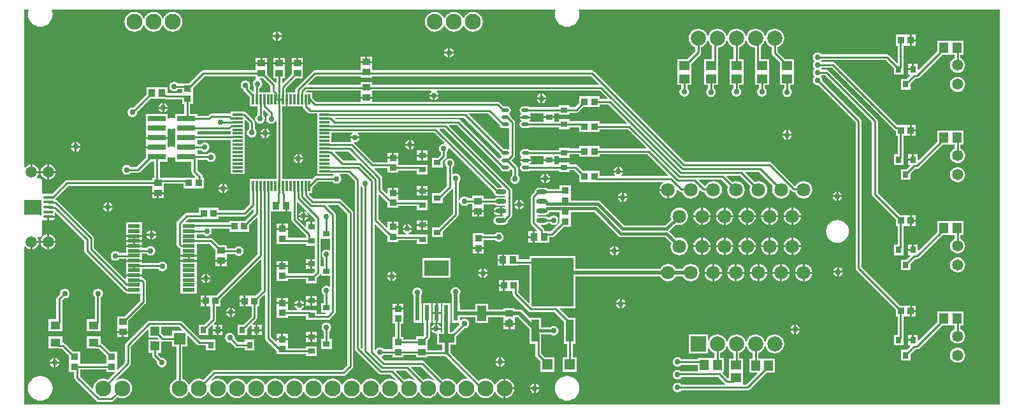
<source format=gbr>
%TF.GenerationSoftware,Altium Limited,Altium Designer,19.0.10 (269)*%
G04 Layer_Physical_Order=2*
G04 Layer_Color=16711680*
%FSLAX26Y26*%
%MOIN*%
%TF.FileFunction,Copper,L2,Bot,Signal*%
%TF.Part,Single*%
G01*
G75*
%TA.AperFunction,Conductor*%
%ADD10C,0.015000*%
%ADD11C,0.010000*%
%ADD12C,0.020000*%
%TA.AperFunction,ViaPad*%
%ADD13C,0.059055*%
%TA.AperFunction,ComponentPad*%
%ADD14C,0.082677*%
%ADD15C,0.070866*%
%ADD16C,0.078740*%
%ADD17R,0.078740X0.078740*%
%ADD18C,0.058268*%
%TA.AperFunction,ViaPad*%
%ADD19C,0.030000*%
%TA.AperFunction,SMDPad,CuDef*%
G04:AMPARAMS|DCode=20|XSize=15.748mil|YSize=51.181mil|CornerRadius=3.937mil|HoleSize=0mil|Usage=FLASHONLY|Rotation=90.000|XOffset=0mil|YOffset=0mil|HoleType=Round|Shape=RoundedRectangle|*
%AMROUNDEDRECTD20*
21,1,0.015748,0.043307,0,0,90.0*
21,1,0.007874,0.051181,0,0,90.0*
1,1,0.007874,0.021654,0.003937*
1,1,0.007874,0.021654,-0.003937*
1,1,0.007874,-0.021654,-0.003937*
1,1,0.007874,-0.021654,0.003937*
%
%ADD20ROUNDEDRECTD20*%
%ADD21R,0.031496X0.035433*%
%ADD22R,0.033465X0.037402*%
%ADD23R,0.045276X0.053150*%
%ADD24R,0.094488X0.029921*%
%ADD25R,0.064961X0.019291*%
%ADD26R,0.011811X0.053150*%
%ADD27R,0.053150X0.011811*%
%ADD28R,0.023622X0.082677*%
%ADD29R,0.125984X0.082677*%
%ADD30O,0.039370X0.019685*%
%ADD31O,0.057087X0.023622*%
%ADD32R,0.080709X0.045276*%
%ADD33R,0.045276X0.080709*%
%ADD34R,0.037402X0.033465*%
%ADD35R,0.059055X0.062992*%
%ADD36R,0.047244X0.047244*%
%ADD37R,0.053150X0.045276*%
%ADD38R,0.039370X0.118110*%
%ADD39R,0.218504X0.251969*%
%ADD40R,0.035433X0.031496*%
%ADD41R,0.051181X0.043307*%
%ADD42R,0.053150X0.057087*%
%ADD43R,0.039370X0.035433*%
%ADD44R,0.035433X0.039370*%
G36*
X5118110Y15293D02*
X15293D01*
Y837798D01*
X20293Y839496D01*
X22990Y835982D01*
X31247Y829646D01*
X40862Y825663D01*
X46181Y824963D01*
Y864173D01*
X51181D01*
Y869173D01*
X90391D01*
X89691Y874492D01*
X85708Y884107D01*
X84460Y885734D01*
X86672Y890218D01*
X92519D01*
X98372Y891383D01*
X103334Y894698D01*
X106649Y899660D01*
X107813Y905512D01*
Y976231D01*
X112664Y978993D01*
X112813Y978970D01*
X118110Y977916D01*
X134764D01*
Y996063D01*
X139764D01*
Y1001063D01*
X175416D01*
X174546Y1005438D01*
X172260Y1008858D01*
X174546Y1012279D01*
X175238Y1015757D01*
X180334Y1017731D01*
X328581Y869485D01*
Y817455D01*
X329745Y811602D01*
X333060Y806640D01*
X536381Y603319D01*
X541343Y600004D01*
X546102Y599057D01*
Y593543D01*
X620769D01*
Y557201D01*
X537584Y474016D01*
X499843D01*
Y418583D01*
Y398150D01*
X559213D01*
Y418583D01*
Y452387D01*
X646877Y540052D01*
X650193Y545013D01*
X651357Y550866D01*
Y654639D01*
X650193Y660491D01*
X646877Y665453D01*
X638091Y674240D01*
X633129Y677555D01*
X631063Y677966D01*
Y684961D01*
X588583D01*
X546102D01*
Y672211D01*
X541226Y670016D01*
X379169Y832074D01*
Y884104D01*
X378005Y889956D01*
X374689Y894918D01*
X188675Y1080932D01*
X183713Y1084248D01*
X178871Y1085211D01*
X177425Y1087947D01*
X177001Y1090412D01*
X244524Y1157934D01*
X683898D01*
Y1145512D01*
Y1125079D01*
X743268D01*
Y1145512D01*
Y1169667D01*
X848268D01*
Y1144527D01*
X952913D01*
Y1201929D01*
X947381D01*
Y1204961D01*
X946216Y1210813D01*
X942901Y1215775D01*
X919743Y1238933D01*
Y1293466D01*
X971817D01*
X974102Y1290047D01*
X982371Y1284521D01*
X992126Y1282581D01*
X1001880Y1284521D01*
X1010150Y1290047D01*
X1015676Y1298316D01*
X1017616Y1308071D01*
X1015676Y1317825D01*
X1010150Y1326095D01*
X1001880Y1331620D01*
X992126Y1333561D01*
X982371Y1331620D01*
X974102Y1326095D01*
X972738Y1324054D01*
X919449D01*
Y1334409D01*
X919449D01*
Y1334488D01*
X919449D01*
Y1344549D01*
X939076D01*
X940638Y1342212D01*
X948907Y1336687D01*
X958662Y1334746D01*
X968416Y1336687D01*
X976686Y1342212D01*
X982211Y1350482D01*
X984151Y1360236D01*
X982211Y1369991D01*
X976686Y1378260D01*
X968416Y1383786D01*
X958662Y1385726D01*
X948907Y1383786D01*
X940638Y1378260D01*
X938550Y1375136D01*
X922985D01*
X919449Y1378672D01*
X919449Y1384409D01*
X919449Y1389409D01*
Y1397108D01*
X1095315D01*
Y1376811D01*
Y1337441D01*
Y1298071D01*
Y1258701D01*
Y1219331D01*
X1168465D01*
Y1258701D01*
Y1298071D01*
Y1337441D01*
Y1376811D01*
Y1416181D01*
Y1455551D01*
Y1499784D01*
X1173084Y1501697D01*
X1189431Y1485351D01*
Y1455872D01*
X1186700Y1454048D01*
X1181175Y1445778D01*
X1179235Y1436024D01*
X1181175Y1426269D01*
X1186700Y1418000D01*
X1194970Y1412474D01*
X1204725Y1410534D01*
X1214479Y1412474D01*
X1222748Y1418000D01*
X1228274Y1426269D01*
X1230214Y1436024D01*
X1228274Y1445778D01*
X1222748Y1454048D01*
X1220018Y1455872D01*
Y1491686D01*
X1218854Y1497538D01*
X1215539Y1502500D01*
X1176713Y1541326D01*
X1171751Y1544641D01*
X1168465Y1545295D01*
Y1546417D01*
X1095315D01*
Y1539560D01*
X1090315Y1535889D01*
X1087566Y1536436D01*
X993091D01*
X987238Y1535272D01*
X982276Y1531956D01*
X975063Y1524743D01*
X919449D01*
Y1534409D01*
X882420D01*
Y1588425D01*
X896811D01*
Y1639606D01*
Y1653129D01*
X897105Y1654606D01*
X896811Y1656084D01*
Y1671442D01*
X957122Y1731753D01*
X1225236D01*
Y1719331D01*
X1225236Y1719331D01*
X1224327Y1714707D01*
X1217212Y1709953D01*
X1211687Y1701684D01*
X1209746Y1691929D01*
X1211687Y1682175D01*
X1215021Y1677184D01*
Y1653692D01*
X1210402Y1651778D01*
X1192229Y1669951D01*
X1195794Y1675285D01*
X1197734Y1685039D01*
X1195794Y1694794D01*
X1190268Y1703063D01*
X1181999Y1708589D01*
X1172244Y1710529D01*
X1162490Y1708589D01*
X1154220Y1703063D01*
X1148695Y1694794D01*
X1146754Y1685039D01*
X1148695Y1675285D01*
X1154220Y1667015D01*
X1161200Y1662351D01*
X1161941Y1658628D01*
X1165256Y1653666D01*
X1194431Y1624492D01*
Y1610158D01*
X1194725Y1608680D01*
Y1572677D01*
X1234706D01*
Y1530022D01*
X1230007Y1526882D01*
X1224482Y1518613D01*
X1222542Y1508858D01*
X1224482Y1499104D01*
X1230007Y1490834D01*
X1238277Y1485309D01*
X1248032Y1483369D01*
X1257786Y1485309D01*
X1266055Y1490834D01*
X1271581Y1499104D01*
X1273521Y1508858D01*
X1271581Y1518613D01*
X1266055Y1526882D01*
X1265294Y1527391D01*
Y1551473D01*
X1269913Y1553387D01*
X1290809Y1532491D01*
Y1527722D01*
X1288078Y1525898D01*
X1282553Y1517629D01*
X1280613Y1507874D01*
X1282553Y1498120D01*
X1288078Y1489850D01*
X1296348Y1484324D01*
X1306102Y1482384D01*
X1315857Y1484324D01*
X1324126Y1489850D01*
X1328131Y1495844D01*
X1333131Y1494327D01*
Y1193071D01*
X1194725D01*
Y1159557D01*
X1194116Y1156496D01*
Y1062256D01*
X1160933Y1029073D01*
X1031653D01*
Y1042480D01*
X927008D01*
Y1015373D01*
X864889D01*
X859036Y1014208D01*
X854075Y1010893D01*
X815721Y972539D01*
X812406Y967578D01*
X811241Y961725D01*
Y853236D01*
X812406Y847383D01*
X815721Y842421D01*
X824508Y833634D01*
X829470Y830319D01*
X831535Y829908D01*
Y798268D01*
Y797323D01*
X874016D01*
X916496D01*
Y798268D01*
Y823858D01*
Y853801D01*
X984807D01*
X1013622Y824985D01*
Y791181D01*
Y770748D01*
X1072992D01*
Y800651D01*
X1116963D01*
X1118787Y797921D01*
X1127056Y792395D01*
X1136811Y790455D01*
X1146565Y792395D01*
X1154835Y797921D01*
X1160361Y806190D01*
X1162301Y815945D01*
X1160361Y825699D01*
X1154835Y833969D01*
X1146565Y839494D01*
X1136811Y841435D01*
X1127056Y839494D01*
X1118787Y833969D01*
X1116963Y831239D01*
X1072992D01*
Y846614D01*
X1035251D01*
X1001956Y879909D01*
X996994Y883224D01*
X991142Y884388D01*
X916496D01*
Y904982D01*
X949640D01*
X951464Y902252D01*
X959734Y896726D01*
X969488Y894786D01*
X979243Y896726D01*
X987512Y902252D01*
X993038Y910521D01*
X994978Y920276D01*
X993038Y930030D01*
X992676Y930572D01*
X995033Y934982D01*
X1086457D01*
Y917165D01*
X1191102D01*
Y952938D01*
X1229772Y991608D01*
X1234391Y989694D01*
Y799169D01*
X1020104Y584882D01*
X968819D01*
Y556181D01*
Y527480D01*
X987974D01*
Y463185D01*
X956127Y431339D01*
X926260D01*
Y375906D01*
X977756D01*
Y409710D01*
X996063Y428017D01*
X1001063Y425946D01*
Y408622D01*
X1021811D01*
Y431339D01*
X1006456D01*
X1004385Y436339D01*
X1014082Y446036D01*
X1017398Y450998D01*
X1018562Y456850D01*
Y527480D01*
X1041732D01*
Y563253D01*
X1249772Y771292D01*
X1254391Y769379D01*
Y614603D01*
X1223607Y583819D01*
X1172323D01*
Y555118D01*
Y526417D01*
X1203210D01*
Y474918D01*
X1159631Y431339D01*
X1129764D01*
Y375906D01*
X1181260D01*
Y409710D01*
X1199567Y428017D01*
X1204567Y425946D01*
Y408622D01*
X1225315D01*
Y431339D01*
X1209960D01*
X1207889Y436339D01*
X1229318Y457768D01*
X1232634Y462730D01*
X1233798Y468583D01*
Y526417D01*
X1245236D01*
Y562190D01*
X1269772Y586726D01*
X1274391Y584812D01*
Y361890D01*
X1275555Y356037D01*
X1278871Y351075D01*
X1335524Y294422D01*
Y277390D01*
X1374479D01*
X1375957Y277096D01*
X1489067D01*
Y266563D01*
X1544500D01*
Y318059D01*
X1489067D01*
Y307684D01*
X1392925D01*
Y328571D01*
Y350303D01*
X1364224D01*
X1335524D01*
Y344213D01*
X1330904Y342299D01*
X1304979Y368225D01*
Y1024449D01*
X1379843D01*
Y1054134D01*
X1389843D01*
Y1024449D01*
X1411871D01*
Y980169D01*
X1413036Y974317D01*
X1416351Y969355D01*
X1489009Y896697D01*
Y885562D01*
X1393161D01*
Y906450D01*
Y928182D01*
X1364461D01*
X1335760D01*
Y906450D01*
Y855269D01*
X1374716D01*
X1376193Y854975D01*
X1489303D01*
Y844442D01*
X1534442D01*
Y774764D01*
X1521732D01*
Y749016D01*
Y723268D01*
X1534442D01*
Y711583D01*
X1522820Y699961D01*
X1507462D01*
X1505984Y700255D01*
X1392874D01*
Y732205D01*
X1364173D01*
X1335472D01*
Y710472D01*
Y659291D01*
X1392874D01*
Y669667D01*
X1489016D01*
Y648465D01*
X1544449D01*
Y678332D01*
X1560551Y694434D01*
X1562756Y697734D01*
X1567756Y696217D01*
Y685866D01*
X1613183D01*
Y633773D01*
X1608773Y631416D01*
X1605227Y633786D01*
X1595472Y635726D01*
X1585718Y633786D01*
X1577448Y628260D01*
X1571923Y619991D01*
X1569983Y610236D01*
X1571923Y600482D01*
X1577448Y592212D01*
X1580178Y590388D01*
Y544528D01*
X1567756D01*
Y493031D01*
X1590548D01*
X1593221Y488031D01*
X1593023Y487735D01*
X1544449D01*
Y507126D01*
X1507462D01*
X1505984Y507420D01*
X1465301D01*
X1463784Y512420D01*
X1470780Y517094D01*
X1476305Y525364D01*
X1477251Y530118D01*
X1428261D01*
X1429206Y525364D01*
X1434732Y517094D01*
X1441727Y512420D01*
X1440210Y507420D01*
X1392874D01*
Y539370D01*
X1364173D01*
X1335472D01*
Y517638D01*
Y466457D01*
X1392874D01*
Y476832D01*
X1489016D01*
Y455630D01*
X1544449D01*
Y457147D01*
X1603812D01*
X1609664Y458311D01*
X1614626Y461627D01*
X1639291Y486291D01*
X1642606Y491253D01*
X1643770Y497106D01*
Y1007021D01*
X1642606Y1012874D01*
X1639291Y1017835D01*
X1603220Y1053906D01*
X1605134Y1058525D01*
X1658035D01*
X1705178Y1011382D01*
Y219917D01*
X1679689Y194428D01*
X1007087D01*
X1001234Y193264D01*
X996272Y189948D01*
X950377Y144053D01*
X939780Y148442D01*
X926378Y150207D01*
X912976Y148442D01*
X900487Y143269D01*
X889763Y135040D01*
X881534Y124316D01*
X878878Y117904D01*
X873878D01*
X871222Y124316D01*
X862993Y135040D01*
X852269Y143269D01*
X841672Y147659D01*
Y316772D01*
X866299D01*
Y372815D01*
X870918Y374729D01*
X918863Y326784D01*
X923825Y323469D01*
X929678Y322305D01*
X963662D01*
Y297165D01*
X1015158D01*
Y352598D01*
X980139D01*
X978661Y352892D01*
X936013D01*
X841831Y447074D01*
X836869Y450390D01*
X831016Y451554D01*
X668984D01*
X663131Y450390D01*
X658169Y447074D01*
X545870Y334775D01*
X542555Y329813D01*
X541391Y323961D01*
Y235067D01*
X504777Y198453D01*
X500158Y200366D01*
Y236063D01*
Y289528D01*
X464385D01*
X422153Y331759D01*
X417191Y335075D01*
X413543Y335800D01*
Y369252D01*
X342362D01*
Y305945D01*
X393128D01*
X394606Y305651D01*
X405004D01*
X442756Y267899D01*
Y226908D01*
X306260D01*
Y289528D01*
X270487D01*
X228256Y331759D01*
X223294Y335075D01*
X217441Y336239D01*
X212756D01*
Y369252D01*
X141575D01*
Y305945D01*
X192341D01*
X193819Y305651D01*
X211106D01*
X248858Y267899D01*
Y236063D01*
Y184882D01*
X275966D01*
Y153869D01*
X277130Y148016D01*
X280445Y143054D01*
X392227Y31272D01*
X397189Y27957D01*
X403042Y26793D01*
X470039D01*
X475892Y27957D01*
X480854Y31272D01*
X502379Y52797D01*
X512976Y48408D01*
X526378Y46644D01*
X539780Y48408D01*
X552269Y53581D01*
X562993Y61810D01*
X571222Y72534D01*
X576395Y85023D01*
X578160Y98425D01*
X576395Y111827D01*
X571222Y124316D01*
X562993Y135040D01*
X552269Y143269D01*
X539780Y148442D01*
X526378Y150207D01*
X512976Y148442D01*
X500487Y143269D01*
X498058Y141406D01*
X494755Y145173D01*
X567499Y217917D01*
X570814Y222879D01*
X571978Y228732D01*
Y317626D01*
X660577Y406225D01*
X665197Y404312D01*
Y364016D01*
X710812D01*
X717689Y357139D01*
X715775Y352520D01*
X665197D01*
Y285276D01*
X683525D01*
Y268701D01*
X684689Y262848D01*
X688005Y257886D01*
X709403Y236488D01*
X708762Y233268D01*
X710702Y223513D01*
X716228Y215244D01*
X724497Y209718D01*
X734252Y207778D01*
X744006Y209718D01*
X752276Y215244D01*
X757802Y223513D01*
X759742Y233268D01*
X757802Y243022D01*
X752276Y251292D01*
X744006Y256817D01*
X734252Y258757D01*
X731032Y258117D01*
X714113Y275036D01*
Y285276D01*
X732441D01*
Y340176D01*
X736306Y343348D01*
X738189Y342974D01*
X787244D01*
Y316772D01*
X811084D01*
Y147659D01*
X800487Y143269D01*
X789763Y135040D01*
X781534Y124316D01*
X776361Y111827D01*
X774596Y98425D01*
X776361Y85023D01*
X781534Y72534D01*
X789763Y61810D01*
X800487Y53581D01*
X812976Y48408D01*
X826378Y46644D01*
X839780Y48408D01*
X852269Y53581D01*
X862993Y61810D01*
X871222Y72534D01*
X873878Y78946D01*
X878878D01*
X881534Y72534D01*
X889763Y61810D01*
X900487Y53581D01*
X912976Y48408D01*
X926378Y46644D01*
X939780Y48408D01*
X952269Y53581D01*
X962993Y61810D01*
X971222Y72534D01*
X973878Y78946D01*
X978878D01*
X981534Y72534D01*
X989763Y61810D01*
X1000487Y53581D01*
X1012976Y48408D01*
X1026378Y46644D01*
X1039780Y48408D01*
X1052269Y53581D01*
X1062993Y61810D01*
X1071222Y72534D01*
X1073878Y78946D01*
X1078878D01*
X1081534Y72534D01*
X1089763Y61810D01*
X1100487Y53581D01*
X1112976Y48408D01*
X1126378Y46644D01*
X1139780Y48408D01*
X1152269Y53581D01*
X1162993Y61810D01*
X1171222Y72534D01*
X1173878Y78946D01*
X1178878D01*
X1181534Y72534D01*
X1189763Y61810D01*
X1200487Y53581D01*
X1212976Y48408D01*
X1226378Y46644D01*
X1239780Y48408D01*
X1252269Y53581D01*
X1262993Y61810D01*
X1271222Y72534D01*
X1273878Y78946D01*
X1278878D01*
X1281534Y72534D01*
X1289763Y61810D01*
X1300487Y53581D01*
X1312976Y48408D01*
X1326378Y46644D01*
X1339780Y48408D01*
X1352269Y53581D01*
X1362993Y61810D01*
X1371222Y72534D01*
X1373878Y78946D01*
X1378878D01*
X1381534Y72534D01*
X1389763Y61810D01*
X1400487Y53581D01*
X1412976Y48408D01*
X1426378Y46644D01*
X1439780Y48408D01*
X1452269Y53581D01*
X1462993Y61810D01*
X1471222Y72534D01*
X1473878Y78946D01*
X1478878D01*
X1481534Y72534D01*
X1489763Y61810D01*
X1500487Y53581D01*
X1512976Y48408D01*
X1526378Y46644D01*
X1539780Y48408D01*
X1552269Y53581D01*
X1562993Y61810D01*
X1571222Y72534D01*
X1573878Y78946D01*
X1578878D01*
X1581534Y72534D01*
X1589763Y61810D01*
X1600487Y53581D01*
X1612976Y48408D01*
X1626378Y46644D01*
X1639780Y48408D01*
X1652269Y53581D01*
X1662993Y61810D01*
X1671222Y72534D01*
X1673878Y78946D01*
X1678878D01*
X1681534Y72534D01*
X1689763Y61810D01*
X1700487Y53581D01*
X1712976Y48408D01*
X1726378Y46644D01*
X1739780Y48408D01*
X1752269Y53581D01*
X1762993Y61810D01*
X1771222Y72534D01*
X1773878Y78946D01*
X1778878D01*
X1781534Y72534D01*
X1789763Y61810D01*
X1800487Y53581D01*
X1812976Y48408D01*
X1826378Y46644D01*
X1839780Y48408D01*
X1852269Y53581D01*
X1862993Y61810D01*
X1871222Y72534D01*
X1873878Y78946D01*
X1878878D01*
X1881534Y72534D01*
X1889763Y61810D01*
X1900487Y53581D01*
X1912976Y48408D01*
X1926378Y46644D01*
X1939780Y48408D01*
X1952269Y53581D01*
X1962993Y61810D01*
X1971222Y72534D01*
X1973878Y78946D01*
X1978878D01*
X1981534Y72534D01*
X1989763Y61810D01*
X2000487Y53581D01*
X2012976Y48408D01*
X2026378Y46644D01*
X2039780Y48408D01*
X2052269Y53581D01*
X2062993Y61810D01*
X2071222Y72534D01*
X2073878Y78946D01*
X2078878D01*
X2081534Y72534D01*
X2089763Y61810D01*
X2100487Y53581D01*
X2112976Y48408D01*
X2126378Y46644D01*
X2139780Y48408D01*
X2152269Y53581D01*
X2162993Y61810D01*
X2171222Y72534D01*
X2173878Y78946D01*
X2178878D01*
X2181534Y72534D01*
X2189763Y61810D01*
X2200487Y53581D01*
X2212976Y48408D01*
X2226378Y46644D01*
X2239780Y48408D01*
X2252269Y53581D01*
X2262993Y61810D01*
X2271222Y72534D01*
X2273878Y78946D01*
X2278878D01*
X2281534Y72534D01*
X2289763Y61810D01*
X2300487Y53581D01*
X2312976Y48408D01*
X2326378Y46644D01*
X2339780Y48408D01*
X2352269Y53581D01*
X2362993Y61810D01*
X2371222Y72534D01*
X2373878Y78946D01*
X2378878D01*
X2381534Y72534D01*
X2389763Y61810D01*
X2400487Y53581D01*
X2412976Y48408D01*
X2426378Y46644D01*
X2439780Y48408D01*
X2452269Y53581D01*
X2462993Y61810D01*
X2471222Y72534D01*
X2473878Y78946D01*
X2478878D01*
X2481534Y72534D01*
X2489763Y61810D01*
X2500487Y53581D01*
X2512976Y48408D01*
X2521378Y47302D01*
Y98425D01*
Y149548D01*
X2512976Y148442D01*
X2500487Y143269D01*
X2489763Y135040D01*
X2481534Y124316D01*
X2478878Y117904D01*
X2473878D01*
X2471222Y124316D01*
X2462993Y135040D01*
X2452269Y143269D01*
X2439780Y148442D01*
X2426378Y150207D01*
X2412976Y148442D01*
X2400487Y143269D01*
X2391865Y136653D01*
X2243226Y285292D01*
Y326614D01*
X2273780D01*
Y370261D01*
X2316172Y412653D01*
X2316929Y412502D01*
X2326684Y414443D01*
X2334953Y419968D01*
X2340479Y428238D01*
X2342419Y437992D01*
X2340479Y447747D01*
X2334953Y456016D01*
X2326684Y461542D01*
X2316929Y463482D01*
X2307175Y461542D01*
X2298905Y456016D01*
X2298071Y454767D01*
X2293071Y456284D01*
Y470907D01*
X2374843D01*
Y439803D01*
X2440118D01*
Y468781D01*
X2521496D01*
Y441024D01*
X2580866D01*
Y470907D01*
X2596711D01*
X2658701Y408917D01*
Y330551D01*
X2687777D01*
Y274291D01*
X2688941Y268439D01*
X2692257Y263477D01*
X2715394Y240340D01*
Y184882D01*
X2788544D01*
Y261969D01*
X2737023D01*
X2718365Y280626D01*
Y381764D01*
X2766146D01*
X2766267Y381582D01*
X2774537Y376057D01*
X2784291Y374117D01*
X2794046Y376057D01*
X2802315Y381582D01*
X2807841Y389852D01*
X2809781Y399606D01*
X2807841Y409361D01*
X2802315Y417630D01*
X2794046Y423156D01*
X2784291Y425096D01*
X2774537Y423156D01*
X2766267Y417630D01*
X2766146Y417449D01*
X2718071D01*
Y468661D01*
X2658701D01*
X2658701Y468662D01*
Y468662D01*
X2654556Y470739D01*
X2619577Y505718D01*
X2612961Y510139D01*
X2605157Y511691D01*
X2580866D01*
Y516890D01*
X2521496D01*
Y509565D01*
X2440118D01*
Y540512D01*
X2374843D01*
Y511691D01*
X2293071D01*
Y544449D01*
X2291652D01*
Y588276D01*
X2294809Y593001D01*
X2296750Y602756D01*
X2294809Y612510D01*
X2289284Y620780D01*
X2281014Y626305D01*
X2271260Y628246D01*
X2261505Y626305D01*
X2253236Y620780D01*
X2247710Y612510D01*
X2245770Y602756D01*
X2247710Y593001D01*
X2250868Y588276D01*
Y544449D01*
X2249449D01*
Y441772D01*
X2288338D01*
X2291439Y437992D01*
X2292570Y432309D01*
X2252151Y391890D01*
X2241652D01*
Y441772D01*
X2243071D01*
Y544449D01*
X2199449D01*
Y441772D01*
X2200868D01*
Y391890D01*
X2192929D01*
X2190572Y396300D01*
X2192841Y399694D01*
X2193787Y404449D01*
X2144796D01*
X2145742Y399694D01*
X2151267Y391425D01*
X2159537Y385899D01*
X2169291Y383959D01*
X2173071Y380857D01*
Y326614D01*
X2202443D01*
Y297774D01*
X2124173D01*
Y349592D01*
X2132074Y357493D01*
X2135390Y362454D01*
X2136554Y368307D01*
Y441772D01*
X2143071D01*
Y544449D01*
X2099449D01*
Y441772D01*
X2105966D01*
Y374642D01*
X2100576Y369252D01*
X2064803D01*
Y354861D01*
X1998189D01*
Y366299D01*
X1984782D01*
Y436850D01*
X1998189D01*
Y488031D01*
Y509764D01*
X1969488D01*
X1940787D01*
Y488031D01*
Y436850D01*
X1954194D01*
Y366299D01*
X1940787D01*
Y303680D01*
X1894848D01*
X1893024Y306410D01*
X1884754Y311935D01*
X1875000Y313876D01*
X1865245Y311935D01*
X1856976Y306410D01*
X1852971Y300416D01*
X1847971Y301933D01*
Y953953D01*
X1852591Y955867D01*
X1915197Y893260D01*
Y864921D01*
X1972599D01*
Y873328D01*
X2068740D01*
Y852126D01*
X2124173D01*
Y903622D01*
X2087187D01*
X2085709Y903916D01*
X2024312D01*
X2023819Y908916D01*
X2027420Y909632D01*
X2035690Y915158D01*
X2041215Y923427D01*
X2042161Y928182D01*
X1993170D01*
X1994116Y923427D01*
X1999642Y915158D01*
X2007911Y909632D01*
X2011512Y908916D01*
X2011020Y903916D01*
X1972599D01*
Y916102D01*
Y937835D01*
X1943898D01*
Y942835D01*
X1938898D01*
Y969567D01*
X1915197D01*
Y943051D01*
X1910578Y941138D01*
X1867971Y983744D01*
Y1111119D01*
X1872591Y1113032D01*
X1915197Y1070426D01*
Y1042087D01*
X1972599D01*
Y1052462D01*
X2068740D01*
Y1031260D01*
X2124173D01*
Y1082756D01*
X2087187D01*
X2085709Y1083050D01*
X1972599D01*
Y1115000D01*
X1943898D01*
Y1120000D01*
X1938898D01*
Y1146733D01*
X1915197D01*
Y1120216D01*
X1910578Y1118303D01*
X1887971Y1140909D01*
Y1198655D01*
X1886807Y1204508D01*
X1883492Y1209469D01*
X1847284Y1245678D01*
X1849197Y1250297D01*
X1915197D01*
Y1227126D01*
X1972598D01*
Y1237502D01*
X2068740D01*
Y1216299D01*
X2124173D01*
Y1267795D01*
X2087186D01*
X2085709Y1268089D01*
X1972598D01*
Y1300040D01*
X1943898D01*
X1915197D01*
Y1280885D01*
X1840361D01*
X1739805Y1381440D01*
X1742268Y1386048D01*
X1744094Y1385685D01*
X1753849Y1387625D01*
X1762119Y1393150D01*
X1767644Y1401420D01*
X1768590Y1406174D01*
X1719599D01*
X1720545Y1401420D01*
X1725743Y1393640D01*
X1725180Y1391366D01*
X1723820Y1388640D01*
X1621220D01*
Y1436478D01*
X1727965D01*
X1729482Y1431478D01*
X1726071Y1429198D01*
X1720545Y1420929D01*
X1719599Y1416174D01*
X1768590D01*
X1767644Y1420929D01*
X1762119Y1429198D01*
X1759179Y1431163D01*
X1760695Y1436163D01*
X2159531D01*
X2212529Y1383165D01*
X2210066Y1378557D01*
X2208661Y1378836D01*
X2198907Y1376896D01*
X2190637Y1371370D01*
X2185112Y1363101D01*
X2183172Y1353347D01*
X2185112Y1343592D01*
X2190637Y1335322D01*
X2193367Y1333498D01*
Y1319248D01*
X2179316Y1305197D01*
X2147480D01*
Y1253701D01*
X2202913D01*
Y1285537D01*
X2219476Y1302099D01*
X2222791Y1307061D01*
X2223955Y1312914D01*
Y1333498D01*
X2226685Y1335322D01*
X2232211Y1343592D01*
X2234151Y1353347D01*
X2233872Y1354751D01*
X2238480Y1357214D01*
X2469005Y1126689D01*
X2468903Y1126181D01*
X2470596Y1117671D01*
X2475417Y1110456D01*
X2482631Y1105636D01*
X2491142Y1103943D01*
X2524606D01*
X2528081Y1104634D01*
X2532459Y1101181D01*
X2528081Y1097728D01*
X2524606Y1098419D01*
X2491142D01*
X2482631Y1096726D01*
X2475417Y1091906D01*
X2475129Y1091475D01*
X2417480D01*
Y1105472D01*
X2358110D01*
Y1093050D01*
X2336777D01*
X2334953Y1095780D01*
X2326684Y1101305D01*
X2316929Y1103246D01*
X2307175Y1101305D01*
X2298905Y1095780D01*
X2293380Y1087510D01*
X2291947Y1080310D01*
X2286947Y1080803D01*
Y1177002D01*
X2289677Y1178826D01*
X2295203Y1187096D01*
X2297143Y1196850D01*
X2295203Y1206605D01*
X2289677Y1214874D01*
X2281408Y1220400D01*
X2271653Y1222340D01*
X2261899Y1220400D01*
X2259861Y1219038D01*
X2255451Y1221395D01*
Y1255742D01*
X2258182Y1257567D01*
X2263707Y1265836D01*
X2265647Y1275591D01*
X2263707Y1285345D01*
X2258182Y1293615D01*
X2249912Y1299140D01*
X2240157Y1301080D01*
X2230403Y1299140D01*
X2222133Y1293615D01*
X2216608Y1285345D01*
X2214668Y1275591D01*
X2216608Y1265836D01*
X2222133Y1257567D01*
X2224864Y1255742D01*
Y1157831D01*
X2187190Y1120158D01*
X2147480D01*
Y1068662D01*
X2202913D01*
Y1092623D01*
X2250972Y1140682D01*
X2251360Y1141262D01*
X2256360Y1139745D01*
Y1014287D01*
X2183096Y941024D01*
X2147480D01*
Y889528D01*
X2202913D01*
Y917584D01*
X2282468Y997138D01*
X2285783Y1002100D01*
X2286947Y1007952D01*
Y1074709D01*
X2291947Y1075201D01*
X2293380Y1068001D01*
X2298905Y1059732D01*
X2307175Y1054206D01*
X2316929Y1052266D01*
X2326684Y1054206D01*
X2334953Y1059732D01*
X2336777Y1062462D01*
X2358110D01*
Y1050039D01*
Y1029606D01*
X2417480D01*
Y1060887D01*
X2475129D01*
X2475417Y1060456D01*
X2482631Y1055636D01*
X2491142Y1053943D01*
X2524606D01*
X2528081Y1054634D01*
X2532459Y1051181D01*
X2528081Y1047728D01*
X2524606Y1048419D01*
X2512874D01*
Y1026181D01*
Y1003943D01*
X2518649D01*
X2521664Y998943D01*
X2521388Y998419D01*
X2491142D01*
X2482631Y996726D01*
X2475417Y991906D01*
X2470596Y984691D01*
X2468903Y976181D01*
X2470596Y967671D01*
X2475417Y960456D01*
X2482631Y955635D01*
X2491142Y953943D01*
X2524606D01*
X2533117Y955635D01*
X2540331Y960456D01*
X2545152Y967671D01*
X2546845Y976181D01*
X2546744Y976689D01*
X2562232Y992178D01*
X2565547Y997139D01*
X2566711Y1002992D01*
Y1137286D01*
X2565547Y1143139D01*
X2562232Y1148101D01*
X2238789Y1471543D01*
X2240703Y1476163D01*
X2277799D01*
X2501769Y1252192D01*
X2502962Y1246195D01*
X2507348Y1239631D01*
X2513911Y1235246D01*
X2521653Y1233706D01*
X2541338D01*
X2549081Y1235246D01*
X2555644Y1239631D01*
X2557882Y1242981D01*
X2563665Y1243971D01*
X2566399Y1241746D01*
Y1213496D01*
X2563669Y1211672D01*
X2558143Y1203403D01*
X2556203Y1193648D01*
X2558143Y1183894D01*
X2563669Y1175624D01*
X2571938Y1170099D01*
X2581693Y1168159D01*
X2591447Y1170099D01*
X2599717Y1175624D01*
X2605242Y1183894D01*
X2607183Y1193648D01*
X2605242Y1203403D01*
X2599717Y1211672D01*
X2596987Y1213496D01*
Y1250984D01*
X2595823Y1256837D01*
X2592507Y1261799D01*
X2562967Y1291339D01*
X2576995Y1305367D01*
X2580311Y1310328D01*
X2581475Y1316181D01*
Y1489725D01*
X2580311Y1495577D01*
X2576995Y1500539D01*
X2559254Y1518280D01*
X2558061Y1524277D01*
X2553676Y1530841D01*
X2551598Y1532229D01*
Y1538243D01*
X2553676Y1539631D01*
X2558061Y1546195D01*
X2559601Y1553937D01*
X2558061Y1561679D01*
X2553676Y1568243D01*
X2547112Y1572628D01*
X2539370Y1574168D01*
X2521083D01*
X2501915Y1593335D01*
X2496954Y1596651D01*
X2491101Y1597815D01*
X1832835D01*
Y1614094D01*
X1803150D01*
X1773465D01*
Y1597815D01*
X1540192D01*
X1521811Y1616196D01*
Y1645827D01*
X1489203D01*
X1487131Y1650827D01*
X1491838Y1655533D01*
X1773465D01*
Y1624094D01*
X1803150D01*
X1832835D01*
Y1655533D01*
X2141812D01*
X2143329Y1650533D01*
X2139456Y1647945D01*
X2133931Y1639676D01*
X2132985Y1634921D01*
X2181976D01*
X2181030Y1639676D01*
X2175504Y1647945D01*
X2171632Y1650533D01*
X2173148Y1655533D01*
X3026353D01*
X3063876Y1618010D01*
X3061963Y1613391D01*
X3023780D01*
Y1626798D01*
X2919134D01*
Y1592994D01*
X2896552Y1570412D01*
X2866299D01*
Y1580866D01*
X2810866D01*
Y1569231D01*
X2658496D01*
X2653411Y1572628D01*
X2645669Y1574168D01*
X2625984D01*
X2618242Y1572628D01*
X2611679Y1568243D01*
X2607293Y1561679D01*
X2605753Y1553937D01*
X2607293Y1546195D01*
X2611679Y1539631D01*
X2613757Y1538243D01*
Y1532229D01*
X2611679Y1530841D01*
X2607293Y1524277D01*
X2606748Y1521535D01*
X2635827D01*
X2664906D01*
X2664360Y1524277D01*
X2659975Y1530841D01*
X2660476Y1536426D01*
X2662731Y1538643D01*
X2732126D01*
Y1522717D01*
X2759842D01*
X2787559D01*
Y1538643D01*
X2810866D01*
Y1529370D01*
X2866299D01*
Y1539824D01*
X2902887D01*
X2908740Y1540988D01*
X2913702Y1544304D01*
X2938794Y1569396D01*
X3023780D01*
Y1582803D01*
X3070799D01*
X3165841Y1487761D01*
X3163928Y1483142D01*
X3023780D01*
Y1496549D01*
X2919134D01*
Y1495609D01*
X2866299D01*
Y1506063D01*
X2810866D01*
Y1494428D01*
X2787559D01*
Y1512717D01*
X2759842D01*
X2732126D01*
Y1494428D01*
X2658496D01*
X2657897Y1494828D01*
Y1500841D01*
X2659975Y1502230D01*
X2664360Y1508793D01*
X2664906Y1511535D01*
X2635827D01*
X2606748D01*
X2607293Y1508793D01*
X2611679Y1502230D01*
X2613757Y1500841D01*
Y1494828D01*
X2611679Y1493439D01*
X2607293Y1486876D01*
X2605753Y1479134D01*
X2607293Y1471392D01*
X2611679Y1464828D01*
X2618242Y1460443D01*
X2625984Y1458903D01*
X2645669D01*
X2653411Y1460443D01*
X2658496Y1463840D01*
X2810866D01*
Y1454567D01*
X2866299D01*
Y1465021D01*
X2919134D01*
Y1439147D01*
X3023780D01*
Y1452554D01*
X3172764D01*
X3267806Y1357512D01*
X3265893Y1352892D01*
X3023780D01*
Y1366299D01*
X2919134D01*
Y1352892D01*
X2866299D01*
Y1355473D01*
X2810866D01*
Y1344034D01*
X2660464D01*
X2655380Y1347431D01*
X2647638Y1348971D01*
X2627953D01*
X2620211Y1347431D01*
X2613647Y1343046D01*
X2609262Y1336482D01*
X2607722Y1328740D01*
X2609262Y1320998D01*
X2613647Y1314435D01*
X2615725Y1313046D01*
Y1307033D01*
X2613647Y1305644D01*
X2609262Y1299081D01*
X2608716Y1296339D01*
X2637795D01*
X2666874D01*
X2666329Y1299081D01*
X2661943Y1305644D01*
X2662445Y1311230D01*
X2664700Y1313446D01*
X2732126D01*
Y1297323D01*
X2759842D01*
X2787559D01*
Y1313446D01*
X2810866D01*
Y1303976D01*
X2866299D01*
Y1322304D01*
X2919134D01*
Y1308898D01*
X3023780D01*
Y1322304D01*
X3274729D01*
X3383472Y1213562D01*
X3381559Y1208942D01*
X3139640D01*
X3138123Y1213942D01*
X3140071Y1215244D01*
X3145597Y1223513D01*
X3146542Y1228268D01*
X3097552D01*
X3098498Y1223513D01*
X3104023Y1215244D01*
X3105971Y1213942D01*
X3104454Y1208942D01*
X3023780D01*
Y1236050D01*
X2938794D01*
X2909108Y1265736D01*
X2904147Y1269051D01*
X2898294Y1270215D01*
X2866299D01*
Y1280669D01*
X2810866D01*
Y1269231D01*
X2787559D01*
Y1287323D01*
X2759842D01*
X2732126D01*
Y1269231D01*
X2660464D01*
X2659865Y1269631D01*
Y1275645D01*
X2661943Y1277033D01*
X2666329Y1283597D01*
X2666874Y1286339D01*
X2637795D01*
X2608716D01*
X2609262Y1283597D01*
X2613647Y1277033D01*
X2615725Y1275645D01*
Y1269631D01*
X2613647Y1268243D01*
X2609262Y1261679D01*
X2607722Y1253937D01*
X2609262Y1246195D01*
X2613647Y1239631D01*
X2620211Y1235246D01*
X2627953Y1233706D01*
X2647638D01*
X2655380Y1235246D01*
X2660464Y1238643D01*
X2810866D01*
Y1229173D01*
X2866299D01*
Y1239628D01*
X2891959D01*
X2919134Y1212453D01*
Y1178648D01*
X3007302D01*
X3008780Y1178354D01*
X3354537D01*
X3356234Y1173354D01*
X3350274Y1168781D01*
X3342992Y1159291D01*
X3338414Y1148238D01*
X3337510Y1141378D01*
X3382677D01*
Y1136378D01*
X3387677D01*
Y1091211D01*
X3394538Y1092114D01*
X3405590Y1096692D01*
X3415080Y1103975D01*
X3422363Y1113466D01*
X3426941Y1124518D01*
X3428130Y1133549D01*
X3433409Y1135341D01*
X3439540Y1129210D01*
X3444502Y1125894D01*
X3450354Y1124730D01*
X3456496D01*
X3456524Y1124518D01*
X3461102Y1113466D01*
X3468384Y1103975D01*
X3477875Y1096692D01*
X3488927Y1092114D01*
X3500787Y1090553D01*
X3512648Y1092114D01*
X3523700Y1096692D01*
X3533191Y1103975D01*
X3540473Y1113466D01*
X3545051Y1124518D01*
X3546240Y1133549D01*
X3551519Y1135341D01*
X3557650Y1129209D01*
X3562612Y1125894D01*
X3568465Y1124730D01*
X3574606D01*
X3574634Y1124518D01*
X3579212Y1113466D01*
X3586494Y1103975D01*
X3595985Y1096692D01*
X3607037Y1092114D01*
X3618898Y1090553D01*
X3630758Y1092114D01*
X3641810Y1096692D01*
X3651301Y1103975D01*
X3658583Y1113466D01*
X3663161Y1124518D01*
X3664723Y1136378D01*
X3663161Y1148238D01*
X3658583Y1159291D01*
X3651301Y1168781D01*
X3641810Y1176064D01*
X3630758Y1180642D01*
X3618898Y1182203D01*
X3607037Y1180642D01*
X3595985Y1176064D01*
X3586494Y1168781D01*
X3579212Y1159291D01*
X3578683Y1158013D01*
X3572947Y1157170D01*
X3543220Y1186898D01*
X3545133Y1191517D01*
X3660240D01*
X3695900Y1155857D01*
X3692744Y1148238D01*
X3691183Y1136378D01*
X3692744Y1124518D01*
X3697322Y1113466D01*
X3704605Y1103975D01*
X3714095Y1096692D01*
X3725148Y1092114D01*
X3737008Y1090553D01*
X3748868Y1092114D01*
X3759920Y1096692D01*
X3769411Y1103975D01*
X3776693Y1113466D01*
X3781271Y1124518D01*
X3782833Y1136378D01*
X3781271Y1148238D01*
X3776693Y1159291D01*
X3769411Y1168781D01*
X3759920Y1176064D01*
X3748868Y1180642D01*
X3737008Y1182203D01*
X3725148Y1180642D01*
X3717529Y1177486D01*
X3688117Y1206898D01*
X3690030Y1211517D01*
X3758350D01*
X3814010Y1155857D01*
X3810854Y1148238D01*
X3809293Y1136378D01*
X3810854Y1124518D01*
X3815432Y1113466D01*
X3822715Y1103975D01*
X3832206Y1096692D01*
X3843258Y1092114D01*
X3855118Y1090553D01*
X3866979Y1092114D01*
X3878031Y1096692D01*
X3887521Y1103975D01*
X3894804Y1113466D01*
X3899382Y1124518D01*
X3900943Y1136378D01*
X3899382Y1148238D01*
X3894804Y1159291D01*
X3887521Y1168781D01*
X3878031Y1176064D01*
X3866979Y1180642D01*
X3855118Y1182203D01*
X3843258Y1180642D01*
X3835639Y1177486D01*
X3786227Y1226898D01*
X3788141Y1231517D01*
X3856460D01*
X3932121Y1155857D01*
X3928965Y1148238D01*
X3927403Y1136378D01*
X3928965Y1124518D01*
X3933543Y1113466D01*
X3940825Y1103975D01*
X3950316Y1096692D01*
X3961368Y1092114D01*
X3973228Y1090553D01*
X3985089Y1092114D01*
X3996141Y1096692D01*
X4005632Y1103975D01*
X4012914Y1113466D01*
X4017492Y1124518D01*
X4018681Y1133549D01*
X4023960Y1135341D01*
X4030091Y1129210D01*
X4035053Y1125894D01*
X4040905Y1124730D01*
X4047047D01*
X4047075Y1124518D01*
X4051653Y1113466D01*
X4058935Y1103975D01*
X4068426Y1096692D01*
X4079478Y1092114D01*
X4091339Y1090553D01*
X4103199Y1092114D01*
X4114251Y1096692D01*
X4123742Y1103975D01*
X4131024Y1113466D01*
X4135602Y1124518D01*
X4137164Y1136378D01*
X4135602Y1148238D01*
X4131024Y1159291D01*
X4123742Y1168781D01*
X4114251Y1176064D01*
X4103199Y1180642D01*
X4091339Y1182203D01*
X4079478Y1180642D01*
X4068426Y1176064D01*
X4058935Y1168781D01*
X4051653Y1159291D01*
X4051124Y1158013D01*
X4045388Y1157170D01*
X3924933Y1277626D01*
X3919971Y1280941D01*
X3914118Y1282105D01*
X3471323D01*
X2995488Y1757940D01*
X2990526Y1761256D01*
X2984673Y1762420D01*
X1832835D01*
Y1778386D01*
Y1801102D01*
X1773465D01*
Y1778386D01*
Y1762420D01*
X1533517D01*
X1527665Y1761256D01*
X1522703Y1757940D01*
X1436036Y1671273D01*
X1432721Y1666312D01*
X1431556Y1660459D01*
Y1645827D01*
X1391573D01*
Y1609252D01*
Y1572677D01*
X1471437D01*
X1472091Y1569391D01*
X1475406Y1564429D01*
X1499232Y1540603D01*
X1504194Y1537288D01*
X1510047Y1536123D01*
X1548071D01*
Y1494921D01*
Y1455551D01*
Y1416181D01*
Y1376811D01*
Y1337441D01*
Y1298071D01*
Y1258701D01*
Y1219331D01*
X1581585D01*
X1584646Y1218722D01*
X1630302D01*
X1631752Y1213942D01*
X1631302Y1213376D01*
X1630598Y1212906D01*
X1628880Y1210335D01*
X1628754Y1210176D01*
X1545512D01*
X1539659Y1209012D01*
X1534697Y1205696D01*
X1525240Y1196239D01*
X1521811Y1193071D01*
Y1193071D01*
X1521811Y1193071D01*
X1363719D01*
Y1572677D01*
X1384018D01*
Y1609252D01*
Y1645827D01*
X1382184D01*
Y1666657D01*
X1434857Y1719331D01*
X1472599D01*
Y1772480D01*
Y1795197D01*
X1442914D01*
X1413228D01*
Y1772480D01*
Y1740959D01*
X1368339Y1696070D01*
X1363719Y1697983D01*
Y1719331D01*
X1378602D01*
Y1772480D01*
Y1795197D01*
X1348918D01*
X1319233D01*
Y1772480D01*
Y1719331D01*
X1333131D01*
Y1698990D01*
X1328465Y1697442D01*
X1328131Y1697435D01*
X1284607Y1740959D01*
Y1772480D01*
Y1795197D01*
X1254922D01*
X1225236D01*
Y1762341D01*
X950788D01*
X944935Y1761177D01*
X939973Y1757862D01*
X875182Y1693071D01*
X856204D01*
X854331Y1693444D01*
X819061D01*
X817237Y1696174D01*
X808967Y1701699D01*
X799213Y1703639D01*
X789458Y1701699D01*
X781189Y1696174D01*
X775663Y1687904D01*
X773723Y1678150D01*
X775663Y1668395D01*
X781189Y1660126D01*
X789458Y1654600D01*
X799213Y1652660D01*
X808967Y1654600D01*
X817237Y1660126D01*
X819061Y1662856D01*
X839409D01*
Y1642184D01*
X762953D01*
Y1674370D01*
X654370D01*
Y1636629D01*
X584587Y1566845D01*
X579724Y1567813D01*
X569970Y1565872D01*
X561700Y1560347D01*
X556175Y1552077D01*
X554235Y1542323D01*
X556175Y1532568D01*
X561700Y1524299D01*
X569970Y1518773D01*
X579724Y1516833D01*
X589479Y1518773D01*
X597748Y1524299D01*
X603274Y1532568D01*
X605214Y1542323D01*
X604900Y1543901D01*
X675999Y1615000D01*
X745795D01*
X749147Y1612760D01*
X755000Y1611596D01*
X839409D01*
Y1588425D01*
X851832D01*
Y1534409D01*
X804961D01*
Y1512534D01*
X803625Y1511876D01*
X799961Y1510562D01*
X793183Y1513370D01*
X785433Y1514390D01*
X777684Y1513370D01*
X770906Y1510562D01*
X767241Y1511876D01*
X765906Y1512534D01*
Y1534409D01*
X651417D01*
Y1484488D01*
X651417D01*
Y1484409D01*
X651417D01*
Y1439409D01*
X651417Y1434488D01*
X651417Y1429488D01*
Y1414449D01*
X708662D01*
X765906D01*
Y1429488D01*
X765906Y1434409D01*
X765906Y1439409D01*
Y1456363D01*
X767241Y1457022D01*
X770906Y1458335D01*
X777684Y1455528D01*
X785433Y1454508D01*
X793183Y1455528D01*
X799961Y1458335D01*
X803625Y1457022D01*
X804961Y1456363D01*
Y1434488D01*
X804961D01*
Y1434409D01*
X804961D01*
Y1389409D01*
X804961Y1384488D01*
X804961Y1379488D01*
Y1362534D01*
X803625Y1361876D01*
X799961Y1360562D01*
X793183Y1363370D01*
X785433Y1364390D01*
X777684Y1363370D01*
X770906Y1360562D01*
X767241Y1361876D01*
X765906Y1362534D01*
X765906Y1384409D01*
X765906Y1389409D01*
Y1404449D01*
X708662D01*
X651417D01*
Y1389409D01*
X651417Y1384488D01*
X651417Y1379488D01*
Y1364449D01*
X708662D01*
Y1354449D01*
X651417D01*
Y1334488D01*
X651417D01*
Y1334409D01*
X651417D01*
Y1306117D01*
X602525Y1257225D01*
X569573D01*
X567748Y1259955D01*
X559479Y1265481D01*
X549724Y1267421D01*
X539970Y1265481D01*
X531700Y1259955D01*
X526175Y1251686D01*
X524235Y1241931D01*
X526175Y1232177D01*
X531700Y1223907D01*
X539970Y1218382D01*
X549724Y1216441D01*
X559479Y1218382D01*
X567748Y1223907D01*
X569573Y1226637D01*
X608860D01*
X614713Y1227801D01*
X619675Y1231117D01*
X673046Y1284488D01*
X693368D01*
Y1200945D01*
X683898D01*
Y1188522D01*
X238189D01*
X232336Y1187358D01*
X227375Y1184043D01*
X159904Y1116572D01*
X118110D01*
X112813Y1115518D01*
X112664Y1115495D01*
X107813Y1118257D01*
Y1183070D01*
X106649Y1188923D01*
X103334Y1193885D01*
X98372Y1197200D01*
X92519Y1198364D01*
X82100D01*
X80325Y1203364D01*
X85708Y1210381D01*
X89691Y1219996D01*
X90391Y1225315D01*
X51181D01*
Y1230315D01*
X46181D01*
Y1269525D01*
X40862Y1268825D01*
X31247Y1264842D01*
X22990Y1258506D01*
X20293Y1254992D01*
X15293Y1256690D01*
Y2079195D01*
X34512D01*
X37491Y2075179D01*
X35219Y2067691D01*
X33981Y2055118D01*
X35219Y2042546D01*
X38887Y2030456D01*
X44842Y2019315D01*
X52856Y2009549D01*
X62622Y2001535D01*
X73763Y1995580D01*
X85853Y1991912D01*
X98425Y1990674D01*
X110998Y1991912D01*
X123087Y1995580D01*
X134228Y2001535D01*
X143994Y2009549D01*
X152008Y2019315D01*
X157964Y2030456D01*
X161631Y2042546D01*
X162869Y2055118D01*
X161631Y2067691D01*
X159359Y2075179D01*
X162338Y2079195D01*
X2790418D01*
X2793396Y2075179D01*
X2791125Y2067691D01*
X2789887Y2055118D01*
X2791125Y2042546D01*
X2794792Y2030456D01*
X2800747Y2019315D01*
X2808762Y2009549D01*
X2818528Y2001535D01*
X2829669Y1995580D01*
X2841758Y1991912D01*
X2854331Y1990674D01*
X2866903Y1991912D01*
X2878992Y1995580D01*
X2890134Y2001535D01*
X2899900Y2009549D01*
X2907914Y2019315D01*
X2913869Y2030456D01*
X2917537Y2042546D01*
X2918775Y2055118D01*
X2917537Y2067691D01*
X2915265Y2075179D01*
X2918244Y2079195D01*
X5118110D01*
Y15293D01*
D02*
G37*
G36*
X3019430Y1690740D02*
X3017517Y1686121D01*
X1832835D01*
Y1699960D01*
X1773465D01*
Y1686121D01*
X1500674D01*
X1498761Y1690740D01*
X1539852Y1731832D01*
X1773465D01*
Y1725236D01*
X1832835D01*
Y1731832D01*
X2978338D01*
X3019430Y1690740D01*
D02*
G37*
G36*
X1302101Y1680208D02*
Y1654606D01*
X1302852Y1650827D01*
X1299665Y1645827D01*
X1245609D01*
Y1668793D01*
X1253260Y1673905D01*
X1258786Y1682175D01*
X1260726Y1691929D01*
X1258786Y1701684D01*
X1253260Y1709953D01*
X1246709Y1714331D01*
X1248225Y1719331D01*
X1262978D01*
X1302101Y1680208D01*
D02*
G37*
G36*
X1095315Y1442161D02*
Y1427696D01*
X919449D01*
Y1434409D01*
X919449D01*
Y1434488D01*
X919449D01*
Y1444155D01*
X1085873D01*
X1090315Y1445038D01*
X1095315Y1442161D01*
D02*
G37*
G36*
X2499801Y1477389D02*
X2500994Y1471392D01*
X2505380Y1464828D01*
X2511943Y1460443D01*
X2519685Y1458903D01*
X2539370D01*
X2545887Y1460199D01*
X2550887Y1457409D01*
Y1351780D01*
X2545887Y1348067D01*
X2541338Y1348971D01*
X2523051D01*
X2340518Y1531504D01*
X2342432Y1536123D01*
X2441067D01*
X2499801Y1477389D01*
D02*
G37*
G36*
X803625Y1307022D02*
X804961Y1306363D01*
Y1284488D01*
X889155D01*
Y1232598D01*
X890319Y1226746D01*
X893635Y1221784D01*
X908870Y1206549D01*
X906957Y1201929D01*
X848268D01*
Y1200255D01*
X743268D01*
Y1200945D01*
X723955D01*
Y1284488D01*
X765906D01*
Y1306363D01*
X767241Y1307022D01*
X770906Y1308335D01*
X777684Y1305528D01*
X785433Y1304508D01*
X793183Y1305528D01*
X799961Y1308335D01*
X803625Y1307022D01*
D02*
G37*
G36*
X2501769Y1326995D02*
X2502962Y1320998D01*
X2507348Y1314435D01*
X2509426Y1313046D01*
Y1307033D01*
X2507348Y1305644D01*
X2503863Y1300428D01*
X2498233Y1298986D01*
X2294948Y1502271D01*
X2289986Y1505586D01*
X2284134Y1506751D01*
X1644359D01*
X1640511Y1510599D01*
X1642425Y1515218D01*
X2313547D01*
X2501769Y1326995D01*
D02*
G37*
G36*
X1754869Y1294835D02*
X1752955Y1290215D01*
X1683729D01*
X1640511Y1333433D01*
X1642425Y1338053D01*
X1711651D01*
X1754869Y1294835D01*
D02*
G37*
G36*
X1743564Y1183626D02*
Y305533D01*
X1744729Y299680D01*
X1748044Y294718D01*
X1866439Y176323D01*
X1871401Y173008D01*
X1877254Y171844D01*
X1931331D01*
X1958002Y145173D01*
X1954698Y141406D01*
X1952269Y143269D01*
X1939780Y148442D01*
X1926378Y150207D01*
X1912976Y148442D01*
X1900487Y143269D01*
X1889763Y135040D01*
X1881534Y124316D01*
X1878878Y117904D01*
X1873878D01*
X1871222Y124316D01*
X1862993Y135040D01*
X1852269Y143269D01*
X1839780Y148442D01*
X1826378Y150207D01*
X1812976Y148442D01*
X1800487Y143269D01*
X1789763Y135040D01*
X1781534Y124316D01*
X1778878Y117904D01*
X1773878D01*
X1771222Y124316D01*
X1762993Y135040D01*
X1752269Y143269D01*
X1739780Y148442D01*
X1726378Y150207D01*
X1712976Y148442D01*
X1700487Y143269D01*
X1689763Y135040D01*
X1681534Y124316D01*
X1678878Y117904D01*
X1673878D01*
X1671222Y124316D01*
X1662993Y135040D01*
X1652269Y143269D01*
X1639780Y148442D01*
X1626378Y150207D01*
X1612976Y148442D01*
X1600487Y143269D01*
X1589763Y135040D01*
X1581534Y124316D01*
X1578878Y117904D01*
X1573878D01*
X1571222Y124316D01*
X1562993Y135040D01*
X1552269Y143269D01*
X1539780Y148442D01*
X1526378Y150207D01*
X1512976Y148442D01*
X1500487Y143269D01*
X1489763Y135040D01*
X1481534Y124316D01*
X1478878Y117904D01*
X1473878D01*
X1471222Y124316D01*
X1462993Y135040D01*
X1452269Y143269D01*
X1439780Y148442D01*
X1426378Y150207D01*
X1412976Y148442D01*
X1400487Y143269D01*
X1389763Y135040D01*
X1381534Y124316D01*
X1378878Y117904D01*
X1373878D01*
X1371222Y124316D01*
X1362993Y135040D01*
X1352269Y143269D01*
X1339780Y148442D01*
X1326378Y150207D01*
X1312976Y148442D01*
X1300487Y143269D01*
X1289763Y135040D01*
X1281534Y124316D01*
X1278878Y117904D01*
X1273878D01*
X1271222Y124316D01*
X1262993Y135040D01*
X1252269Y143269D01*
X1239780Y148442D01*
X1226378Y150207D01*
X1212976Y148442D01*
X1200487Y143269D01*
X1189763Y135040D01*
X1181534Y124316D01*
X1178878Y117904D01*
X1173878D01*
X1171222Y124316D01*
X1162993Y135040D01*
X1152269Y143269D01*
X1139780Y148442D01*
X1126378Y150207D01*
X1112976Y148442D01*
X1100487Y143269D01*
X1089763Y135040D01*
X1081534Y124316D01*
X1078878Y117904D01*
X1073878D01*
X1071222Y124316D01*
X1062993Y135040D01*
X1052269Y143269D01*
X1039780Y148442D01*
X1026378Y150207D01*
X1012976Y148442D01*
X1000487Y143269D01*
X998058Y141406D01*
X994755Y145173D01*
X1013422Y163840D01*
X1686024D01*
X1691876Y165004D01*
X1696838Y168320D01*
X1731287Y202768D01*
X1734602Y207730D01*
X1735766Y213583D01*
Y1017717D01*
X1734602Y1023569D01*
X1731287Y1028531D01*
X1675185Y1084633D01*
X1670223Y1087949D01*
X1664370Y1089113D01*
X1528973D01*
X1503164Y1114921D01*
X1505235Y1119921D01*
X1521811D01*
Y1149552D01*
X1551847Y1179588D01*
X1628774D01*
X1630598Y1176858D01*
X1638868Y1171332D01*
X1648622Y1169392D01*
X1658377Y1171332D01*
X1666646Y1176858D01*
X1672171Y1185127D01*
X1674112Y1194882D01*
X1672171Y1204636D01*
X1666646Y1212906D01*
X1665425Y1213722D01*
X1666942Y1218722D01*
X1708468D01*
X1743564Y1183626D01*
D02*
G37*
G36*
X2514036Y1153039D02*
X2512123Y1148419D01*
X2491142D01*
X2490633Y1148318D01*
X2187408Y1451543D01*
X2189322Y1456163D01*
X2210912D01*
X2514036Y1153039D01*
D02*
G37*
G36*
X1495579Y1022680D02*
X1492392Y1018797D01*
X1490491Y1020067D01*
X1485161Y1023628D01*
X1480406Y1024574D01*
Y1005079D01*
X1499901D01*
X1498956Y1009833D01*
X1495394Y1015163D01*
X1494124Y1017065D01*
X1498008Y1020252D01*
X1534442Y983817D01*
Y970741D01*
X1522020D01*
Y944993D01*
X1512020D01*
Y970741D01*
X1489303D01*
Y946193D01*
X1484684Y944280D01*
X1442459Y986504D01*
Y1069267D01*
X1447079Y1071181D01*
X1495579Y1022680D01*
D02*
G37*
G36*
X101605Y1085998D02*
X103135Y1084282D01*
X104896Y1081777D01*
X103900Y1076772D01*
Y1068898D01*
X104982Y1063460D01*
X107267Y1060039D01*
X104982Y1056619D01*
X103900Y1051181D01*
Y1043307D01*
X104982Y1037869D01*
X107267Y1034449D01*
X104982Y1031028D01*
X103900Y1025590D01*
Y1017716D01*
X104982Y1012279D01*
X106559Y1009919D01*
X104383Y1005229D01*
X99504Y1003530D01*
X98372Y1004287D01*
X92519Y1005451D01*
X15293D01*
Y1083132D01*
X92519D01*
X98372Y1084296D01*
X100981Y1086039D01*
X101605Y1085998D01*
D02*
G37*
G36*
X1215021Y1033371D02*
Y1020115D01*
X1169474Y974567D01*
X1086457D01*
Y965569D01*
X878425D01*
X878135Y965512D01*
X858484D01*
X856570Y970131D01*
X871224Y984785D01*
X942008D01*
X943485Y985079D01*
X1031653D01*
Y998486D01*
X1167268D01*
X1173120Y999650D01*
X1178082Y1002965D01*
X1210402Y1035285D01*
X1215021Y1033371D01*
D02*
G37*
G36*
X1613183Y822462D02*
X1608773Y820105D01*
X1605227Y822475D01*
X1595472Y824415D01*
X1585718Y822475D01*
X1577448Y816949D01*
X1571923Y808680D01*
X1569983Y798925D01*
X1571923Y789171D01*
X1577448Y780901D01*
X1580178Y779077D01*
Y737362D01*
X1567756D01*
X1565030Y741233D01*
Y878091D01*
X1568043Y881843D01*
X1613183D01*
Y822462D01*
D02*
G37*
G36*
X841264Y404383D02*
X839351Y399764D01*
X787244D01*
Y373562D01*
X744524D01*
X732441Y385645D01*
Y420966D01*
X824681D01*
X841264Y404383D01*
D02*
G37*
G36*
X1781189Y1152252D02*
X1783919Y1150427D01*
Y308634D01*
X1779299Y306721D01*
X1774152Y311868D01*
Y1153783D01*
X1779152Y1155299D01*
X1781189Y1152252D01*
D02*
G37*
G36*
X1940787Y261654D02*
X1998189D01*
Y273092D01*
X2064803D01*
Y260669D01*
X2124173D01*
Y267186D01*
X2212081D01*
X2215031Y265216D01*
X2221291Y263970D01*
X2330870Y154391D01*
X2328659Y149907D01*
X2326378Y150207D01*
X2312976Y148442D01*
X2300487Y143269D01*
X2289763Y135040D01*
X2281534Y124316D01*
X2278878Y117904D01*
X2273878D01*
X2271222Y124316D01*
X2262993Y135040D01*
X2252269Y143269D01*
X2239780Y148442D01*
X2226378Y150207D01*
X2212976Y148442D01*
X2202379Y144053D01*
X2108480Y237952D01*
X2103518Y241267D01*
X2097666Y242431D01*
X1900157D01*
X1882664Y259925D01*
X1884115Y264709D01*
X1884754Y264836D01*
X1893024Y270362D01*
X1894848Y273092D01*
X1940787D01*
Y261654D01*
D02*
G37*
G36*
X442756Y184882D02*
X484673D01*
X486587Y180262D01*
X450377Y144053D01*
X439780Y148442D01*
X426378Y150207D01*
X412976Y148442D01*
X400487Y143269D01*
X389763Y135040D01*
X381534Y124316D01*
X376361Y111827D01*
X374690Y99138D01*
X370356Y96401D01*
X306554Y160203D01*
Y196320D01*
X442756D01*
Y184882D01*
D02*
G37*
G36*
X2058001Y145173D02*
X2054698Y141406D01*
X2052269Y143269D01*
X2039780Y148442D01*
X2026378Y150207D01*
X2012976Y148442D01*
X2002379Y144053D01*
X1959208Y187224D01*
X1961121Y191844D01*
X2011331D01*
X2058001Y145173D01*
D02*
G37*
G36*
X2158001D02*
X2154698Y141406D01*
X2152269Y143269D01*
X2139780Y148442D01*
X2126378Y150207D01*
X2112976Y148442D01*
X2102379Y144053D01*
X2039208Y207224D01*
X2041121Y211844D01*
X2091331D01*
X2158001Y145173D01*
D02*
G37*
%LPC*%
G36*
X2362205Y2067530D02*
X2348803Y2065765D01*
X2336314Y2060592D01*
X2325590Y2052363D01*
X2317360Y2041639D01*
X2314705Y2035227D01*
X2309705D01*
X2307049Y2041639D01*
X2298820Y2052363D01*
X2288095Y2060592D01*
X2275607Y2065765D01*
X2262205Y2067530D01*
X2248803Y2065765D01*
X2236314Y2060592D01*
X2225590Y2052363D01*
X2217360Y2041639D01*
X2214705Y2035227D01*
X2209705D01*
X2207049Y2041639D01*
X2198820Y2052363D01*
X2188095Y2060592D01*
X2175607Y2065765D01*
X2162205Y2067530D01*
X2148803Y2065765D01*
X2136314Y2060592D01*
X2125590Y2052363D01*
X2117360Y2041639D01*
X2112188Y2029150D01*
X2110423Y2015748D01*
X2112188Y2002346D01*
X2117360Y1989857D01*
X2125590Y1979133D01*
X2136314Y1970904D01*
X2148803Y1965731D01*
X2162205Y1963966D01*
X2175607Y1965731D01*
X2188095Y1970904D01*
X2198820Y1979133D01*
X2207049Y1989857D01*
X2209705Y1996269D01*
X2214705D01*
X2217360Y1989857D01*
X2225590Y1979133D01*
X2236314Y1970904D01*
X2248803Y1965731D01*
X2262205Y1963966D01*
X2275607Y1965731D01*
X2288095Y1970904D01*
X2298820Y1979133D01*
X2307049Y1989857D01*
X2309705Y1996269D01*
X2314705D01*
X2317360Y1989857D01*
X2325590Y1979133D01*
X2336314Y1970904D01*
X2348803Y1965731D01*
X2362205Y1963966D01*
X2375607Y1965731D01*
X2388095Y1970904D01*
X2398820Y1979133D01*
X2407049Y1989857D01*
X2412222Y2002346D01*
X2413986Y2015748D01*
X2412222Y2029150D01*
X2407049Y2041639D01*
X2398820Y2052363D01*
X2388095Y2060592D01*
X2375607Y2065765D01*
X2362205Y2067530D01*
D02*
G37*
G36*
X790551D02*
X777149Y2065765D01*
X764660Y2060592D01*
X753936Y2052363D01*
X745707Y2041639D01*
X743051Y2035227D01*
X738051D01*
X735395Y2041639D01*
X727166Y2052363D01*
X716442Y2060592D01*
X703953Y2065765D01*
X690551Y2067530D01*
X677149Y2065765D01*
X664660Y2060592D01*
X653936Y2052363D01*
X645707Y2041639D01*
X643051Y2035227D01*
X638051D01*
X635395Y2041639D01*
X627166Y2052363D01*
X616442Y2060592D01*
X603953Y2065765D01*
X590551Y2067530D01*
X577149Y2065765D01*
X564660Y2060592D01*
X553936Y2052363D01*
X545707Y2041639D01*
X540534Y2029150D01*
X538770Y2015748D01*
X540534Y2002346D01*
X545707Y1989857D01*
X553936Y1979133D01*
X564660Y1970904D01*
X577149Y1965731D01*
X590551Y1963966D01*
X603953Y1965731D01*
X616442Y1970904D01*
X627166Y1979133D01*
X635395Y1989857D01*
X638051Y1996269D01*
X643051D01*
X645707Y1989857D01*
X653936Y1979133D01*
X664660Y1970904D01*
X677149Y1965731D01*
X690551Y1963966D01*
X703953Y1965731D01*
X716442Y1970904D01*
X727166Y1979133D01*
X735395Y1989857D01*
X738051Y1996269D01*
X743051D01*
X745707Y1989857D01*
X753936Y1979133D01*
X764660Y1970904D01*
X777149Y1965731D01*
X790551Y1963966D01*
X803953Y1965731D01*
X816442Y1970904D01*
X827166Y1979133D01*
X835395Y1989857D01*
X840568Y2002346D01*
X842333Y2015748D01*
X840568Y2029150D01*
X835395Y2041639D01*
X827166Y2052363D01*
X816442Y2060592D01*
X803953Y2065765D01*
X790551Y2067530D01*
D02*
G37*
G36*
X1341902Y1965440D02*
Y1945945D01*
X1361397D01*
X1360451Y1950699D01*
X1354926Y1958969D01*
X1346656Y1964494D01*
X1341902Y1965440D01*
D02*
G37*
G36*
X1331902D02*
X1327147Y1964494D01*
X1318878Y1958969D01*
X1313352Y1950699D01*
X1312406Y1945945D01*
X1331902D01*
Y1965440D01*
D02*
G37*
G36*
X3940157Y1980229D02*
X3927269Y1978532D01*
X3915259Y1973558D01*
X3904946Y1965644D01*
X3897033Y1955331D01*
X3892863Y1945265D01*
X3887452D01*
X3883282Y1955331D01*
X3875369Y1965644D01*
X3865056Y1973558D01*
X3853046Y1978532D01*
X3840157Y1980229D01*
X3827269Y1978532D01*
X3815259Y1973558D01*
X3804946Y1965644D01*
X3797033Y1955331D01*
X3792863Y1945265D01*
X3787452D01*
X3783282Y1955331D01*
X3775369Y1965644D01*
X3765056Y1973558D01*
X3753046Y1978532D01*
X3740157Y1980229D01*
X3727269Y1978532D01*
X3715259Y1973558D01*
X3704946Y1965644D01*
X3697033Y1955331D01*
X3692863Y1945265D01*
X3687452D01*
X3683282Y1955331D01*
X3675369Y1965644D01*
X3665056Y1973558D01*
X3653046Y1978532D01*
X3640157Y1980229D01*
X3627269Y1978532D01*
X3615259Y1973558D01*
X3604946Y1965644D01*
X3597033Y1955331D01*
X3592863Y1945265D01*
X3587452D01*
X3583282Y1955331D01*
X3575369Y1965644D01*
X3565056Y1973558D01*
X3553046Y1978532D01*
X3540157Y1980229D01*
X3527269Y1978532D01*
X3515259Y1973558D01*
X3504946Y1965644D01*
X3497033Y1955331D01*
X3492058Y1943321D01*
X3490361Y1930433D01*
X3492058Y1917545D01*
X3497033Y1905535D01*
X3504946Y1895222D01*
X3515259Y1887308D01*
X3524864Y1883330D01*
Y1862437D01*
X3482466Y1820039D01*
X3430945D01*
Y1756142D01*
X3430945Y1754764D01*
Y1751142D01*
X3430945Y1749764D01*
Y1685866D01*
X3452226D01*
Y1670439D01*
X3449496Y1668614D01*
X3443970Y1660345D01*
X3442030Y1650591D01*
X3443970Y1640836D01*
X3449496Y1632566D01*
X3457765Y1627041D01*
X3467520Y1625101D01*
X3477274Y1627041D01*
X3485544Y1632566D01*
X3491069Y1640836D01*
X3493010Y1650591D01*
X3491069Y1660345D01*
X3485544Y1668614D01*
X3482814Y1670439D01*
Y1685866D01*
X3504095D01*
Y1749764D01*
X3504095Y1751142D01*
Y1754764D01*
X3504095Y1756142D01*
Y1798411D01*
X3550972Y1845288D01*
X3554287Y1850250D01*
X3555451Y1856102D01*
Y1883330D01*
X3565056Y1887308D01*
X3575369Y1895222D01*
X3583282Y1905535D01*
X3587452Y1915601D01*
X3592863D01*
X3597033Y1905535D01*
X3604946Y1895222D01*
X3612580Y1889364D01*
Y1820039D01*
X3569724D01*
Y1756142D01*
X3569724Y1754764D01*
Y1751142D01*
X3569724Y1749764D01*
Y1685866D01*
X3591005D01*
Y1668470D01*
X3588275Y1666646D01*
X3582750Y1658377D01*
X3580809Y1648622D01*
X3582750Y1638868D01*
X3588275Y1630598D01*
X3596545Y1625072D01*
X3606299Y1623132D01*
X3616054Y1625072D01*
X3624323Y1630598D01*
X3629849Y1638868D01*
X3631789Y1648622D01*
X3629849Y1658377D01*
X3624323Y1666646D01*
X3621593Y1668470D01*
Y1685866D01*
X3642874D01*
Y1749764D01*
X3642874Y1751142D01*
Y1754764D01*
X3642874Y1756142D01*
Y1803562D01*
X3643168Y1805039D01*
Y1881033D01*
X3653046Y1882334D01*
X3665056Y1887308D01*
X3675369Y1895222D01*
X3683282Y1905535D01*
X3687452Y1915601D01*
X3692863D01*
X3697033Y1905535D01*
X3704946Y1895222D01*
X3715259Y1887308D01*
X3724864Y1883330D01*
Y1820039D01*
X3703583D01*
Y1756142D01*
X3703583Y1754764D01*
Y1751142D01*
X3703583Y1749764D01*
Y1685866D01*
X3724864D01*
Y1669454D01*
X3722133Y1667630D01*
X3716608Y1659361D01*
X3714668Y1649606D01*
X3716608Y1639852D01*
X3722133Y1631582D01*
X3730403Y1626057D01*
X3740157Y1624116D01*
X3749912Y1626057D01*
X3758182Y1631582D01*
X3763707Y1639852D01*
X3765647Y1649606D01*
X3763707Y1659361D01*
X3758182Y1667630D01*
X3755451Y1669454D01*
Y1685866D01*
X3776732D01*
Y1749764D01*
X3776732Y1751142D01*
Y1754764D01*
X3776732Y1756142D01*
Y1820039D01*
X3755451D01*
Y1883330D01*
X3765056Y1887308D01*
X3775369Y1895222D01*
X3783282Y1905535D01*
X3787452Y1915601D01*
X3792863D01*
X3797033Y1905535D01*
X3804946Y1895222D01*
X3815259Y1887308D01*
X3827269Y1882334D01*
X3836163Y1881163D01*
Y1805039D01*
X3836457Y1803562D01*
Y1756142D01*
X3836457Y1754764D01*
Y1751142D01*
X3836457Y1749764D01*
Y1685866D01*
X3857738D01*
Y1669454D01*
X3855008Y1667630D01*
X3849482Y1659361D01*
X3847542Y1649606D01*
X3849482Y1639852D01*
X3855008Y1631582D01*
X3863277Y1626057D01*
X3873032Y1624116D01*
X3882786Y1626057D01*
X3891055Y1631582D01*
X3896581Y1639852D01*
X3898521Y1649606D01*
X3896581Y1659361D01*
X3891055Y1667630D01*
X3888325Y1669454D01*
Y1685866D01*
X3909606D01*
Y1749764D01*
X3909606Y1751142D01*
Y1754764D01*
X3909606Y1756142D01*
Y1820039D01*
X3866751D01*
Y1888609D01*
X3875369Y1895222D01*
X3883282Y1905535D01*
X3887452Y1915601D01*
X3892863D01*
X3897033Y1905535D01*
X3904946Y1895222D01*
X3915259Y1887308D01*
X3924864Y1883330D01*
Y1852165D01*
X3926028Y1846313D01*
X3929343Y1841351D01*
X3968347Y1802348D01*
Y1756142D01*
X3968346Y1754764D01*
Y1751142D01*
X3968347Y1749764D01*
Y1685866D01*
X3989627D01*
Y1668470D01*
X3986897Y1666646D01*
X3981372Y1658377D01*
X3979432Y1648622D01*
X3981372Y1638868D01*
X3986897Y1630598D01*
X3995167Y1625072D01*
X4004921Y1623132D01*
X4014676Y1625072D01*
X4022945Y1630598D01*
X4028471Y1638868D01*
X4030411Y1648622D01*
X4028471Y1658377D01*
X4022945Y1666646D01*
X4020215Y1668470D01*
Y1685866D01*
X4041496D01*
Y1749764D01*
X4041496Y1751142D01*
Y1754764D01*
X4041496Y1756142D01*
Y1820039D01*
X3993912D01*
X3955451Y1858500D01*
Y1883330D01*
X3965056Y1887308D01*
X3975369Y1895222D01*
X3983282Y1905535D01*
X3988257Y1917545D01*
X3989954Y1930433D01*
X3988257Y1943321D01*
X3983282Y1955331D01*
X3975369Y1965644D01*
X3965056Y1973558D01*
X3953046Y1978532D01*
X3940157Y1980229D01*
D02*
G37*
G36*
X4678307Y1948937D02*
X4656575D01*
Y1925236D01*
X4678307D01*
Y1948937D01*
D02*
G37*
G36*
X1361397Y1935945D02*
X1341902D01*
Y1916450D01*
X1346656Y1917395D01*
X1354926Y1922921D01*
X1360451Y1931190D01*
X1361397Y1935945D01*
D02*
G37*
G36*
X1331902D02*
X1312406D01*
X1313352Y1931190D01*
X1318878Y1922921D01*
X1327147Y1917395D01*
X1331902Y1916450D01*
Y1935945D01*
D02*
G37*
G36*
X4678307Y1915236D02*
X4656575D01*
Y1891535D01*
X4678307D01*
Y1915236D01*
D02*
G37*
G36*
X2241220Y1878826D02*
Y1859331D01*
X2260716D01*
X2259770Y1864085D01*
X2254244Y1872355D01*
X2245975Y1877880D01*
X2241220Y1878826D01*
D02*
G37*
G36*
X2231220D02*
X2226466Y1877880D01*
X2218197Y1872355D01*
X2212671Y1864085D01*
X2211725Y1859331D01*
X2231220D01*
Y1878826D01*
D02*
G37*
G36*
X2260716Y1849331D02*
X2241220D01*
Y1829835D01*
X2245975Y1830781D01*
X2254244Y1836307D01*
X2259770Y1844576D01*
X2260716Y1849331D01*
D02*
G37*
G36*
X2231220D02*
X2211725D01*
X2212671Y1844576D01*
X2218197Y1836307D01*
X2226466Y1830781D01*
X2231220Y1829835D01*
Y1849331D01*
D02*
G37*
G36*
X1832835Y1833819D02*
X1808150D01*
Y1811102D01*
X1832835D01*
Y1833819D01*
D02*
G37*
G36*
X1798150D02*
X1773465D01*
Y1811102D01*
X1798150D01*
Y1833819D01*
D02*
G37*
G36*
X1472599Y1827913D02*
X1447914D01*
Y1805197D01*
X1472599D01*
Y1827913D01*
D02*
G37*
G36*
X1378602D02*
X1353918D01*
Y1805197D01*
X1378602D01*
Y1827913D01*
D02*
G37*
G36*
X1284607D02*
X1259922D01*
Y1805197D01*
X1284607D01*
Y1827913D01*
D02*
G37*
G36*
X1437914D02*
X1413228D01*
Y1805197D01*
X1437914D01*
Y1827913D01*
D02*
G37*
G36*
X1343918D02*
X1319233D01*
Y1805197D01*
X1343918D01*
Y1827913D01*
D02*
G37*
G36*
X1249922D02*
X1225236D01*
Y1805197D01*
X1249922D01*
Y1827913D01*
D02*
G37*
G36*
X4646575Y1948937D02*
X4573662D01*
Y1891535D01*
X4584037D01*
Y1802353D01*
X4579417Y1800440D01*
X4538373Y1841484D01*
X4533412Y1844799D01*
X4527559Y1845963D01*
X4185203D01*
X4183378Y1848693D01*
X4175109Y1854219D01*
X4165354Y1856159D01*
X4155600Y1854219D01*
X4147330Y1848693D01*
X4141805Y1840424D01*
X4139865Y1830669D01*
X4141805Y1820915D01*
X4147330Y1812645D01*
Y1808693D01*
X4141805Y1800424D01*
X4139865Y1790669D01*
X4141805Y1780915D01*
X4147330Y1772645D01*
Y1768693D01*
X4141805Y1760424D01*
X4139865Y1750669D01*
X4141805Y1740915D01*
X4147330Y1732645D01*
Y1728693D01*
X4141805Y1720424D01*
X4139865Y1710669D01*
X4141805Y1700915D01*
X4147330Y1692645D01*
X4155600Y1687120D01*
X4165354Y1685179D01*
X4168575Y1685820D01*
X4363627Y1490767D01*
Y726355D01*
X4364792Y720502D01*
X4368107Y715540D01*
X4573662Y509985D01*
Y474213D01*
X4584037D01*
Y378071D01*
X4562835D01*
Y322638D01*
X4614331D01*
Y359625D01*
X4614625Y361103D01*
Y474213D01*
X4646575D01*
Y502913D01*
Y531614D01*
X4595290D01*
X4394215Y732689D01*
Y1497102D01*
X4393051Y1502955D01*
X4389736Y1507917D01*
X4190204Y1707449D01*
X4190844Y1710669D01*
X4188904Y1720424D01*
X4183378Y1728693D01*
Y1731131D01*
X4187248Y1735375D01*
X4203626D01*
X4449273Y1489728D01*
Y1113150D01*
X4450437Y1107297D01*
X4453752Y1102335D01*
X4573662Y982426D01*
Y946654D01*
X4584037D01*
Y850512D01*
X4562835D01*
Y795079D01*
X4614331D01*
Y832065D01*
X4614625Y833543D01*
Y946654D01*
X4646575D01*
Y975354D01*
Y1004055D01*
X4595290D01*
X4479861Y1119485D01*
Y1496063D01*
X4478697Y1501916D01*
X4475381Y1506877D01*
X4220775Y1761484D01*
X4215813Y1764799D01*
X4209961Y1765963D01*
X4185203D01*
X4183378Y1768693D01*
Y1771131D01*
X4187248Y1775375D01*
X4239413D01*
X4564107Y1450682D01*
X4569069Y1447366D01*
X4573662Y1446453D01*
Y1419094D01*
X4584037D01*
Y1322953D01*
X4562835D01*
Y1267520D01*
X4614331D01*
Y1304506D01*
X4614625Y1305984D01*
Y1419094D01*
X4646575D01*
Y1447795D01*
Y1476496D01*
X4590139D01*
X4588662Y1476790D01*
X4581256D01*
X4256562Y1801484D01*
X4251601Y1804799D01*
X4245748Y1805963D01*
X4185203D01*
X4183378Y1808693D01*
Y1811131D01*
X4187248Y1815375D01*
X4521224D01*
X4562835Y1773765D01*
Y1739961D01*
X4614331D01*
Y1776947D01*
X4614625Y1778425D01*
Y1891535D01*
X4646575D01*
Y1920236D01*
Y1948937D01*
D02*
G37*
G36*
X4658385Y1795394D02*
X4637638D01*
Y1772677D01*
X4658385D01*
Y1795394D01*
D02*
G37*
G36*
X4861063Y1917212D02*
X4857441D01*
X4856063Y1917212D01*
X4792165D01*
Y1864477D01*
X4791900Y1863142D01*
X4693753Y1764995D01*
X4689134Y1766909D01*
Y1795394D01*
X4668385D01*
Y1767677D01*
X4663385D01*
Y1762677D01*
X4637638D01*
Y1739961D01*
X4646878D01*
X4648791Y1735341D01*
X4630104Y1716653D01*
X4600236D01*
Y1661220D01*
X4651732D01*
Y1695025D01*
X4676374Y1719667D01*
X4685347D01*
X4691200Y1720831D01*
X4696162Y1724146D01*
X4816078Y1844062D01*
X4856063D01*
X4857441Y1844062D01*
X4861063D01*
X4862441Y1844062D01*
X4881320D01*
Y1824960D01*
X4876878Y1823120D01*
X4868704Y1816848D01*
X4862431Y1808673D01*
X4858488Y1799153D01*
X4857143Y1788937D01*
X4858488Y1778721D01*
X4862431Y1769201D01*
X4868704Y1761026D01*
X4876878Y1754754D01*
X4886398Y1750811D01*
X4896614Y1749466D01*
X4906830Y1750811D01*
X4916350Y1754754D01*
X4924525Y1761026D01*
X4930797Y1769201D01*
X4934741Y1778721D01*
X4936086Y1788937D01*
X4934741Y1799153D01*
X4930797Y1808673D01*
X4924525Y1816848D01*
X4916350Y1823120D01*
X4911908Y1824960D01*
Y1844062D01*
X4926339D01*
Y1917212D01*
X4862441D01*
X4861063Y1917212D01*
D02*
G37*
G36*
X4896614Y1728409D02*
X4886398Y1727063D01*
X4876878Y1723120D01*
X4868704Y1716848D01*
X4862431Y1708673D01*
X4858488Y1699153D01*
X4857143Y1688937D01*
X4858488Y1678721D01*
X4862431Y1669201D01*
X4868704Y1661026D01*
X4876878Y1654754D01*
X4886398Y1650811D01*
X4896614Y1649466D01*
X4906830Y1650811D01*
X4916350Y1654754D01*
X4924525Y1661026D01*
X4930797Y1669201D01*
X4934741Y1678721D01*
X4936086Y1688937D01*
X4934741Y1699153D01*
X4930797Y1708673D01*
X4924525Y1716848D01*
X4916350Y1723120D01*
X4906830Y1727063D01*
X4896614Y1728409D01*
D02*
G37*
G36*
X2725551Y1639653D02*
Y1620157D01*
X2745046D01*
X2744101Y1624912D01*
X2738575Y1633181D01*
X2730306Y1638707D01*
X2725551Y1639653D01*
D02*
G37*
G36*
X2715551D02*
X2710797Y1638707D01*
X2702527Y1633181D01*
X2697002Y1624912D01*
X2696056Y1620157D01*
X2715551D01*
Y1639653D01*
D02*
G37*
G36*
X2181976Y1624921D02*
X2162480D01*
Y1605426D01*
X2167235Y1606372D01*
X2175504Y1611897D01*
X2181030Y1620167D01*
X2181976Y1624921D01*
D02*
G37*
G36*
X2152480D02*
X2132985D01*
X2133931Y1620167D01*
X2139456Y1611897D01*
X2147726Y1606372D01*
X2152480Y1605426D01*
Y1624921D01*
D02*
G37*
G36*
X2745046Y1610157D02*
X2725551D01*
Y1590662D01*
X2730306Y1591608D01*
X2738575Y1597133D01*
X2744101Y1605403D01*
X2745046Y1610157D01*
D02*
G37*
G36*
X2715551D02*
X2696056D01*
X2697002Y1605403D01*
X2702527Y1597133D01*
X2710797Y1591608D01*
X2715551Y1590662D01*
Y1610157D01*
D02*
G37*
G36*
X746142Y1591424D02*
Y1571929D01*
X765637D01*
X764691Y1576684D01*
X759166Y1584953D01*
X750896Y1590479D01*
X746142Y1591424D01*
D02*
G37*
G36*
X736142D02*
X731387Y1590479D01*
X723118Y1584953D01*
X717592Y1576684D01*
X716647Y1571929D01*
X736142D01*
Y1591424D01*
D02*
G37*
G36*
X765637Y1561929D02*
X746142D01*
Y1542434D01*
X750896Y1543380D01*
X759166Y1548905D01*
X764691Y1557175D01*
X765637Y1561929D01*
D02*
G37*
G36*
X736142D02*
X716647D01*
X717592Y1557175D01*
X723118Y1548905D01*
X731387Y1543380D01*
X736142Y1542434D01*
Y1561929D01*
D02*
G37*
G36*
X4678307Y1476496D02*
X4656575D01*
Y1452795D01*
X4678307D01*
Y1476496D01*
D02*
G37*
G36*
X1280591Y1456582D02*
Y1437087D01*
X1300086D01*
X1299140Y1441841D01*
X1293615Y1450111D01*
X1285345Y1455636D01*
X1280591Y1456582D01*
D02*
G37*
G36*
X1270591D02*
X1265836Y1455636D01*
X1257567Y1450111D01*
X1252041Y1441841D01*
X1251095Y1437087D01*
X1270591D01*
Y1456582D01*
D02*
G37*
G36*
X4009921Y1449692D02*
Y1430197D01*
X4029416D01*
X4028471Y1434951D01*
X4022945Y1443221D01*
X4014676Y1448746D01*
X4009921Y1449692D01*
D02*
G37*
G36*
X3999921D02*
X3995167Y1448746D01*
X3986897Y1443221D01*
X3981372Y1434951D01*
X3980426Y1430197D01*
X3999921D01*
Y1449692D01*
D02*
G37*
G36*
X4678307Y1442795D02*
X4656575D01*
Y1419094D01*
X4678307D01*
Y1442795D01*
D02*
G37*
G36*
X1300086Y1427087D02*
X1280591D01*
Y1407591D01*
X1285345Y1408537D01*
X1293615Y1414063D01*
X1299140Y1422332D01*
X1300086Y1427087D01*
D02*
G37*
G36*
X1270591D02*
X1251095D01*
X1252041Y1422332D01*
X1257567Y1414063D01*
X1265836Y1408537D01*
X1270591Y1407591D01*
Y1427087D01*
D02*
G37*
G36*
X4029416Y1420197D02*
X4009921D01*
Y1400702D01*
X4014676Y1401647D01*
X4022945Y1407173D01*
X4028471Y1415442D01*
X4029416Y1420197D01*
D02*
G37*
G36*
X3999921D02*
X3980426D01*
X3981372Y1415442D01*
X3986897Y1407173D01*
X3995167Y1401647D01*
X3999921Y1400702D01*
Y1420197D01*
D02*
G37*
G36*
X2036496Y1397527D02*
Y1378032D01*
X2055991D01*
X2055046Y1382786D01*
X2049520Y1391055D01*
X2041251Y1396581D01*
X2036496Y1397527D01*
D02*
G37*
G36*
X2026496D02*
X2021742Y1396581D01*
X2013472Y1391055D01*
X2007947Y1382786D01*
X2007001Y1378032D01*
X2026496D01*
Y1397527D01*
D02*
G37*
G36*
X288465Y1386700D02*
Y1367205D01*
X307960D01*
X307014Y1371959D01*
X301489Y1380229D01*
X293219Y1385754D01*
X288465Y1386700D01*
D02*
G37*
G36*
X278465D02*
X273710Y1385754D01*
X265441Y1380229D01*
X259915Y1371959D01*
X258969Y1367205D01*
X278465D01*
Y1386700D01*
D02*
G37*
G36*
X2055991Y1368032D02*
X2036496D01*
Y1348536D01*
X2041251Y1349482D01*
X2049520Y1355007D01*
X2055046Y1363277D01*
X2055991Y1368032D01*
D02*
G37*
G36*
X2026496D02*
X2007001D01*
X2007947Y1363277D01*
X2013472Y1355007D01*
X2021742Y1349482D01*
X2026496Y1348536D01*
Y1368032D01*
D02*
G37*
G36*
X307960Y1357205D02*
X288465D01*
Y1337709D01*
X293219Y1338655D01*
X301489Y1344181D01*
X307014Y1352450D01*
X307960Y1357205D01*
D02*
G37*
G36*
X278465D02*
X258969D01*
X259915Y1352450D01*
X265441Y1344181D01*
X273710Y1338655D01*
X278465Y1337709D01*
Y1357205D01*
D02*
G37*
G36*
X2124173Y1342599D02*
X2101457D01*
Y1321850D01*
X2124173D01*
Y1342599D01*
D02*
G37*
G36*
X2091457D02*
X2068740D01*
Y1321850D01*
X2091457D01*
Y1342599D01*
D02*
G37*
G36*
X1972598Y1331772D02*
X1948898D01*
Y1310040D01*
X1972598D01*
Y1331772D01*
D02*
G37*
G36*
X1938898D02*
X1915197D01*
Y1310040D01*
X1938898D01*
Y1331772D01*
D02*
G37*
G36*
X1453819Y1324935D02*
Y1305440D01*
X1473314D01*
X1472368Y1310194D01*
X1466843Y1318464D01*
X1458573Y1323989D01*
X1453819Y1324935D01*
D02*
G37*
G36*
X1443819D02*
X1439064Y1323989D01*
X1430795Y1318464D01*
X1425269Y1310194D01*
X1424324Y1305440D01*
X1443819D01*
Y1324935D01*
D02*
G37*
G36*
X4658385Y1322953D02*
X4637638D01*
Y1300236D01*
X4658385D01*
Y1322953D01*
D02*
G37*
G36*
X2124173Y1311850D02*
X2101457D01*
Y1291102D01*
X2124173D01*
Y1311850D01*
D02*
G37*
G36*
X2091457D02*
X2068740D01*
Y1291102D01*
X2091457D01*
Y1311850D01*
D02*
G37*
G36*
X4861063Y1446024D02*
X4857441D01*
X4856063Y1446024D01*
X4792165D01*
Y1393289D01*
X4791872Y1391811D01*
Y1390673D01*
X4693753Y1292555D01*
X4689134Y1294468D01*
Y1322953D01*
X4668385D01*
Y1295236D01*
X4663385D01*
Y1290236D01*
X4637638D01*
Y1267520D01*
X4646878D01*
X4648791Y1262900D01*
X4630104Y1244213D01*
X4600236D01*
Y1188780D01*
X4651732D01*
Y1222584D01*
X4676374Y1247226D01*
X4685347D01*
X4691200Y1248390D01*
X4696162Y1251705D01*
X4817330Y1372874D01*
X4856063D01*
X4857441Y1372874D01*
X4861063D01*
X4862441Y1372874D01*
X4881320D01*
Y1352519D01*
X4876878Y1350679D01*
X4868704Y1344407D01*
X4862431Y1336232D01*
X4858488Y1326712D01*
X4857143Y1316496D01*
X4858488Y1306280D01*
X4862431Y1296760D01*
X4868704Y1288585D01*
X4876878Y1282313D01*
X4886398Y1278370D01*
X4896614Y1277025D01*
X4906830Y1278370D01*
X4916350Y1282313D01*
X4924525Y1288585D01*
X4930797Y1296760D01*
X4934741Y1306280D01*
X4936086Y1316496D01*
X4934741Y1326712D01*
X4930797Y1336232D01*
X4924525Y1344407D01*
X4916350Y1350679D01*
X4911908Y1352519D01*
Y1372874D01*
X4926339D01*
Y1446024D01*
X4862441D01*
X4861063Y1446024D01*
D02*
G37*
G36*
X1473314Y1295440D02*
X1453819D01*
Y1275945D01*
X1458573Y1276890D01*
X1466843Y1282416D01*
X1472368Y1290685D01*
X1473314Y1295440D01*
D02*
G37*
G36*
X1443819D02*
X1424324D01*
X1425269Y1290685D01*
X1430795Y1282416D01*
X1439064Y1276890D01*
X1443819Y1275945D01*
Y1295440D01*
D02*
G37*
G36*
X3127047Y1257763D02*
Y1238268D01*
X3146542D01*
X3145597Y1243022D01*
X3140071Y1251292D01*
X3131802Y1256817D01*
X3127047Y1257763D01*
D02*
G37*
G36*
X3117047D02*
X3112293Y1256817D01*
X3104023Y1251292D01*
X3098498Y1243022D01*
X3097552Y1238268D01*
X3117047D01*
Y1257763D01*
D02*
G37*
G36*
X144764Y1269525D02*
Y1235315D01*
X178974D01*
X178274Y1240634D01*
X174291Y1250249D01*
X167955Y1258506D01*
X159698Y1264842D01*
X150083Y1268825D01*
X144764Y1269525D01*
D02*
G37*
G36*
X56181D02*
Y1235315D01*
X90391D01*
X89691Y1240634D01*
X85708Y1250249D01*
X79373Y1258506D01*
X71115Y1264842D01*
X61500Y1268825D01*
X56181Y1269525D01*
D02*
G37*
G36*
X134764D02*
X129445Y1268825D01*
X119829Y1264842D01*
X111572Y1258506D01*
X105237Y1250249D01*
X101254Y1240634D01*
X100553Y1235315D01*
X134764D01*
Y1269525D01*
D02*
G37*
G36*
X2745157Y1221346D02*
Y1201850D01*
X2764653D01*
X2763707Y1206605D01*
X2758182Y1214874D01*
X2749912Y1220400D01*
X2745157Y1221346D01*
D02*
G37*
G36*
X2735157D02*
X2730403Y1220400D01*
X2722133Y1214874D01*
X2716608Y1206605D01*
X2715662Y1201850D01*
X2735157D01*
Y1221346D01*
D02*
G37*
G36*
X134764Y1225315D02*
X100553D01*
X101254Y1219996D01*
X105237Y1210381D01*
X111572Y1202123D01*
X119829Y1195788D01*
X129445Y1191805D01*
X134764Y1191105D01*
Y1225315D01*
D02*
G37*
G36*
X178974D02*
X144764D01*
Y1191105D01*
X150083Y1191805D01*
X159698Y1195788D01*
X167955Y1202123D01*
X174291Y1210381D01*
X178274Y1219996D01*
X178974Y1225315D01*
D02*
G37*
G36*
X4896614Y1255968D02*
X4886398Y1254623D01*
X4876878Y1250679D01*
X4868704Y1244407D01*
X4862431Y1236232D01*
X4858488Y1226712D01*
X4857143Y1216496D01*
X4858488Y1206280D01*
X4862431Y1196760D01*
X4868704Y1188585D01*
X4876878Y1182313D01*
X4886398Y1178370D01*
X4896614Y1177025D01*
X4906830Y1178370D01*
X4916350Y1182313D01*
X4924525Y1188585D01*
X4930797Y1196760D01*
X4934741Y1206280D01*
X4936086Y1216496D01*
X4934741Y1226712D01*
X4930797Y1236232D01*
X4924525Y1244407D01*
X4916350Y1250679D01*
X4906830Y1254623D01*
X4896614Y1255968D01*
D02*
G37*
G36*
X2764653Y1191850D02*
X2745157D01*
Y1172355D01*
X2749912Y1173301D01*
X2758182Y1178826D01*
X2763707Y1187096D01*
X2764653Y1191850D01*
D02*
G37*
G36*
X2735157D02*
X2715662D01*
X2716608Y1187096D01*
X2722133Y1178826D01*
X2730403Y1173301D01*
X2735157Y1172355D01*
Y1191850D01*
D02*
G37*
G36*
X1060118Y1168905D02*
Y1149410D01*
X1079613D01*
X1078668Y1154164D01*
X1073142Y1162434D01*
X1064873Y1167959D01*
X1060118Y1168905D01*
D02*
G37*
G36*
X1050118D02*
X1045364Y1167959D01*
X1037094Y1162434D01*
X1031569Y1154164D01*
X1030623Y1149410D01*
X1050118D01*
Y1168905D01*
D02*
G37*
G36*
X2873189Y1159606D02*
X2815787D01*
Y1141475D01*
X2755186D01*
X2754898Y1141906D01*
X2747683Y1146726D01*
X2739173Y1148419D01*
X2705709D01*
X2697198Y1146726D01*
X2689984Y1141906D01*
X2685163Y1134691D01*
X2683470Y1126181D01*
X2683571Y1125673D01*
X2668083Y1110184D01*
X2664768Y1105223D01*
X2663604Y1099370D01*
Y965076D01*
X2664768Y959223D01*
X2668083Y954261D01*
X2698276Y924068D01*
X2696363Y919449D01*
X2685118D01*
Y889764D01*
Y860079D01*
X2760984D01*
Y889155D01*
X2775512D01*
X2781365Y890319D01*
X2786326Y893635D01*
X2837416Y944724D01*
X2873189D01*
Y995905D01*
Y1020838D01*
X2996526D01*
X3122639Y894726D01*
X3128428Y890858D01*
X3135256Y889500D01*
X3135256Y889500D01*
X3368101D01*
X3399569Y858033D01*
X3397469Y852963D01*
X3395907Y841102D01*
X3397469Y829242D01*
X3402047Y818190D01*
X3409329Y808699D01*
X3418820Y801417D01*
X3429872Y796839D01*
X3441732Y795277D01*
X3453593Y796839D01*
X3464645Y801417D01*
X3474135Y808699D01*
X3481418Y818190D01*
X3485996Y829242D01*
X3487557Y841102D01*
X3485996Y852963D01*
X3481418Y864015D01*
X3474135Y873506D01*
X3464645Y880788D01*
X3453593Y885366D01*
X3441732Y886927D01*
X3429872Y885366D01*
X3424802Y883266D01*
X3388226Y919842D01*
X3424802Y956419D01*
X3429872Y954319D01*
X3441732Y952758D01*
X3453593Y954319D01*
X3464645Y958897D01*
X3474135Y966179D01*
X3481418Y975670D01*
X3485996Y986722D01*
X3487557Y998583D01*
X3485996Y1010443D01*
X3481418Y1021495D01*
X3474135Y1030986D01*
X3464645Y1038268D01*
X3453593Y1042846D01*
X3441732Y1044408D01*
X3429872Y1042846D01*
X3418820Y1038268D01*
X3409329Y1030986D01*
X3402047Y1021495D01*
X3397469Y1010443D01*
X3395907Y998583D01*
X3397469Y986722D01*
X3399569Y981653D01*
X3368101Y950185D01*
X3153002D01*
X3026889Y1076298D01*
X3021101Y1080166D01*
X3014273Y1081524D01*
X2873189D01*
Y1106142D01*
Y1159606D01*
D02*
G37*
G36*
X2124173Y1157559D02*
X2101457D01*
Y1136811D01*
X2124173D01*
Y1157559D01*
D02*
G37*
G36*
X2091457D02*
X2068740D01*
Y1136811D01*
X2091457D01*
Y1157559D01*
D02*
G37*
G36*
X1972599Y1146733D02*
X1948898D01*
Y1125000D01*
X1972599D01*
Y1146733D01*
D02*
G37*
G36*
X1079613Y1139410D02*
X1060118D01*
Y1119914D01*
X1064873Y1120860D01*
X1073142Y1126386D01*
X1078668Y1134655D01*
X1079613Y1139410D01*
D02*
G37*
G36*
X1050118D02*
X1030623D01*
X1031569Y1134655D01*
X1037094Y1126386D01*
X1045364Y1120860D01*
X1050118Y1119914D01*
Y1139410D01*
D02*
G37*
G36*
X4272717Y1128470D02*
Y1108975D01*
X4292212D01*
X4291266Y1113729D01*
X4285740Y1121999D01*
X4277471Y1127524D01*
X4272717Y1128470D01*
D02*
G37*
G36*
X4262717D02*
X4257962Y1127524D01*
X4249693Y1121999D01*
X4244167Y1113729D01*
X4243221Y1108975D01*
X4262717D01*
Y1128470D01*
D02*
G37*
G36*
X2124173Y1126811D02*
X2101457D01*
Y1106063D01*
X2124173D01*
Y1126811D01*
D02*
G37*
G36*
X2091457D02*
X2068740D01*
Y1106063D01*
X2091457D01*
Y1126811D01*
D02*
G37*
G36*
X3150611Y1122920D02*
Y1103425D01*
X3170106D01*
X3169161Y1108180D01*
X3163635Y1116449D01*
X3155366Y1121975D01*
X3150611Y1122920D01*
D02*
G37*
G36*
X3140611D02*
X3135857Y1121975D01*
X3127587Y1116449D01*
X3122062Y1108180D01*
X3121116Y1103425D01*
X3140611D01*
Y1122920D01*
D02*
G37*
G36*
X743268Y1115079D02*
X718583D01*
Y1092362D01*
X743268D01*
Y1115079D01*
D02*
G37*
G36*
X708583D02*
X683898D01*
Y1092362D01*
X708583D01*
Y1115079D01*
D02*
G37*
G36*
X3377677Y1131378D02*
X3337510D01*
X3338414Y1124518D01*
X3342992Y1113466D01*
X3350274Y1103975D01*
X3359765Y1096692D01*
X3370817Y1092114D01*
X3377677Y1091211D01*
Y1131378D01*
D02*
G37*
G36*
X4292212Y1098975D02*
X4272717D01*
Y1079480D01*
X4277471Y1080425D01*
X4285740Y1085951D01*
X4291266Y1094220D01*
X4292212Y1098975D01*
D02*
G37*
G36*
X4262717D02*
X4243221D01*
X4244167Y1094220D01*
X4249693Y1085951D01*
X4257962Y1080425D01*
X4262717Y1079480D01*
Y1098975D01*
D02*
G37*
G36*
X3170106Y1093425D02*
X3150611D01*
Y1073930D01*
X3155366Y1074876D01*
X3163635Y1080401D01*
X3169161Y1088671D01*
X3170106Y1093425D01*
D02*
G37*
G36*
X3140611D02*
X3121116D01*
X3122062Y1088671D01*
X3127587Y1080401D01*
X3135857Y1074876D01*
X3140611Y1073930D01*
Y1093425D01*
D02*
G37*
G36*
X2608346Y1084227D02*
Y1064732D01*
X2627842D01*
X2626896Y1069486D01*
X2621370Y1077756D01*
X2613101Y1083281D01*
X2608346Y1084227D01*
D02*
G37*
G36*
X2598346D02*
X2593592Y1083281D01*
X2585322Y1077756D01*
X2579797Y1069486D01*
X2578851Y1064732D01*
X2598346D01*
Y1084227D01*
D02*
G37*
G36*
X457269Y1071739D02*
Y1052244D01*
X476764D01*
X475818Y1056998D01*
X470293Y1065268D01*
X462023Y1070793D01*
X457269Y1071739D01*
D02*
G37*
G36*
X447269D02*
X442514Y1070793D01*
X434245Y1065268D01*
X428719Y1056998D01*
X427774Y1052244D01*
X447269D01*
Y1071739D01*
D02*
G37*
G36*
X2627842Y1054732D02*
X2608346D01*
Y1035237D01*
X2613101Y1036182D01*
X2621370Y1041708D01*
X2626896Y1049977D01*
X2627842Y1054732D01*
D02*
G37*
G36*
X2598346D02*
X2578851D01*
X2579797Y1049977D01*
X2585322Y1041708D01*
X2593592Y1036182D01*
X2598346Y1035237D01*
Y1054732D01*
D02*
G37*
G36*
X2502874Y1048419D02*
X2491142D01*
X2482631Y1046726D01*
X2475417Y1041906D01*
X2470596Y1034691D01*
X2469898Y1031181D01*
X2502874D01*
Y1048419D01*
D02*
G37*
G36*
X476764Y1042244D02*
X457269D01*
Y1022749D01*
X462023Y1023694D01*
X470293Y1029220D01*
X475818Y1037489D01*
X476764Y1042244D01*
D02*
G37*
G36*
X447269D02*
X427774D01*
X428719Y1037489D01*
X434245Y1029220D01*
X442514Y1023694D01*
X447269Y1022749D01*
Y1042244D01*
D02*
G37*
G36*
X2502874Y1021181D02*
X2469898D01*
X2470596Y1017671D01*
X2475417Y1010456D01*
X2482631Y1005635D01*
X2491142Y1003943D01*
X2502874D01*
Y1021181D01*
D02*
G37*
G36*
X3801063Y1043749D02*
Y1003583D01*
X3841230D01*
X3840327Y1010443D01*
X3835749Y1021495D01*
X3828466Y1030986D01*
X3818976Y1038268D01*
X3807923Y1042846D01*
X3801063Y1043749D01*
D02*
G37*
G36*
X3791063Y1043749D02*
X3784203Y1042846D01*
X3773151Y1038268D01*
X3763660Y1030986D01*
X3756377Y1021495D01*
X3751799Y1010443D01*
X3750896Y1003583D01*
X3791063D01*
Y1043749D01*
D02*
G37*
G36*
X4037284D02*
Y1003583D01*
X4077450D01*
X4076547Y1010443D01*
X4071969Y1021495D01*
X4064687Y1030986D01*
X4055196Y1038268D01*
X4044144Y1042846D01*
X4037284Y1043749D01*
D02*
G37*
G36*
X4027284D02*
X4020423Y1042846D01*
X4009371Y1038268D01*
X3999880Y1030986D01*
X3992598Y1021495D01*
X3988020Y1010443D01*
X3987117Y1003583D01*
X4027284D01*
Y1043749D01*
D02*
G37*
G36*
X3919173D02*
Y1003583D01*
X3959340D01*
X3958437Y1010443D01*
X3953859Y1021495D01*
X3946576Y1030986D01*
X3937086Y1038268D01*
X3926034Y1042846D01*
X3919173Y1043749D01*
D02*
G37*
G36*
X3682953D02*
Y1003583D01*
X3723119D01*
X3722216Y1010443D01*
X3717638Y1021495D01*
X3710356Y1030986D01*
X3700865Y1038268D01*
X3689813Y1042846D01*
X3682953Y1043749D01*
D02*
G37*
G36*
X3909173Y1043749D02*
X3902313Y1042846D01*
X3891261Y1038268D01*
X3881770Y1030986D01*
X3874488Y1021495D01*
X3869910Y1010443D01*
X3869006Y1003583D01*
X3909173D01*
Y1043749D01*
D02*
G37*
G36*
X3672953D02*
X3666092Y1042846D01*
X3655040Y1038268D01*
X3645550Y1030986D01*
X3638267Y1021495D01*
X3633689Y1010443D01*
X3632786Y1003583D01*
X3672953D01*
Y1043749D01*
D02*
G37*
G36*
X3564842Y1043749D02*
Y1003583D01*
X3605009D01*
X3604106Y1010443D01*
X3599528Y1021495D01*
X3592246Y1030986D01*
X3582755Y1038268D01*
X3571703Y1042846D01*
X3564842Y1043749D01*
D02*
G37*
G36*
X3554842Y1043749D02*
X3547982Y1042846D01*
X3536930Y1038268D01*
X3527439Y1030986D01*
X3520157Y1021495D01*
X3515579Y1010443D01*
X3514676Y1003583D01*
X3554842D01*
Y1043749D01*
D02*
G37*
G36*
X2417480Y1019606D02*
X2392795D01*
Y996890D01*
X2417480D01*
Y1019606D01*
D02*
G37*
G36*
X2382795D02*
X2358110D01*
Y996890D01*
X2382795D01*
Y1019606D01*
D02*
G37*
G36*
X4678307Y1004055D02*
X4656575D01*
Y980354D01*
X4678307D01*
Y1004055D01*
D02*
G37*
G36*
X175416Y991063D02*
X144764D01*
Y977916D01*
X161417D01*
X166855Y978998D01*
X171465Y982078D01*
X174546Y986688D01*
X175416Y991063D01*
D02*
G37*
G36*
X2124173Y978425D02*
X2101457D01*
Y957677D01*
X2124173D01*
Y978425D01*
D02*
G37*
G36*
X2091457D02*
X2068740D01*
Y957677D01*
X2091457D01*
Y978425D01*
D02*
G37*
G36*
X3554842Y993583D02*
X3514676D01*
X3515579Y986722D01*
X3520157Y975670D01*
X3527439Y966179D01*
X3536930Y958897D01*
X3547982Y954319D01*
X3554842Y953416D01*
Y993583D01*
D02*
G37*
G36*
X3841230Y993583D02*
X3801063D01*
Y953416D01*
X3807923Y954319D01*
X3818976Y958897D01*
X3828466Y966179D01*
X3835749Y975670D01*
X3840327Y986722D01*
X3841230Y993583D01*
D02*
G37*
G36*
X3909173Y993583D02*
X3869006D01*
X3869910Y986722D01*
X3874488Y975670D01*
X3881770Y966179D01*
X3891261Y958897D01*
X3902313Y954319D01*
X3909173Y953416D01*
Y993583D01*
D02*
G37*
G36*
X3672953D02*
X3632786D01*
X3633689Y986722D01*
X3638267Y975670D01*
X3645550Y966179D01*
X3655040Y958897D01*
X3666092Y954319D01*
X3672953Y953416D01*
Y993583D01*
D02*
G37*
G36*
X4077450Y993583D02*
X4037284D01*
Y953416D01*
X4044144Y954319D01*
X4055196Y958897D01*
X4064687Y966179D01*
X4071969Y975670D01*
X4076547Y986722D01*
X4077450Y993583D01*
D02*
G37*
G36*
X4027284D02*
X3987117D01*
X3988020Y986722D01*
X3992598Y975670D01*
X3999880Y966179D01*
X4009371Y958897D01*
X4020423Y954319D01*
X4027284Y953416D01*
Y993583D01*
D02*
G37*
G36*
X3959340Y993583D02*
X3919173D01*
Y953416D01*
X3926034Y954319D01*
X3937086Y958897D01*
X3946576Y966179D01*
X3953859Y975670D01*
X3958437Y986722D01*
X3959340Y993583D01*
D02*
G37*
G36*
X3723120D02*
X3682953D01*
Y953416D01*
X3689813Y954319D01*
X3700865Y958897D01*
X3710356Y966179D01*
X3717638Y975670D01*
X3722216Y986722D01*
X3723120Y993583D01*
D02*
G37*
G36*
X3791063Y993583D02*
X3750896D01*
X3751799Y986722D01*
X3756377Y975670D01*
X3763660Y966179D01*
X3773151Y958897D01*
X3784203Y954319D01*
X3791063Y953416D01*
Y993583D01*
D02*
G37*
G36*
X3605009Y993583D02*
X3564842D01*
Y953416D01*
X3571703Y954319D01*
X3582755Y958897D01*
X3592246Y966179D01*
X3599528Y975670D01*
X3604106Y986722D01*
X3605009Y993583D01*
D02*
G37*
G36*
X1972599Y969567D02*
X1948898D01*
Y947835D01*
X1972599D01*
Y969567D01*
D02*
G37*
G36*
X4678307Y970354D02*
X4656575D01*
Y946654D01*
X4678307D01*
Y970354D01*
D02*
G37*
G36*
X1393161Y959914D02*
X1369461D01*
Y938182D01*
X1393161D01*
Y959914D01*
D02*
G37*
G36*
X1359461D02*
X1335760D01*
Y938182D01*
X1359461D01*
Y959914D01*
D02*
G37*
G36*
X2022666Y957677D02*
Y938182D01*
X2042161D01*
X2041215Y942936D01*
X2035690Y951206D01*
X2027420Y956731D01*
X2022666Y957677D01*
D02*
G37*
G36*
X2012666D02*
X2007911Y956731D01*
X1999642Y951206D01*
X1994116Y942936D01*
X1993170Y938182D01*
X2012666D01*
Y957677D01*
D02*
G37*
G36*
X2124173Y947677D02*
X2101457D01*
Y926929D01*
X2124173D01*
Y947677D01*
D02*
G37*
G36*
X2091457D02*
X2068740D01*
Y926929D01*
X2091457D01*
Y947677D01*
D02*
G37*
G36*
X684460Y926070D02*
Y906575D01*
X703955D01*
X703009Y911329D01*
X697484Y919599D01*
X689214Y925124D01*
X684460Y926070D01*
D02*
G37*
G36*
X674460D02*
X669705Y925124D01*
X661436Y919599D01*
X655910Y911329D01*
X654965Y906575D01*
X674460D01*
Y926070D01*
D02*
G37*
G36*
X2496063Y915254D02*
X2486309Y913313D01*
X2478039Y907788D01*
X2476215Y905058D01*
X2418071D01*
Y909606D01*
X2360669D01*
Y856142D01*
Y836693D01*
X2418071D01*
Y856142D01*
Y874470D01*
X2476215D01*
X2478039Y871740D01*
X2486309Y866214D01*
X2496063Y864274D01*
X2505818Y866214D01*
X2514087Y871740D01*
X2519613Y880009D01*
X2521553Y889764D01*
X2519613Y899518D01*
X2514087Y907788D01*
X2505818Y913313D01*
X2496063Y915254D01*
D02*
G37*
G36*
X631063Y965512D02*
X546102D01*
Y926221D01*
Y900630D01*
Y899685D01*
X588583D01*
X631063D01*
Y900630D01*
Y926221D01*
Y965512D01*
D02*
G37*
G36*
X2675118Y919449D02*
X2652402D01*
Y894764D01*
X2675118D01*
Y919449D01*
D02*
G37*
G36*
X703955Y896575D02*
X684460D01*
Y877080D01*
X689214Y878025D01*
X697484Y883551D01*
X703009Y891820D01*
X703955Y896575D01*
D02*
G37*
G36*
X674460D02*
X654965D01*
X655910Y891820D01*
X661436Y883551D01*
X669705Y878025D01*
X674460Y877080D01*
Y896575D01*
D02*
G37*
G36*
X631063Y889685D02*
X588583D01*
X546102D01*
Y875039D01*
Y874095D01*
X588583D01*
X631063D01*
Y875039D01*
Y889685D01*
D02*
G37*
G36*
X144764Y903383D02*
Y869173D01*
X178974D01*
X178274Y874492D01*
X174291Y884107D01*
X167955Y892365D01*
X159698Y898700D01*
X150083Y902683D01*
X144764Y903383D01*
D02*
G37*
G36*
X134764D02*
X129445Y902683D01*
X119829Y898700D01*
X111572Y892365D01*
X105237Y884107D01*
X101254Y874492D01*
X100553Y869173D01*
X134764D01*
Y903383D01*
D02*
G37*
G36*
X4268504Y979342D02*
X4256896Y978198D01*
X4245735Y974812D01*
X4235448Y969314D01*
X4226432Y961915D01*
X4219032Y952898D01*
X4213534Y942612D01*
X4210148Y931450D01*
X4209005Y919842D01*
X4210148Y908235D01*
X4213534Y897073D01*
X4219032Y886787D01*
X4226432Y877770D01*
X4235448Y870371D01*
X4245735Y864872D01*
X4256896Y861487D01*
X4268504Y860343D01*
X4280112Y861487D01*
X4291273Y864872D01*
X4301560Y870371D01*
X4310576Y877770D01*
X4317976Y886787D01*
X4323474Y897073D01*
X4326860Y908235D01*
X4328003Y919842D01*
X4326860Y931450D01*
X4323474Y942612D01*
X4317976Y952898D01*
X4310576Y961915D01*
X4301560Y969314D01*
X4291273Y974812D01*
X4280112Y978198D01*
X4268504Y979342D01*
D02*
G37*
G36*
X2675118Y884764D02*
X2652402D01*
Y860079D01*
X2675118D01*
Y884764D01*
D02*
G37*
G36*
X631063Y864095D02*
X588583D01*
X546102D01*
Y849449D01*
Y848504D01*
X588583D01*
X631063D01*
Y864095D01*
D02*
G37*
G36*
X3801063Y886269D02*
Y846103D01*
X3841230D01*
X3840327Y852963D01*
X3835749Y864015D01*
X3828466Y873506D01*
X3818976Y880788D01*
X3807923Y885366D01*
X3801063Y886269D01*
D02*
G37*
G36*
X3791063Y886269D02*
X3784203Y885366D01*
X3773151Y880788D01*
X3763660Y873506D01*
X3756377Y864015D01*
X3751799Y852963D01*
X3750896Y846103D01*
X3791063D01*
Y886269D01*
D02*
G37*
G36*
X4037284Y886269D02*
Y846102D01*
X4077450D01*
X4076547Y852963D01*
X4071969Y864015D01*
X4064687Y873506D01*
X4055196Y880788D01*
X4044144Y885366D01*
X4037284Y886269D01*
D02*
G37*
G36*
X4027284Y886269D02*
X4020423Y885366D01*
X4009371Y880788D01*
X3999880Y873506D01*
X3992598Y864015D01*
X3988020Y852963D01*
X3987117Y846102D01*
X4027284D01*
Y886269D01*
D02*
G37*
G36*
X3919173D02*
Y846102D01*
X3959340D01*
X3958437Y852963D01*
X3953859Y864015D01*
X3946576Y873506D01*
X3937086Y880788D01*
X3926034Y885366D01*
X3919173Y886269D01*
D02*
G37*
G36*
X3682953D02*
Y846102D01*
X3723120D01*
X3722216Y852963D01*
X3717638Y864015D01*
X3710356Y873506D01*
X3700865Y880788D01*
X3689813Y885366D01*
X3682953Y886269D01*
D02*
G37*
G36*
X3909173D02*
X3902313Y885366D01*
X3891261Y880788D01*
X3881770Y873506D01*
X3874488Y864015D01*
X3869910Y852963D01*
X3869006Y846102D01*
X3909173D01*
Y886269D01*
D02*
G37*
G36*
X3672953D02*
X3666092Y885366D01*
X3655040Y880788D01*
X3645550Y873506D01*
X3638267Y864015D01*
X3633689Y852963D01*
X3632786Y846102D01*
X3672953D01*
Y886269D01*
D02*
G37*
G36*
X3564842D02*
Y846102D01*
X3605009D01*
X3604106Y852963D01*
X3599528Y864015D01*
X3592246Y873506D01*
X3582755Y880788D01*
X3571703Y885366D01*
X3564842Y886269D01*
D02*
G37*
G36*
X3554842Y886269D02*
X3547982Y885366D01*
X3536930Y880788D01*
X3527439Y873506D01*
X3520157Y864015D01*
X3515579Y852963D01*
X3514676Y846102D01*
X3554842D01*
Y886269D01*
D02*
G37*
G36*
X674213Y843403D02*
X664458Y841463D01*
X656189Y835937D01*
X654364Y833207D01*
X631063D01*
Y838504D01*
X588583D01*
X546102D01*
Y807125D01*
X511645D01*
X510150Y809363D01*
X501880Y814888D01*
X492126Y816828D01*
X482372Y814888D01*
X474102Y809363D01*
X468577Y801093D01*
X466636Y791339D01*
X468577Y781584D01*
X474102Y773315D01*
X482372Y767789D01*
X492126Y765849D01*
X501880Y767789D01*
X510150Y773315D01*
X512303Y776537D01*
X546102D01*
Y771732D01*
X588583D01*
X631063D01*
Y802620D01*
X654364D01*
X656189Y799889D01*
X664458Y794364D01*
X674213Y792424D01*
X683967Y794364D01*
X692237Y799889D01*
X697762Y808159D01*
X699702Y817913D01*
X697762Y827668D01*
X692237Y835937D01*
X683967Y841463D01*
X674213Y843403D01*
D02*
G37*
G36*
X4658385Y850512D02*
X4637638D01*
Y827795D01*
X4658385D01*
Y850512D01*
D02*
G37*
G36*
X178974Y859173D02*
X144764D01*
Y824963D01*
X150083Y825663D01*
X159698Y829646D01*
X167955Y835982D01*
X174291Y844239D01*
X178274Y853854D01*
X178974Y859173D01*
D02*
G37*
G36*
X90391D02*
X56181D01*
Y824963D01*
X61500Y825663D01*
X71115Y829646D01*
X79373Y835982D01*
X85708Y844239D01*
X89691Y853854D01*
X90391Y859173D01*
D02*
G37*
G36*
X134764D02*
X100553D01*
X101254Y853854D01*
X105237Y844239D01*
X111572Y835982D01*
X119829Y829646D01*
X129445Y825663D01*
X134764Y824963D01*
Y859173D01*
D02*
G37*
G36*
X3107362Y842409D02*
Y822913D01*
X3126857D01*
X3125912Y827668D01*
X3120386Y835937D01*
X3112117Y841463D01*
X3107362Y842409D01*
D02*
G37*
G36*
X3097362D02*
X3092608Y841463D01*
X3084338Y835937D01*
X3078813Y827668D01*
X3077867Y822913D01*
X3097362D01*
Y842409D01*
D02*
G37*
G36*
X2418071Y826693D02*
X2394370D01*
Y804961D01*
X2418071D01*
Y826693D01*
D02*
G37*
G36*
X2384370D02*
X2360669D01*
Y804961D01*
X2384370D01*
Y826693D01*
D02*
G37*
G36*
X4861063Y973583D02*
X4857441D01*
X4856063Y973583D01*
X4792165D01*
Y920848D01*
X4791872Y919370D01*
Y918232D01*
X4693753Y820114D01*
X4689134Y822027D01*
Y850512D01*
X4668385D01*
Y822795D01*
X4663385D01*
Y817795D01*
X4637638D01*
Y795079D01*
X4646878D01*
X4648791Y790459D01*
X4630104Y771772D01*
X4600236D01*
Y716339D01*
X4651732D01*
Y750143D01*
X4676374Y774785D01*
X4685347D01*
X4691200Y775949D01*
X4696162Y779264D01*
X4817330Y900433D01*
X4856063D01*
X4857441Y900433D01*
X4861063D01*
X4862441Y900433D01*
X4881320D01*
Y880078D01*
X4876878Y878238D01*
X4868704Y871966D01*
X4862431Y863791D01*
X4858488Y854271D01*
X4857143Y844055D01*
X4858488Y833839D01*
X4862431Y824319D01*
X4868704Y816144D01*
X4876878Y809872D01*
X4886398Y805929D01*
X4896614Y804584D01*
X4906830Y805929D01*
X4916350Y809872D01*
X4924525Y816144D01*
X4930797Y824319D01*
X4934741Y833839D01*
X4936086Y844055D01*
X4934741Y854271D01*
X4930797Y863791D01*
X4924525Y871966D01*
X4916350Y878238D01*
X4911908Y880078D01*
Y900433D01*
X4926339D01*
Y973583D01*
X4862441D01*
X4861063Y973583D01*
D02*
G37*
G36*
X3841230Y836103D02*
X3801063D01*
Y795936D01*
X3807923Y796839D01*
X3818976Y801417D01*
X3828466Y808699D01*
X3835749Y818190D01*
X3840327Y829242D01*
X3841230Y836103D01*
D02*
G37*
G36*
X4077450Y836102D02*
X4037284D01*
Y795936D01*
X4044144Y796839D01*
X4055196Y801417D01*
X4064687Y808699D01*
X4071969Y818190D01*
X4076547Y829242D01*
X4077450Y836102D01*
D02*
G37*
G36*
X3554842Y836102D02*
X3514676D01*
X3515579Y829242D01*
X3520157Y818190D01*
X3527439Y808699D01*
X3536930Y801417D01*
X3547982Y796839D01*
X3554842Y795936D01*
Y836102D01*
D02*
G37*
G36*
X3959340Y836102D02*
X3919173D01*
Y795936D01*
X3926034Y796839D01*
X3937086Y801417D01*
X3946576Y808699D01*
X3953859Y818190D01*
X3958437Y829242D01*
X3959340Y836102D01*
D02*
G37*
G36*
X3723120D02*
X3682953D01*
Y795936D01*
X3689813Y796839D01*
X3700865Y801417D01*
X3710356Y808699D01*
X3717638Y818190D01*
X3722216Y829242D01*
X3723120Y836102D01*
D02*
G37*
G36*
X3909173D02*
X3869006D01*
X3869910Y829242D01*
X3874488Y818190D01*
X3881770Y808699D01*
X3891261Y801417D01*
X3902313Y796839D01*
X3909173Y795936D01*
Y836102D01*
D02*
G37*
G36*
X3672953D02*
X3632786D01*
X3633689Y829242D01*
X3638267Y818190D01*
X3645550Y808699D01*
X3655040Y801417D01*
X3666092Y796839D01*
X3672953Y795936D01*
Y836102D01*
D02*
G37*
G36*
X3605009Y836102D02*
X3564842D01*
Y795936D01*
X3571703Y796839D01*
X3582755Y801417D01*
X3592246Y808699D01*
X3599528Y818190D01*
X3604106Y829242D01*
X3605009Y836102D01*
D02*
G37*
G36*
X4027284Y836102D02*
X3987117D01*
X3988020Y829242D01*
X3992598Y818190D01*
X3999880Y808699D01*
X4009371Y801417D01*
X4020423Y796839D01*
X4027284Y795936D01*
Y836102D01*
D02*
G37*
G36*
X3791063Y836103D02*
X3750896D01*
X3751799Y829242D01*
X3756377Y818190D01*
X3763660Y808699D01*
X3773151Y801417D01*
X3784203Y796839D01*
X3791063Y795936D01*
Y836103D01*
D02*
G37*
G36*
X3126857Y812913D02*
X3107362D01*
Y793418D01*
X3112117Y794364D01*
X3120386Y799889D01*
X3125912Y808159D01*
X3126857Y812913D01*
D02*
G37*
G36*
X3097362D02*
X3077867D01*
X3078813Y808159D01*
X3084338Y799889D01*
X3092608Y794364D01*
X3097362Y793418D01*
Y812913D01*
D02*
G37*
G36*
X2513701Y798386D02*
X2490984D01*
Y773701D01*
X2513701D01*
Y798386D01*
D02*
G37*
G36*
X916496Y787323D02*
X874016D01*
X831535D01*
Y772677D01*
Y771732D01*
X874016D01*
X916496D01*
Y772677D01*
Y787323D01*
D02*
G37*
G36*
X1511732Y774764D02*
X1489016D01*
Y754016D01*
X1511732D01*
Y774764D01*
D02*
G37*
G36*
X1392874Y763937D02*
X1369173D01*
Y742205D01*
X1392874D01*
Y763937D01*
D02*
G37*
G36*
X1359173D02*
X1335472D01*
Y742205D01*
X1359173D01*
Y763937D01*
D02*
G37*
G36*
X2513701Y763701D02*
X2490984D01*
Y739016D01*
X2513701D01*
Y763701D01*
D02*
G37*
G36*
X1072992Y760748D02*
X1048307D01*
Y738032D01*
X1072992D01*
Y760748D01*
D02*
G37*
G36*
X1038307D02*
X1013622D01*
Y738032D01*
X1038307D01*
Y760748D01*
D02*
G37*
G36*
X1511732Y744016D02*
X1489016D01*
Y723268D01*
X1511732D01*
Y744016D01*
D02*
G37*
G36*
X4276654Y732802D02*
Y713307D01*
X4296149D01*
X4295203Y718061D01*
X4289677Y726331D01*
X4281408Y731856D01*
X4276654Y732802D01*
D02*
G37*
G36*
X4266654D02*
X4261899Y731856D01*
X4253630Y726331D01*
X4248104Y718061D01*
X4247158Y713307D01*
X4266654D01*
Y732802D01*
D02*
G37*
G36*
X631063Y761732D02*
X588583D01*
X546102D01*
Y747087D01*
Y721496D01*
Y694961D01*
X588583D01*
X631063D01*
Y723387D01*
X715712D01*
X719181Y718197D01*
X727450Y712671D01*
X737205Y710731D01*
X746959Y712671D01*
X755229Y718197D01*
X760754Y726466D01*
X762694Y736221D01*
X760754Y745975D01*
X755229Y754245D01*
X746959Y759770D01*
X737205Y761710D01*
X727450Y759770D01*
X719181Y754245D01*
X719001Y753975D01*
X631063D01*
Y761732D01*
D02*
G37*
G36*
X3742008Y748474D02*
Y708307D01*
X3782175D01*
X3781271Y715168D01*
X3776693Y726220D01*
X3769411Y735710D01*
X3759920Y742993D01*
X3748868Y747571D01*
X3742008Y748474D01*
D02*
G37*
G36*
X3732008Y748474D02*
X3725148Y747571D01*
X3714095Y742993D01*
X3704605Y735710D01*
X3697322Y726220D01*
X3692744Y715168D01*
X3691841Y708307D01*
X3732008D01*
Y748474D01*
D02*
G37*
G36*
X3978228D02*
Y708307D01*
X4018395D01*
X4017492Y715168D01*
X4012914Y726220D01*
X4005632Y735710D01*
X3996141Y742993D01*
X3985089Y747571D01*
X3978228Y748474D01*
D02*
G37*
G36*
X3968228D02*
X3961368Y747571D01*
X3950316Y742993D01*
X3940825Y735710D01*
X3933543Y726220D01*
X3928965Y715168D01*
X3928062Y708307D01*
X3968228D01*
Y748474D01*
D02*
G37*
G36*
X3860118D02*
Y708307D01*
X3900285D01*
X3899382Y715168D01*
X3894804Y726220D01*
X3887521Y735710D01*
X3878031Y742993D01*
X3866979Y747571D01*
X3860118Y748474D01*
D02*
G37*
G36*
X3623898D02*
Y708307D01*
X3664064D01*
X3663161Y715168D01*
X3658583Y726220D01*
X3651301Y735710D01*
X3641810Y742993D01*
X3630758Y747571D01*
X3623898Y748474D01*
D02*
G37*
G36*
X3850118Y748474D02*
X3843258Y747571D01*
X3832206Y742993D01*
X3822715Y735710D01*
X3815432Y726220D01*
X3810854Y715168D01*
X3809951Y708307D01*
X3850118D01*
Y748474D01*
D02*
G37*
G36*
X3613898D02*
X3607037Y747571D01*
X3595985Y742993D01*
X3586494Y735710D01*
X3579212Y726220D01*
X3574634Y715168D01*
X3573731Y708307D01*
X3613898D01*
Y748474D01*
D02*
G37*
G36*
X4096338Y748474D02*
Y708307D01*
X4136505D01*
X4135602Y715168D01*
X4131024Y726220D01*
X4123742Y735710D01*
X4114251Y742993D01*
X4103199Y747571D01*
X4096338Y748474D01*
D02*
G37*
G36*
X4086338Y748474D02*
X4079478Y747571D01*
X4068426Y742993D01*
X4058935Y735710D01*
X4051653Y726220D01*
X4047075Y715168D01*
X4046172Y708307D01*
X4086338D01*
Y748474D01*
D02*
G37*
G36*
X2417976Y725283D02*
Y705787D01*
X2437471D01*
X2436525Y710542D01*
X2431000Y718811D01*
X2422730Y724337D01*
X2417976Y725283D01*
D02*
G37*
G36*
X2407976D02*
X2403221Y724337D01*
X2394952Y718811D01*
X2389426Y710542D01*
X2388481Y705787D01*
X2407976D01*
Y725283D01*
D02*
G37*
G36*
X4896614Y783527D02*
X4886398Y782182D01*
X4876878Y778238D01*
X4868704Y771966D01*
X4862431Y763791D01*
X4858488Y754271D01*
X4857143Y744055D01*
X4858488Y733839D01*
X4862431Y724319D01*
X4868704Y716144D01*
X4876878Y709872D01*
X4886398Y705929D01*
X4896614Y704584D01*
X4906830Y705929D01*
X4916350Y709872D01*
X4924525Y716144D01*
X4930797Y724319D01*
X4934741Y733839D01*
X4936086Y744055D01*
X4934741Y754271D01*
X4930797Y763791D01*
X4924525Y771966D01*
X4916350Y778238D01*
X4906830Y782182D01*
X4896614Y783527D01*
D02*
G37*
G36*
X1942008Y709535D02*
Y690039D01*
X1961503D01*
X1960557Y694794D01*
X1955032Y703063D01*
X1946762Y708589D01*
X1942008Y709535D01*
D02*
G37*
G36*
X1932008D02*
X1927253Y708589D01*
X1918984Y703063D01*
X1913458Y694794D01*
X1912513Y690039D01*
X1932008D01*
Y709535D01*
D02*
G37*
G36*
X4296149Y703307D02*
X4276654D01*
Y683812D01*
X4281408Y684757D01*
X4289677Y690283D01*
X4295203Y698552D01*
X4296149Y703307D01*
D02*
G37*
G36*
X4266654D02*
X4247158D01*
X4248104Y698552D01*
X4253630Y690283D01*
X4261899Y684757D01*
X4266654Y683812D01*
Y703307D01*
D02*
G37*
G36*
X969567Y697723D02*
Y678228D01*
X989062D01*
X988116Y682983D01*
X982591Y691252D01*
X974321Y696778D01*
X969567Y697723D01*
D02*
G37*
G36*
X959567D02*
X954812Y696778D01*
X946543Y691252D01*
X941017Y682983D01*
X940072Y678228D01*
X959567D01*
Y697723D01*
D02*
G37*
G36*
X2437471Y695787D02*
X2417976D01*
Y676292D01*
X2422730Y677238D01*
X2431000Y682763D01*
X2436525Y691033D01*
X2437471Y695787D01*
D02*
G37*
G36*
X2407976D02*
X2388481D01*
X2389426Y691033D01*
X2394952Y682763D01*
X2403221Y677238D01*
X2407976Y676292D01*
Y695787D01*
D02*
G37*
G36*
X2244252Y778701D02*
X2098268D01*
Y676024D01*
X2244252D01*
Y778701D01*
D02*
G37*
G36*
X1961503Y680039D02*
X1942008D01*
Y660544D01*
X1946762Y661490D01*
X1955032Y667015D01*
X1960557Y675285D01*
X1961503Y680039D01*
D02*
G37*
G36*
X1932008D02*
X1912513D01*
X1913458Y675285D01*
X1918984Y667015D01*
X1927253Y661490D01*
X1932008Y660544D01*
Y680039D01*
D02*
G37*
G36*
X4086338Y698307D02*
X4046172D01*
X4047075Y691447D01*
X4051653Y680395D01*
X4058935Y670904D01*
X4068426Y663621D01*
X4079478Y659043D01*
X4086338Y658140D01*
Y698307D01*
D02*
G37*
G36*
X3782175Y698307D02*
X3742008D01*
Y658140D01*
X3748868Y659043D01*
X3759920Y663621D01*
X3769411Y670904D01*
X3776693Y680395D01*
X3781271Y691447D01*
X3782175Y698307D01*
D02*
G37*
G36*
X3850118Y698307D02*
X3809951D01*
X3810854Y691447D01*
X3815432Y680395D01*
X3822715Y670904D01*
X3832206Y663621D01*
X3843258Y659043D01*
X3850118Y658140D01*
Y698307D01*
D02*
G37*
G36*
X3613898D02*
X3573731D01*
X3574634Y691447D01*
X3579212Y680395D01*
X3586494Y670904D01*
X3595985Y663621D01*
X3607037Y659043D01*
X3613898Y658140D01*
Y698307D01*
D02*
G37*
G36*
X4018395Y698307D02*
X3978228D01*
Y658140D01*
X3985089Y659043D01*
X3996141Y663621D01*
X4005632Y670904D01*
X4012914Y680395D01*
X4017492Y691447D01*
X4018395Y698307D01*
D02*
G37*
G36*
X3968228D02*
X3928062D01*
X3928965Y691447D01*
X3933543Y680395D01*
X3940825Y670904D01*
X3950316Y663621D01*
X3961368Y659043D01*
X3968228Y658140D01*
Y698307D01*
D02*
G37*
G36*
X3900285Y698307D02*
X3860118D01*
Y658140D01*
X3866979Y659043D01*
X3878031Y663621D01*
X3887521Y670904D01*
X3894804Y680395D01*
X3899382Y691447D01*
X3900285Y698307D01*
D02*
G37*
G36*
X3664064D02*
X3623898D01*
Y658140D01*
X3630758Y659043D01*
X3641810Y663621D01*
X3651301Y670904D01*
X3658583Y680395D01*
X3663161Y691447D01*
X3664064Y698307D01*
D02*
G37*
G36*
X3732008Y698307D02*
X3691841D01*
X3692744Y691447D01*
X3697322Y680395D01*
X3704605Y670904D01*
X3714095Y663621D01*
X3725148Y659043D01*
X3732008Y658140D01*
Y698307D01*
D02*
G37*
G36*
X4136505Y698307D02*
X4096338D01*
Y658140D01*
X4103199Y659043D01*
X4114251Y663621D01*
X4123742Y670904D01*
X4131024Y680395D01*
X4135602Y691447D01*
X4136505Y698307D01*
D02*
G37*
G36*
X2599567Y798386D02*
X2523701D01*
Y768701D01*
Y739016D01*
X2599567D01*
Y742501D01*
X2659291D01*
Y544508D01*
X2654672Y542594D01*
X2598876Y598390D01*
Y607126D01*
X2601535D01*
Y664528D01*
X2528622D01*
Y635827D01*
Y607126D01*
X2568289D01*
Y592055D01*
X2569453Y586202D01*
X2572768Y581240D01*
X2652264Y501745D01*
X2657226Y498429D01*
X2663078Y497265D01*
X2788783D01*
X2839016Y447033D01*
Y330551D01*
X2853407D01*
Y261969D01*
X2831536D01*
Y184882D01*
X2904685D01*
Y261969D01*
X2883995D01*
Y330551D01*
X2898386D01*
Y468661D01*
X2860645D01*
X2816366Y512940D01*
X2818280Y517559D01*
X2897795D01*
Y682915D01*
X3341948D01*
X3342992Y680395D01*
X3350274Y670904D01*
X3359765Y663621D01*
X3370817Y659043D01*
X3382677Y657482D01*
X3394538Y659043D01*
X3405590Y663621D01*
X3415080Y670904D01*
X3422363Y680395D01*
X3423407Y682915D01*
X3460058D01*
X3461102Y680395D01*
X3468384Y670904D01*
X3477875Y663621D01*
X3488927Y659043D01*
X3500787Y657482D01*
X3512648Y659043D01*
X3523700Y663621D01*
X3533191Y670904D01*
X3540473Y680395D01*
X3545051Y691447D01*
X3546612Y703307D01*
X3545051Y715168D01*
X3540473Y726220D01*
X3533191Y735710D01*
X3523700Y742993D01*
X3512648Y747571D01*
X3500787Y749132D01*
X3488927Y747571D01*
X3477875Y742993D01*
X3468384Y735710D01*
X3461102Y726220D01*
X3460058Y723699D01*
X3423407D01*
X3422363Y726220D01*
X3415080Y735710D01*
X3405590Y742993D01*
X3394538Y747571D01*
X3382677Y749132D01*
X3370817Y747571D01*
X3359765Y742993D01*
X3350274Y735710D01*
X3342992Y726220D01*
X3341948Y723699D01*
X2897795D01*
Y789528D01*
X2659291D01*
Y773089D01*
X2599567D01*
Y798386D01*
D02*
G37*
G36*
X989062Y668228D02*
X969567D01*
Y648733D01*
X974321Y649679D01*
X982591Y655204D01*
X988116Y663474D01*
X989062Y668228D01*
D02*
G37*
G36*
X959567D02*
X940072D01*
X941017Y663474D01*
X946543Y655204D01*
X954812Y649679D01*
X959567Y648733D01*
Y668228D01*
D02*
G37*
G36*
X2518622Y664528D02*
X2496890D01*
Y640827D01*
X2518622D01*
Y664528D01*
D02*
G37*
G36*
Y630827D02*
X2496890D01*
Y607126D01*
X2518622D01*
Y630827D01*
D02*
G37*
G36*
X916496Y761732D02*
X874016D01*
X831535D01*
Y747087D01*
Y721496D01*
Y695906D01*
Y670315D01*
Y644725D01*
Y619134D01*
Y593543D01*
X916496D01*
Y619134D01*
Y644725D01*
Y670315D01*
Y695906D01*
Y721496D01*
Y747087D01*
Y761732D01*
D02*
G37*
G36*
X226378Y619978D02*
X216624Y618038D01*
X208354Y612512D01*
X202828Y604243D01*
X200888Y594488D01*
X201529Y591268D01*
X186942Y576681D01*
X183626Y571719D01*
X182462Y565866D01*
Y459803D01*
X141575D01*
Y396496D01*
X212756D01*
Y443325D01*
X213050Y444803D01*
Y559531D01*
X223158Y569639D01*
X226378Y568998D01*
X236132Y570939D01*
X244402Y576464D01*
X249928Y584734D01*
X251868Y594488D01*
X249928Y604243D01*
X244402Y612512D01*
X236132Y618038D01*
X226378Y619978D01*
D02*
G37*
G36*
X1544449Y581929D02*
X1521732D01*
Y561181D01*
X1544449D01*
Y581929D01*
D02*
G37*
G36*
X958819Y584882D02*
X937087D01*
Y561181D01*
X958819D01*
Y584882D01*
D02*
G37*
G36*
X1511732Y581929D02*
X1489016D01*
Y561181D01*
X1511732D01*
Y581929D01*
D02*
G37*
G36*
X1162323Y583819D02*
X1140591D01*
Y560118D01*
X1162323D01*
Y583819D01*
D02*
G37*
G36*
X1392874Y571102D02*
X1369173D01*
Y549370D01*
X1392874D01*
Y571102D01*
D02*
G37*
G36*
X1359173D02*
X1335472D01*
Y549370D01*
X1359173D01*
Y571102D01*
D02*
G37*
G36*
X3140256Y565834D02*
Y546339D01*
X3159751D01*
X3158805Y551093D01*
X3153280Y559363D01*
X3145010Y564888D01*
X3140256Y565834D01*
D02*
G37*
G36*
X3130256D02*
X3125501Y564888D01*
X3117232Y559363D01*
X3111706Y551093D01*
X3110761Y546339D01*
X3130256D01*
Y565834D01*
D02*
G37*
G36*
X1457756Y559613D02*
Y540118D01*
X1477251D01*
X1476305Y544873D01*
X1470780Y553142D01*
X1462510Y558668D01*
X1457756Y559613D01*
D02*
G37*
G36*
X1447756D02*
X1443001Y558668D01*
X1434732Y553142D01*
X1429206Y544873D01*
X1428261Y540118D01*
X1447756D01*
Y559613D01*
D02*
G37*
G36*
X1544449Y551181D02*
X1521732D01*
Y530433D01*
X1544449D01*
Y551181D01*
D02*
G37*
G36*
X1511732D02*
X1489016D01*
Y530433D01*
X1511732D01*
Y551181D01*
D02*
G37*
G36*
X958819D02*
X937087D01*
Y527480D01*
X958819D01*
Y551181D01*
D02*
G37*
G36*
X1162323Y550118D02*
X1140591D01*
Y526417D01*
X1162323D01*
Y550118D01*
D02*
G37*
G36*
X1998189Y541496D02*
X1974488D01*
Y519764D01*
X1998189D01*
Y541496D01*
D02*
G37*
G36*
X1964488D02*
X1940787D01*
Y519764D01*
X1964488D01*
Y541496D01*
D02*
G37*
G36*
X3159751Y536339D02*
X3140256D01*
Y516843D01*
X3145010Y517789D01*
X3153280Y523315D01*
X3158805Y531584D01*
X3159751Y536339D01*
D02*
G37*
G36*
X3130256D02*
X3110761D01*
X3111706Y531584D01*
X3117232Y523315D01*
X3125501Y517789D01*
X3130256Y516843D01*
Y536339D01*
D02*
G37*
G36*
X4678307Y531614D02*
X4656575D01*
Y507913D01*
X4678307D01*
Y531614D01*
D02*
G37*
G36*
X1099488Y520558D02*
Y501063D01*
X1118983D01*
X1118038Y505817D01*
X1112512Y514087D01*
X1104243Y519612D01*
X1099488Y520558D01*
D02*
G37*
G36*
X1089488D02*
X1084734Y519612D01*
X1076464Y514087D01*
X1070939Y505817D01*
X1069993Y501063D01*
X1089488D01*
Y520558D01*
D02*
G37*
G36*
X2193071Y544449D02*
X2176260D01*
Y498110D01*
X2193071D01*
Y544449D01*
D02*
G37*
G36*
X2166260D02*
X2149449D01*
Y498110D01*
X2166260D01*
Y544449D01*
D02*
G37*
G36*
X4678307Y497913D02*
X4656575D01*
Y474213D01*
X4678307D01*
Y497913D01*
D02*
G37*
G36*
X1118983Y491063D02*
X1099488D01*
Y471568D01*
X1104243Y472514D01*
X1112512Y478039D01*
X1118038Y486308D01*
X1118983Y491063D01*
D02*
G37*
G36*
X1089488D02*
X1069993D01*
X1070939Y486308D01*
X1076464Y478039D01*
X1084734Y472514D01*
X1089488Y471568D01*
Y491063D01*
D02*
G37*
G36*
X2193071Y488110D02*
X2176260D01*
Y441772D01*
X2193071D01*
Y488110D01*
D02*
G37*
G36*
X2166260D02*
X2149449D01*
Y441772D01*
X2166260D01*
Y488110D01*
D02*
G37*
G36*
X2070866Y626868D02*
X2061112Y624928D01*
X2052842Y619402D01*
X2047317Y611133D01*
X2045376Y601378D01*
X2047317Y591624D01*
X2050671Y586603D01*
Y544449D01*
X2049449D01*
Y441772D01*
X2093071D01*
Y544449D01*
X2091455D01*
Y587192D01*
X2094416Y591624D01*
X2096356Y601378D01*
X2094416Y611133D01*
X2088890Y619402D01*
X2080621Y624928D01*
X2070866Y626868D01*
D02*
G37*
G36*
X2174291Y433944D02*
Y414449D01*
X2193787D01*
X2192841Y419203D01*
X2187315Y427473D01*
X2179046Y432998D01*
X2174291Y433944D01*
D02*
G37*
G36*
X2164291D02*
X2159537Y432998D01*
X2151267Y427473D01*
X2145742Y419203D01*
X2144796Y414449D01*
X2164291D01*
Y433944D01*
D02*
G37*
G36*
X4052244Y430007D02*
Y410512D01*
X4071739D01*
X4070794Y415266D01*
X4065268Y423536D01*
X4056999Y429061D01*
X4052244Y430007D01*
D02*
G37*
G36*
X4042244D02*
X4037490Y429061D01*
X4029220Y423536D01*
X4023695Y415266D01*
X4022749Y410512D01*
X4042244D01*
Y430007D01*
D02*
G37*
G36*
X1052559Y431339D02*
X1031811D01*
Y408622D01*
X1052559D01*
Y431339D01*
D02*
G37*
G36*
X1256063D02*
X1235315D01*
Y408622D01*
X1256063D01*
Y431339D01*
D02*
G37*
G36*
X2580866Y431024D02*
X2556181D01*
Y408307D01*
X2580866D01*
Y431024D01*
D02*
G37*
G36*
X2546181D02*
X2521496D01*
Y408307D01*
X2546181D01*
Y431024D01*
D02*
G37*
G36*
X400591Y619978D02*
X390836Y618038D01*
X382567Y612512D01*
X377041Y604243D01*
X375101Y594488D01*
X377041Y584734D01*
X382567Y576464D01*
X383250Y576008D01*
Y459803D01*
X342362D01*
Y396496D01*
X413543D01*
Y443325D01*
X413837Y444803D01*
Y573272D01*
X418615Y576464D01*
X424140Y584734D01*
X426080Y594488D01*
X424140Y604243D01*
X418615Y612512D01*
X410345Y618038D01*
X400591Y619978D01*
D02*
G37*
G36*
X4071739Y400512D02*
X4052244D01*
Y381017D01*
X4056999Y381962D01*
X4065268Y387488D01*
X4070794Y395757D01*
X4071739Y400512D01*
D02*
G37*
G36*
X4042244D02*
X4022749D01*
X4023695Y395757D01*
X4029220Y387488D01*
X4037490Y381962D01*
X4042244Y381017D01*
Y400512D01*
D02*
G37*
G36*
X1256063Y398622D02*
X1235315D01*
Y375906D01*
X1256063D01*
Y398622D01*
D02*
G37*
G36*
X1225315D02*
X1204567D01*
Y375906D01*
X1225315D01*
Y398622D01*
D02*
G37*
G36*
X1052559D02*
X1031811D01*
Y375906D01*
X1052559D01*
Y398622D01*
D02*
G37*
G36*
X1021811D02*
X1001063D01*
Y375906D01*
X1021811D01*
Y398622D01*
D02*
G37*
G36*
X1544500Y392862D02*
X1521784D01*
Y372114D01*
X1544500D01*
Y392862D01*
D02*
G37*
G36*
X1511784D02*
X1489067D01*
Y372114D01*
X1511784D01*
Y392862D01*
D02*
G37*
G36*
X559213Y388150D02*
X534528D01*
Y365433D01*
X559213D01*
Y388150D01*
D02*
G37*
G36*
X524528D02*
X499843D01*
Y365433D01*
X524528D01*
Y388150D01*
D02*
G37*
G36*
X1392925Y382036D02*
X1369224D01*
Y360303D01*
X1392925D01*
Y382036D01*
D02*
G37*
G36*
X1359224D02*
X1335524D01*
Y360303D01*
X1359224D01*
Y382036D01*
D02*
G37*
G36*
X4658385Y378071D02*
X4637638D01*
Y355354D01*
X4658385D01*
Y378071D01*
D02*
G37*
G36*
X3940157Y380229D02*
X3927269Y378532D01*
X3915259Y373558D01*
X3904946Y365644D01*
X3897033Y355331D01*
X3892863Y345265D01*
X3887452D01*
X3883282Y355331D01*
X3875369Y365644D01*
X3865056Y373558D01*
X3853046Y378532D01*
X3840157Y380229D01*
X3827269Y378532D01*
X3815259Y373558D01*
X3804946Y365644D01*
X3797033Y355331D01*
X3792863Y345265D01*
X3787452D01*
X3783282Y355331D01*
X3775369Y365644D01*
X3765056Y373558D01*
X3753046Y378532D01*
X3740157Y380229D01*
X3727269Y378532D01*
X3715259Y373558D01*
X3704946Y365644D01*
X3697033Y355331D01*
X3692863Y345265D01*
X3687452D01*
X3683282Y355331D01*
X3675369Y365644D01*
X3665056Y373558D01*
X3653046Y378532D01*
X3640157Y380229D01*
X3627269Y378532D01*
X3615259Y373558D01*
X3604946Y365644D01*
X3597033Y355331D01*
X3594528Y349283D01*
X3589528Y350278D01*
Y379803D01*
X3490787D01*
Y281063D01*
X3589528D01*
Y310589D01*
X3594528Y311583D01*
X3597033Y305535D01*
X3604946Y295222D01*
X3615259Y287308D01*
X3624864Y283330D01*
Y256063D01*
X3608110D01*
Y256063D01*
X3604488D01*
Y256063D01*
X3539213D01*
Y251514D01*
X3451700D01*
X3449875Y254244D01*
X3441606Y259770D01*
X3431851Y261710D01*
X3422097Y259770D01*
X3413827Y254244D01*
X3408302Y245975D01*
X3406362Y236220D01*
X3408302Y226466D01*
X3413827Y218196D01*
X3422097Y212671D01*
X3431851Y210731D01*
X3441606Y212671D01*
X3449875Y218196D01*
X3451700Y220927D01*
X3539213D01*
Y188522D01*
X3448069D01*
X3441606Y192841D01*
X3431851Y194781D01*
X3422097Y192841D01*
X3413827Y187315D01*
X3408302Y179046D01*
X3406362Y169291D01*
X3408302Y159537D01*
X3413827Y151267D01*
X3422097Y145742D01*
X3431851Y143802D01*
X3441606Y145742D01*
X3449875Y151267D01*
X3454330Y157934D01*
X3645398D01*
X3679225Y124107D01*
X3681396Y122656D01*
X3679880Y117656D01*
X3451700D01*
X3449875Y120386D01*
X3441606Y125912D01*
X3431851Y127852D01*
X3422097Y125912D01*
X3413827Y120386D01*
X3408302Y112117D01*
X3406362Y102362D01*
X3408302Y92608D01*
X3413827Y84338D01*
X3422097Y78813D01*
X3431851Y76872D01*
X3441606Y78813D01*
X3449875Y84338D01*
X3451700Y87068D01*
X3796260D01*
X3802112Y88233D01*
X3807074Y91548D01*
X3897455Y181929D01*
X3941102D01*
Y255079D01*
X3877205D01*
X3875827Y255079D01*
Y255079D01*
X3872204D01*
Y255079D01*
X3855451D01*
Y283330D01*
X3865056Y287308D01*
X3875369Y295222D01*
X3883282Y305535D01*
X3887452Y315601D01*
X3892863D01*
X3897033Y305535D01*
X3904946Y295222D01*
X3915259Y287308D01*
X3927269Y282334D01*
X3940157Y280637D01*
X3953046Y282334D01*
X3965056Y287308D01*
X3975369Y295222D01*
X3983282Y305535D01*
X3988257Y317545D01*
X3989954Y330433D01*
X3988257Y343321D01*
X3983282Y355331D01*
X3975369Y365644D01*
X3965056Y373558D01*
X3953046Y378532D01*
X3940157Y380229D01*
D02*
G37*
G36*
X1544500Y362114D02*
X1521784D01*
Y341366D01*
X1544500D01*
Y362114D01*
D02*
G37*
G36*
X1511784D02*
X1489067D01*
Y341366D01*
X1511784D01*
Y362114D01*
D02*
G37*
G36*
X4861063Y500158D02*
X4857441D01*
X4856063Y500158D01*
X4792165D01*
Y447422D01*
X4791872Y445945D01*
Y445791D01*
X4693753Y347673D01*
X4689134Y349586D01*
Y378071D01*
X4668385D01*
Y350354D01*
X4663385D01*
Y345354D01*
X4637638D01*
Y322638D01*
X4646878D01*
X4648791Y318019D01*
X4630104Y299331D01*
X4600236D01*
Y243898D01*
X4651732D01*
Y277702D01*
X4676374Y302344D01*
X4685347D01*
X4691200Y303508D01*
X4696162Y306823D01*
X4816346Y427008D01*
X4856063D01*
X4857441Y427008D01*
X4861063D01*
X4862441Y427008D01*
X4881320D01*
Y407637D01*
X4876878Y405798D01*
X4868704Y399525D01*
X4862431Y391350D01*
X4858488Y381830D01*
X4857143Y371614D01*
X4858488Y361398D01*
X4862431Y351878D01*
X4868704Y343704D01*
X4876878Y337431D01*
X4886398Y333488D01*
X4896614Y332143D01*
X4906830Y333488D01*
X4916350Y337431D01*
X4924525Y343704D01*
X4930797Y351878D01*
X4934741Y361398D01*
X4936086Y371614D01*
X4934741Y381830D01*
X4930797Y391350D01*
X4924525Y399525D01*
X4916350Y405798D01*
X4911908Y407637D01*
Y427008D01*
X4926339D01*
Y500158D01*
X4862441D01*
X4861063Y500158D01*
D02*
G37*
G36*
X1595524Y443848D02*
X1585769Y441908D01*
X1577500Y436382D01*
X1571974Y428113D01*
X1570034Y418358D01*
X1571974Y408604D01*
X1577500Y400334D01*
X1580230Y398510D01*
Y355461D01*
X1567807D01*
Y303964D01*
X1623240D01*
Y355461D01*
X1610818D01*
Y398510D01*
X1613548Y400334D01*
X1619073Y408604D01*
X1621014Y418358D01*
X1619073Y428113D01*
X1613548Y436382D01*
X1605278Y441908D01*
X1595524Y443848D01*
D02*
G37*
G36*
X1090551Y387695D02*
X1080797Y385754D01*
X1072527Y380229D01*
X1067002Y371959D01*
X1065061Y362205D01*
X1067002Y352450D01*
X1072527Y344181D01*
X1080797Y338655D01*
X1090551Y336715D01*
X1093772Y337356D01*
X1117060Y314067D01*
X1122021Y310752D01*
X1127874Y309588D01*
X1167165D01*
Y297165D01*
X1218661D01*
Y352598D01*
X1167165D01*
Y340176D01*
X1134209D01*
X1115400Y358984D01*
X1116041Y362205D01*
X1114101Y371959D01*
X1108575Y380229D01*
X1100306Y385754D01*
X1090551Y387695D01*
D02*
G37*
G36*
X2508937Y260716D02*
Y241220D01*
X2528432D01*
X2527486Y245975D01*
X2521961Y254244D01*
X2513691Y259770D01*
X2508937Y260716D01*
D02*
G37*
G36*
X2498937D02*
X2494182Y259770D01*
X2485913Y254244D01*
X2480387Y245975D01*
X2479442Y241220D01*
X2498937D01*
Y260716D01*
D02*
G37*
G36*
X178228Y256779D02*
Y237284D01*
X197724D01*
X196778Y242038D01*
X191252Y250308D01*
X182983Y255833D01*
X178228Y256779D01*
D02*
G37*
G36*
X168228D02*
X163474Y255833D01*
X155204Y250308D01*
X149679Y242038D01*
X148733Y237284D01*
X168228D01*
Y256779D01*
D02*
G37*
G36*
X4896614Y311086D02*
X4886398Y309741D01*
X4876878Y305798D01*
X4868704Y299525D01*
X4862431Y291350D01*
X4858488Y281830D01*
X4857143Y271614D01*
X4858488Y261398D01*
X4862431Y251878D01*
X4868704Y243704D01*
X4876878Y237431D01*
X4886398Y233488D01*
X4896614Y232143D01*
X4906830Y233488D01*
X4916350Y237431D01*
X4924525Y243704D01*
X4930797Y251878D01*
X4934741Y261398D01*
X4936086Y271614D01*
X4934741Y281830D01*
X4930797Y291350D01*
X4924525Y299525D01*
X4916350Y305798D01*
X4906830Y309741D01*
X4896614Y311086D01*
D02*
G37*
G36*
X2528432Y231220D02*
X2508937D01*
Y211725D01*
X2513691Y212671D01*
X2521961Y218196D01*
X2527486Y226466D01*
X2528432Y231220D01*
D02*
G37*
G36*
X2498937D02*
X2479442D01*
X2480387Y226466D01*
X2485913Y218196D01*
X2494182Y212671D01*
X2498937Y211725D01*
Y231220D01*
D02*
G37*
G36*
X197724Y227284D02*
X178228D01*
Y207788D01*
X182983Y208734D01*
X191252Y214260D01*
X196778Y222529D01*
X197724Y227284D01*
D02*
G37*
G36*
X168228D02*
X148733D01*
X149679Y222529D01*
X155204Y214260D01*
X163474Y208734D01*
X168228Y207788D01*
Y227284D01*
D02*
G37*
G36*
X2531378Y149548D02*
Y103425D01*
X2577501D01*
X2576395Y111827D01*
X2571222Y124316D01*
X2562993Y135040D01*
X2552269Y143269D01*
X2539780Y148442D01*
X2531378Y149548D01*
D02*
G37*
G36*
X2690039Y122920D02*
Y103425D01*
X2709535D01*
X2708589Y108180D01*
X2703063Y116449D01*
X2694794Y121975D01*
X2690039Y122920D01*
D02*
G37*
G36*
X2680039D02*
X2675285Y121975D01*
X2667015Y116449D01*
X2661490Y108180D01*
X2660544Y103425D01*
X2680039D01*
Y122920D01*
D02*
G37*
G36*
X2709535Y93425D02*
X2690039D01*
Y73930D01*
X2694794Y74876D01*
X2703063Y80401D01*
X2708589Y88671D01*
X2709535Y93425D01*
D02*
G37*
G36*
X2680039D02*
X2660544D01*
X2661490Y88671D01*
X2667015Y80401D01*
X2675285Y74876D01*
X2680039Y73930D01*
Y93425D01*
D02*
G37*
G36*
X2577501D02*
X2531378D01*
Y47302D01*
X2539780Y48408D01*
X2552269Y53581D01*
X2562993Y61810D01*
X2571222Y72534D01*
X2576395Y85023D01*
X2577501Y93425D01*
D02*
G37*
G36*
X2854331Y162869D02*
X2841758Y161631D01*
X2829669Y157964D01*
X2818528Y152008D01*
X2808762Y143994D01*
X2800747Y134228D01*
X2794792Y123087D01*
X2791125Y110998D01*
X2789887Y98425D01*
X2791125Y85853D01*
X2794792Y73763D01*
X2800747Y62622D01*
X2808762Y52856D01*
X2818528Y44842D01*
X2829669Y38887D01*
X2841758Y35219D01*
X2854331Y33981D01*
X2866903Y35219D01*
X2878992Y38887D01*
X2890134Y44842D01*
X2899900Y52856D01*
X2907914Y62622D01*
X2913869Y73763D01*
X2917537Y85853D01*
X2918775Y98425D01*
X2917537Y110998D01*
X2913869Y123087D01*
X2907914Y134228D01*
X2899900Y143994D01*
X2890134Y152008D01*
X2878992Y157964D01*
X2866903Y161631D01*
X2854331Y162869D01*
D02*
G37*
G36*
X98425D02*
X85853Y161631D01*
X73763Y157964D01*
X62622Y152008D01*
X52856Y143994D01*
X44842Y134228D01*
X38887Y123087D01*
X35219Y110998D01*
X33981Y98425D01*
X35219Y85853D01*
X38887Y73763D01*
X44842Y62622D01*
X52856Y52856D01*
X62622Y44842D01*
X73763Y38887D01*
X85853Y35219D01*
X98425Y33981D01*
X110998Y35219D01*
X123087Y38887D01*
X134228Y44842D01*
X143994Y52856D01*
X152008Y62622D01*
X157964Y73763D01*
X161631Y85853D01*
X162869Y98425D01*
X161631Y110998D01*
X157964Y123087D01*
X152008Y134228D01*
X143994Y143994D01*
X134228Y152008D01*
X123087Y157964D01*
X110998Y161631D01*
X98425Y162869D01*
D02*
G37*
%LPD*%
G36*
X2815787Y995905D02*
Y966353D01*
X2769177Y919743D01*
X2745984D01*
X2744506Y919449D01*
X2735845D01*
Y923422D01*
X2734681Y929275D01*
X2731365Y934237D01*
X2716279Y949323D01*
X2718192Y953943D01*
X2739173D01*
X2747683Y955635D01*
X2754898Y960456D01*
X2756567Y962954D01*
X2763518D01*
X2765342Y960224D01*
X2773612Y954698D01*
X2783366Y952758D01*
X2793121Y954698D01*
X2801390Y960224D01*
X2806916Y968494D01*
X2808856Y978248D01*
X2806916Y988003D01*
X2801390Y996272D01*
X2793121Y1001798D01*
X2783366Y1003738D01*
X2773612Y1001798D01*
X2765342Y996272D01*
X2763518Y993542D01*
X2752450D01*
X2747683Y996726D01*
X2739173Y998419D01*
X2705709D01*
X2702234Y997728D01*
X2697856Y1001181D01*
X2702234Y1004634D01*
X2705709Y1003943D01*
X2739173D01*
X2747683Y1005635D01*
X2754898Y1010456D01*
X2759719Y1017671D01*
X2760349Y1020838D01*
X2815787D01*
Y995905D01*
D02*
G37*
G36*
X3697033Y305535D02*
X3704946Y295222D01*
X3715259Y287308D01*
X3724864Y283330D01*
Y254095D01*
X3700435D01*
Y190197D01*
X3700435Y188819D01*
Y185197D01*
X3700435Y183819D01*
Y152484D01*
X3695435Y151155D01*
X3668296Y178294D01*
X3670209Y182913D01*
X3673386D01*
Y256063D01*
X3655451D01*
Y283330D01*
X3665056Y287308D01*
X3675369Y295222D01*
X3683282Y305535D01*
X3687452Y315601D01*
X3692863D01*
X3697033Y305535D01*
D02*
G37*
G36*
X3797033D02*
X3804946Y295222D01*
X3815259Y287308D01*
X3824864Y283330D01*
Y255079D01*
X3806929D01*
Y181929D01*
X3847665D01*
X3849578Y177310D01*
X3789925Y117656D01*
X3777646D01*
X3773584Y119921D01*
X3773584Y122656D01*
Y183819D01*
X3773584Y185197D01*
Y188819D01*
X3773584Y190197D01*
Y254095D01*
X3755451D01*
Y283330D01*
X3765056Y287308D01*
X3775369Y295222D01*
X3783282Y305535D01*
X3787452Y315601D01*
X3792863D01*
X3797033Y305535D01*
D02*
G37*
%LPC*%
G36*
X1470406Y1024574D02*
X1465652Y1023628D01*
X1457382Y1018103D01*
X1451857Y1009833D01*
X1450911Y1005079D01*
X1470406D01*
Y1024574D01*
D02*
G37*
G36*
X1499901Y995079D02*
X1480406D01*
Y975583D01*
X1485161Y976529D01*
X1493430Y982055D01*
X1498956Y990324D01*
X1499901Y995079D01*
D02*
G37*
G36*
X1470406D02*
X1450911D01*
X1451857Y990324D01*
X1457382Y982055D01*
X1465652Y976529D01*
X1470406Y975583D01*
Y995079D01*
D02*
G37*
%LPD*%
D10*
X2688386Y399606D02*
X2784291D01*
X2752271Y1063681D02*
X3014273D01*
X3375492Y932342D02*
X3441732Y998583D01*
X3145611Y932342D02*
X3375492D01*
X2752271Y1038681D02*
X3003917D01*
X3375492Y907342D02*
X3441732Y841102D01*
X3135256Y907342D02*
X3375492D01*
X3014273Y1063681D02*
X3145611Y932342D01*
X3003917Y1038681D02*
X3135256Y907342D01*
X2722441Y1076181D02*
X2739771D01*
X2752271Y1063681D01*
X2722441Y1026181D02*
X2739771D01*
X2752271Y1038681D01*
D11*
X1375957Y292390D02*
X1516784D01*
Y292311D02*
Y292390D01*
X1289685Y361890D02*
Y1122173D01*
X1289370Y1122488D02*
X1289685Y1122173D01*
Y361890D02*
X1347453Y304122D01*
X1364225D01*
X588583Y869095D02*
Y894685D01*
Y843504D02*
Y869095D01*
X874016Y766732D02*
Y792323D01*
X4464567Y1113150D02*
Y1496063D01*
X4209961Y1750669D02*
X4464567Y1496063D01*
X4165354Y1750669D02*
X4209961D01*
X4464567Y1113150D02*
X4600394Y977323D01*
X1176071Y1676071D02*
X1181102Y1681102D01*
X4574921Y1461496D02*
X4588662D01*
X4245748Y1790669D02*
X4574921Y1461496D01*
X4165354Y1790669D02*
X4245748D01*
X4527559Y1830669D02*
X4588583Y1769646D01*
X4165354Y1830669D02*
X4527559D01*
X4599331Y361103D02*
Y505945D01*
X4378921Y726355D02*
X4599331Y505945D01*
X4165354Y1710669D02*
X4378921Y1497102D01*
Y726355D02*
Y1497102D01*
X4600394Y975354D02*
Y977323D01*
X4599331Y1305984D02*
Y1446732D01*
X4588662Y1461496D02*
X4600394Y1449764D01*
Y1447795D02*
Y1449764D01*
X4588583Y1767677D02*
Y1769646D01*
X4599331Y1919173D02*
X4600394Y1920236D01*
X4588583Y1767677D02*
X4599331Y1778425D01*
Y1919173D01*
X1230315Y1609252D02*
Y1681102D01*
X4599331Y1446732D02*
X4600394Y1447795D01*
X4588583Y1295236D02*
X4599331Y1305984D01*
X1176071Y1664480D02*
Y1676071D01*
X1209725Y1610158D02*
X1210630Y1609252D01*
X1176071Y1664480D02*
X1209725Y1630827D01*
Y1610158D02*
Y1630827D01*
X4588583Y350354D02*
X4599331Y361103D01*
X1250000Y1510827D02*
Y1609252D01*
X1248032Y1508858D02*
X1250000Y1510827D01*
X4599331Y974291D02*
X4600394Y975354D01*
X4588583Y822795D02*
X4599331Y833543D01*
Y974291D01*
X1269685Y1575244D02*
X1306102Y1538826D01*
X1269685Y1575244D02*
Y1609252D01*
X1306102Y1507874D02*
Y1538826D01*
X1165898Y1530512D02*
X1204725Y1491686D01*
Y1436024D02*
Y1491686D01*
X1348425Y1156496D02*
Y1609252D01*
X3467520Y1650591D02*
Y1718504D01*
X4004921Y1648622D02*
Y1718504D01*
X3606299Y1648622D02*
Y1718504D01*
X3873032Y1649606D02*
Y1718504D01*
X3740157Y1649606D02*
Y1718504D01*
X1256890Y1747047D02*
X1317395Y1686543D01*
Y1654606D02*
Y1686543D01*
X4625984Y1688937D02*
Y1690906D01*
X4685347Y1734961D02*
X4807165Y1856779D01*
Y1862999D01*
X4824803Y1880637D01*
X4670039Y1734961D02*
X4685347D01*
X4625984Y1690906D02*
X4670039Y1734961D01*
X4625984Y1216496D02*
Y1218465D01*
X4670039Y1262520D01*
X4685347D02*
X4807165Y1384338D01*
Y1391811D01*
X4670039Y1262520D02*
X4685347D01*
X4807165Y1391811D02*
X4824803Y1409449D01*
X4625984Y744055D02*
Y746024D01*
X4670039Y790079D02*
X4685347D01*
X4625984Y746024D02*
X4670039Y790079D01*
X4807165Y911897D02*
Y919370D01*
X4685347Y790079D02*
X4807165Y911897D01*
Y919370D02*
X4824803Y937008D01*
X4625984Y271614D02*
Y273583D01*
X4670039Y317638D01*
X4685347D01*
X4807165Y439456D02*
Y445945D01*
X4685347Y317638D02*
X4807165Y439456D01*
Y445945D02*
X4824803Y463583D01*
X4896614Y371614D02*
Y460669D01*
X4893701Y463583D02*
X4896614Y460669D01*
Y844055D02*
Y934095D01*
X4893701Y937008D02*
X4896614Y934095D01*
Y1316496D02*
Y1406535D01*
X4893701Y1409449D02*
X4896614Y1406535D01*
Y1788937D02*
Y1877724D01*
X4893701Y1880637D02*
X4896614Y1877724D01*
X426378Y98425D02*
X556684Y228732D01*
Y323961D01*
X668984Y436260D01*
X831016D01*
X929678Y337598D02*
X978661D01*
X831016Y436260D02*
X929678Y337598D01*
X978661D02*
X989409Y326850D01*
Y324882D02*
Y326850D01*
X2085709Y888622D02*
X2096457Y877874D01*
X1946929Y888622D02*
X2085709D01*
X1943898Y891654D02*
X1946929Y888622D01*
X2085709Y1067756D02*
X2096457Y1057008D01*
X1944961Y1067756D02*
X2085709D01*
X1943898Y1068819D02*
X1944961Y1067756D01*
X549724Y1241931D02*
X608860D01*
X676378Y1309449D01*
X708662D01*
X710630Y1173228D02*
X722362Y1184961D01*
X710630Y1173228D02*
X713583D01*
X238189D02*
X710630D01*
X163386Y1098425D02*
X238189Y1173228D01*
X145669Y1098425D02*
X163386D01*
X2541339Y1291339D02*
X2566181Y1316181D01*
X2539370Y1516535D02*
X2566181Y1489725D01*
X2531496Y1291339D02*
X2541339D01*
X2316929Y1077756D02*
X2387795D01*
X2316929Y435039D02*
Y437992D01*
X2241142Y359252D02*
X2316929Y435039D01*
X2223425Y359252D02*
X2241142D01*
X2100394Y282480D02*
X2224409D01*
X991142Y869095D02*
X1044291Y815945D01*
X869173Y1184961D02*
X880906Y1173228D01*
Y1171260D02*
Y1173228D01*
X1329961Y1609252D02*
Y1642040D01*
X1366890Y1609252D02*
Y1672992D01*
X1348425Y1122488D02*
Y1156496D01*
X2566181Y1316181D02*
Y1489725D01*
X2529528Y1516535D02*
X2539370D01*
X2581693Y1193648D02*
Y1250984D01*
X2541339Y1291339D02*
X2581693Y1250984D01*
X1344410Y1118472D02*
X1348425Y1122488D01*
X1344410Y1066851D02*
Y1118472D01*
X1331693Y1054134D02*
X1344410Y1066851D01*
X799213Y1678150D02*
X854331D01*
X866142Y1666339D01*
X868110D02*
X870079D01*
X866142D02*
X868110D01*
X870079D02*
X950788Y1747047D01*
X1254921D01*
X1317395Y1654606D02*
X1329961Y1642040D01*
X877953Y1658465D02*
X881811Y1654606D01*
X1254921Y1747047D02*
X1256890D01*
X1366890Y1672992D02*
X1436020Y1742123D01*
X1348425Y1609252D02*
Y1741633D01*
X279528Y211614D02*
X471457D01*
X277559D02*
X279528D01*
X291260Y199882D01*
Y153869D02*
Y199882D01*
X403042Y42087D02*
X470039D01*
X291260Y153869D02*
X403042Y42087D01*
X470039D02*
X526378Y98425D01*
X1044291Y815945D02*
X1136811D01*
X588583Y715551D02*
Y741142D01*
X734744Y738681D02*
X737205Y736221D01*
X591043Y738681D02*
X734744D01*
X588583Y741142D02*
X591043Y738681D01*
X1875000Y288386D02*
X1969488D01*
X874016Y869095D02*
X991142D01*
X2387795Y1077756D02*
X2389370Y1076181D01*
X2507874D01*
X722362Y1184961D02*
X869173D01*
X708662Y1175197D02*
Y1309449D01*
Y1175197D02*
X710630Y1173228D01*
X1329961Y1609252D02*
X1348425D01*
X1328740D02*
X1329961D01*
X1348425D02*
X1366890D01*
X1436020Y1742123D02*
X1442910D01*
X1348425Y1741633D02*
X1348914Y1742123D01*
X1969488Y288386D02*
X1969488Y288386D01*
X2094488D01*
X2100394Y282480D01*
X2222835Y284055D02*
X2224409Y282480D01*
X2408465Y98425D01*
X2426378D01*
X3433071Y102362D02*
X3796260D01*
X3908464Y214567D01*
Y218504D01*
X3719372Y134921D02*
X3737010Y152559D01*
X3690039Y134921D02*
X3719372D01*
X3651733Y173228D02*
X3690039Y134921D01*
X3433071Y173228D02*
X3651733D01*
X3555118Y236220D02*
X3571850Y219488D01*
X3431851Y236220D02*
X3555118D01*
X1720472Y213583D02*
Y1017717D01*
X1758858Y305533D02*
Y1189961D01*
X1686024Y179134D02*
X1720472Y213583D01*
X1758858Y305533D02*
X1877254Y187137D01*
X1664370Y1073819D02*
X1720472Y1017717D01*
X1714803Y1234016D02*
X1758858Y1189961D01*
X1799213Y293463D02*
Y1170276D01*
X1832677Y288282D02*
Y1182087D01*
X1799213Y293463D02*
X1885538Y207137D01*
X1832677Y288282D02*
X1893822Y227137D01*
X2097666D01*
X1759842Y1254921D02*
X1832677Y1182087D01*
X1885538Y207137D02*
X2017666D01*
X2175276Y1094488D02*
X2179213Y1090551D01*
X2177087Y913386D02*
X2271653Y1007952D01*
X1003268Y544449D02*
X1015000Y556181D01*
X952008Y405591D02*
X1003268Y456850D01*
X952008Y403622D02*
Y405591D01*
X1003268Y456850D02*
Y544449D01*
X1155512Y405591D02*
X1218504Y468583D01*
X1155512Y403622D02*
Y405591D01*
X1218504Y468583D02*
Y555118D01*
X1364225Y304122D02*
X1375957Y292390D01*
X1505984Y492126D02*
X1516732Y481378D01*
X1365236Y492126D02*
X1505984D01*
X1364173Y493189D02*
X1365236Y492126D01*
X1505984Y684961D02*
X1516732Y674213D01*
X1365236Y684961D02*
X1505984D01*
X1364173Y686024D02*
X1365236Y684961D01*
X1249685Y792835D02*
Y1004865D01*
X1250315Y1005495D01*
X1015000Y556181D02*
Y558149D01*
X1289370Y1122488D02*
Y1156496D01*
X1250315Y1005495D02*
Y1122173D01*
X1250000Y1122488D02*
X1250315Y1122173D01*
X1269685Y608268D02*
Y1156496D01*
X1218504Y557087D02*
X1269685Y608268D01*
X1218504Y555118D02*
Y557087D01*
X1015000Y558149D02*
X1249685Y792835D01*
X1230315Y1013780D02*
Y1156496D01*
X1164370Y947835D02*
X1230315Y1013780D01*
X1209409Y1055921D02*
Y1156496D01*
X1167268Y1013779D02*
X1209409Y1055921D01*
X1603812Y472441D02*
X1628476Y497106D01*
X1525669Y472441D02*
X1603812D01*
X1516732Y481378D02*
X1525669Y472441D01*
X1427165Y980169D02*
Y1156496D01*
X1446850Y1100102D02*
Y1156496D01*
X1466535Y1101637D02*
Y1156496D01*
X1618654Y1333661D02*
X1677394Y1274921D01*
X1584646Y1333661D02*
X1618654D01*
X1677394Y1274921D02*
X1768127D01*
X1932165Y903386D02*
X1943898Y891654D01*
X1872677Y1134574D02*
X1926700Y1080551D01*
X1618969Y1373347D02*
X1726270D01*
X1618654Y1373032D02*
X1618969Y1373347D01*
X1584646Y1373032D02*
X1618654D01*
X1090551Y362205D02*
X1127874Y324882D01*
X1192913D01*
X2179213Y1090551D02*
X2240157Y1151496D01*
Y1275591D01*
X2271653Y1007952D02*
Y1196850D01*
X2175197Y1279449D02*
X2208661Y1312914D01*
Y1353347D01*
X2175197Y915276D02*
X2177087Y913386D01*
X2175197Y1094410D02*
X2175276Y1094488D01*
X1486220Y1110236D02*
Y1156496D01*
Y1110236D02*
X1522638Y1073819D01*
X1549736Y705248D02*
Y990152D01*
X1518701Y674213D02*
X1549736Y705248D01*
X1446850Y1100102D02*
X1447165Y1099787D01*
Y1092723D02*
Y1099787D01*
Y1092723D02*
X1549736Y990152D01*
X1516732Y674213D02*
X1518701D01*
X1466535Y1101637D02*
X1514354Y1053819D01*
X1581678D01*
X1628476Y1007021D01*
Y497106D02*
Y1007021D01*
X1595524Y329712D02*
Y418358D01*
X1595472Y711614D02*
Y798925D01*
Y518779D02*
Y610236D01*
X1595760Y907591D02*
Y997311D01*
X1504303Y880938D02*
Y903032D01*
X1427165Y980169D02*
X1504303Y903032D01*
Y880938D02*
X1514972Y870269D01*
X1250000Y1122488D02*
Y1156496D01*
X1516941Y870269D02*
X1517020Y870190D01*
X1376193Y870269D02*
X1516941D01*
X1364461Y882001D02*
X1376193Y870269D01*
X1726270Y1373347D02*
X1834026Y1265591D01*
X1932165D01*
X1944961Y1252795D01*
X1932165Y1080551D02*
X1943898Y1068819D01*
X1872677Y1134574D02*
Y1198655D01*
X1584646Y1353347D02*
X1717986D01*
X1872677Y1198655D01*
X1926700Y1080551D02*
X1932165D01*
X1768127Y1274921D02*
X1852677Y1190371D01*
Y977409D02*
Y1190371D01*
Y977409D02*
X1926700Y903386D01*
X1932165D01*
X2085709Y1252795D02*
X2096457Y1242047D01*
X1944961Y1252795D02*
X2085709D01*
X2165866Y1451457D02*
X2491142Y1126181D01*
X2507874D01*
X1757874Y1451457D02*
X2165866D01*
X1584646Y1451772D02*
X1757874D01*
X1584646Y1471457D02*
X2217247D01*
X1638024Y1491457D02*
X2284134D01*
X1522638Y1073819D02*
X1664370D01*
X1007087Y179134D02*
X1686024D01*
X926378Y98425D02*
X1007087Y179134D01*
X1507126Y1156496D02*
X1545512Y1194882D01*
X1648622D01*
X1584646Y1234016D02*
X1714803D01*
X1584646Y1254921D02*
X1759842D01*
X3640157Y220079D02*
Y330433D01*
Y220079D02*
X3640748Y219488D01*
X3740157Y224605D02*
Y330433D01*
X3737010Y221457D02*
X3740157Y224605D01*
X3840157Y219095D02*
Y330433D01*
X3839567Y218504D02*
X3840157Y219095D01*
X3940157Y1852165D02*
X3983347Y1808976D01*
X3940157Y1852165D02*
Y1930433D01*
X3983347Y1805039D02*
Y1808976D01*
X3471457Y1787402D02*
X3540157Y1856102D01*
X3467520Y1787402D02*
X3471457D01*
X3540157Y1856102D02*
Y1930433D01*
X3627874Y1918150D02*
X3640157Y1930433D01*
X3627874Y1805039D02*
Y1918150D01*
X3610236Y1787402D02*
X3627874Y1805039D01*
X3606299Y1787402D02*
X3610236D01*
X3740157D02*
Y1930433D01*
X3840157D02*
X3851457Y1919134D01*
Y1805039D02*
Y1919134D01*
Y1805039D02*
X3869095Y1787402D01*
X3873032D01*
X3983347Y1805039D02*
X4000984Y1787402D01*
X4004921D01*
X2284134Y1491457D02*
X2521653Y1253937D01*
X2491101Y1582521D02*
X2519685Y1553937D01*
X1533857Y1582521D02*
X2491101D01*
X1507126Y1609252D02*
X1533857Y1582521D01*
X2519685Y1553937D02*
X2529528D01*
X2519685Y1479134D02*
X2529528D01*
X1486220Y1575244D02*
Y1609252D01*
Y1575244D02*
X1510047Y1551417D01*
X2447402D02*
X2519685Y1479134D01*
X1510047Y1551417D02*
X2447402D01*
X1584646Y1530512D02*
X2319882D01*
X2521653Y1328740D01*
X2531496D01*
X1584646Y1510827D02*
X1618654D01*
X1638024Y1491457D01*
X2521653Y1253937D02*
X2531496D01*
X1485503Y1670827D02*
X3032688D01*
X1467441Y1652765D02*
X1485503Y1670827D01*
X1467441Y1644166D02*
Y1652765D01*
X1466535Y1643261D02*
X1467441Y1644166D01*
X1446850Y1609252D02*
Y1660459D01*
X1466535Y1609252D02*
Y1643261D01*
X3914118Y1266811D02*
X4040905Y1140024D01*
X4087693D01*
X4091339Y1136378D01*
X1533517Y1747126D02*
X1803150D01*
X2984673D01*
X3464988Y1266811D01*
X3914118D01*
X3032688Y1670827D02*
X3456704Y1246811D01*
X3448420Y1226811D02*
X3764685D01*
X3077134Y1598097D02*
X3448420Y1226811D01*
X3440136Y1206811D02*
X3666575D01*
X3179099Y1467848D02*
X3440136Y1206811D01*
X2997047Y1467848D02*
X3179099D01*
X3568465Y1140024D02*
X3615252D01*
X3521677Y1186811D02*
X3568465Y1140024D01*
X3431851Y1186811D02*
X3521677D01*
X3281064Y1337598D02*
X3431851Y1186811D01*
X2997047Y1337598D02*
X3281064D01*
X3008780Y1193648D02*
X3396730D01*
X3456704Y1246811D02*
X3862795D01*
X3973228Y1136378D01*
X3764685Y1226811D02*
X3855118Y1136378D01*
X3666575Y1206811D02*
X3737008Y1136378D01*
X3615252Y1140024D02*
X3618898Y1136378D01*
X3497141Y1140024D02*
X3500787Y1136378D01*
X3450354Y1140024D02*
X3497141D01*
X3396730Y1193648D02*
X3450354Y1140024D01*
X2997047Y1205381D02*
X3008780Y1193648D01*
X2997047Y1205381D02*
Y1207349D01*
X2997047Y1598097D02*
X3077134D01*
X2635827Y1479134D02*
X2837401D01*
X2838583Y1480315D01*
X2635827Y1553937D02*
X2837401D01*
X2838583Y1555118D01*
X2637795Y1253937D02*
X2837598D01*
X2838583Y1254921D01*
X2637795Y1328740D02*
X2837598D01*
X2838583Y1329725D01*
Y1254921D02*
X2898294D01*
X2932165Y1221050D01*
X2934134D01*
X2945866Y1209318D01*
Y1207349D02*
Y1209318D01*
X2838583Y1329725D02*
X2846456Y1337598D01*
X2945866D01*
X2838583Y1480315D02*
X2934134D01*
X2945866Y1468583D01*
Y1467848D02*
Y1468583D01*
X2838583Y1555118D02*
X2902887D01*
X2932165Y1584396D01*
X2934134D01*
X2945866Y1596129D01*
Y1598097D01*
X1372126Y1066851D02*
Y1118472D01*
X2097666Y227137D02*
X2226378Y98425D01*
X3736220Y1718504D02*
X3740157D01*
X1446850Y1660459D02*
X1533517Y1747126D01*
X2705709Y1126181D02*
X2837795D01*
X2678898Y1099370D02*
X2705709Y1126181D01*
X2217247Y1471457D02*
X2551417Y1137286D01*
X1877254Y187137D02*
X1937666D01*
X826378Y357874D02*
X826772Y358268D01*
X826378Y98425D02*
Y357874D01*
X738189Y358268D02*
X826772D01*
X698819Y397638D02*
X738189Y358268D01*
X529528Y443898D02*
Y444331D01*
X636063Y550866D02*
Y654639D01*
X835322Y844449D02*
X873071D01*
X826535Y853236D02*
X835322Y844449D01*
X2551417Y1002992D02*
Y1137286D01*
X1937666Y187137D02*
X2026378Y98425D01*
X2524606Y976181D02*
X2551417Y1002992D01*
X2507874Y976181D02*
X2524606D01*
X2017666Y207137D02*
X2126378Y98425D01*
X588583Y817913D02*
X674213D01*
X398543Y592441D02*
X400591Y594488D01*
X398543Y444803D02*
Y592441D01*
X492126Y791339D02*
X492618Y791831D01*
X197756Y565866D02*
X226378Y594488D01*
X197756Y444803D02*
Y565866D01*
X588091Y791831D02*
X588583Y792323D01*
X492618Y791831D02*
X588091D01*
X181102Y428150D02*
X197756Y444803D01*
X177165Y428150D02*
X181102D01*
X381890D02*
X398543Y444803D01*
X377953Y428150D02*
X381890D01*
X177165Y337598D02*
X193819Y320945D01*
X217441D01*
X275591Y262795D01*
X277559D01*
X377953Y337598D02*
X394606Y320945D01*
X411339D01*
X469488Y262795D01*
X471457D01*
X175167Y1044527D02*
X343875Y875819D01*
X145669Y1047244D02*
X148386Y1044527D01*
X175167D01*
X343875Y817455D02*
X547195Y614134D01*
X343875Y817455D02*
Y875819D01*
X547195Y614134D02*
X587638D01*
X588583Y613189D01*
X363875Y825739D02*
X549889Y639724D01*
X363875Y825739D02*
Y884104D01*
X148386Y1070118D02*
X177860D01*
X145669Y1072834D02*
X148386Y1070118D01*
X177860D02*
X363875Y884104D01*
X549889Y639724D02*
X587638D01*
X588583Y638780D01*
X529528Y444331D02*
X636063Y550866D01*
X627276Y663425D02*
X636063Y654639D01*
X589527Y663425D02*
X627276D01*
X588583Y664370D02*
X589527Y663425D01*
X953740Y1011811D02*
Y1013779D01*
X942008Y1000079D02*
X953740Y1011811D01*
X826535Y961725D02*
X864889Y1000079D01*
X873071Y844449D02*
X874016Y843504D01*
X826535Y853236D02*
Y961725D01*
X864889Y1000079D02*
X942008D01*
X874016Y920276D02*
X969488D01*
X684055Y1644685D02*
Y1646653D01*
X581693Y1542323D02*
X684055Y1644685D01*
X579724Y1542323D02*
X581693D01*
X878425Y950276D02*
X1108779D01*
X874016Y945866D02*
X878425Y950276D01*
X1108779D02*
X1113189Y945866D01*
X981398Y1509449D02*
X993091Y1521142D01*
X856378Y1626890D02*
X868110Y1615157D01*
X737205Y1644685D02*
X755000Y1626890D01*
X867126Y1514370D02*
Y1615157D01*
X755000Y1626890D02*
X856378D01*
X737205Y1644685D02*
Y1646653D01*
X1004921Y1013779D02*
X1167268D01*
X1164370Y945866D02*
Y947835D01*
X698819Y268701D02*
Y318898D01*
Y268701D02*
X734252Y233268D01*
X2724508Y978248D02*
X2783366D01*
X2722441Y980315D02*
X2724508Y978248D01*
X2678898Y965076D02*
X2720551Y923422D01*
Y902480D02*
Y923422D01*
X2678898Y965076D02*
Y1099370D01*
X2389370Y882874D02*
X2396260Y889764D01*
X2496063D01*
X2868701Y224016D02*
Y438976D01*
X2663078Y512559D02*
X2795118D01*
X2868701Y438976D01*
X2583583Y592055D02*
Y624095D01*
Y592055D02*
X2663078Y512559D01*
X2571850Y635827D02*
X2583583Y624095D01*
X2837795Y1126181D02*
X2844488Y1132874D01*
X2720551Y902480D02*
X2733268Y889764D01*
Y891732D01*
X2745984Y904449D01*
X2775512D01*
X2842520Y971457D01*
X2844488D01*
X2674291Y757795D02*
X2778543Y653543D01*
X2582756Y757795D02*
X2674291D01*
X2571850Y768701D02*
X2582756Y757795D01*
X895177Y1308760D02*
X991437D01*
X895177D02*
X904449Y1299488D01*
X894488Y1309449D02*
X895177Y1308760D01*
X904449Y1232598D02*
X932087Y1204961D01*
X904449Y1232598D02*
Y1299488D01*
X862205Y1309449D02*
X894488D01*
X932087Y1171260D02*
Y1204961D01*
X991437Y1308760D02*
X992126Y1308071D01*
X862205Y1509449D02*
X867126Y1514370D01*
X1368110Y1122488D02*
X1372126Y1118472D01*
X958268Y1359842D02*
X958662Y1360236D01*
X862598Y1359842D02*
X958268D01*
X862205Y1359449D02*
X862598Y1359842D01*
X1131890Y1530512D02*
X1165898D01*
X1087566Y1521142D02*
X1097881Y1510827D01*
X993091Y1521142D02*
X1087566D01*
X1097881Y1510827D02*
X1131890D01*
X867126Y1509449D02*
X981398D01*
X1042323Y1491142D02*
X1131890D01*
X862205Y1459449D02*
X1085873D01*
X1097881Y1471457D02*
X1131890D01*
X1085873Y1459449D02*
X1097881Y1471457D01*
X865158Y1412402D02*
X1131890D01*
X862205Y1409449D02*
X865158Y1412402D01*
X1372126Y1066851D02*
X1380284Y1058693D01*
X1368110Y1122488D02*
Y1156496D01*
X1969488Y339567D02*
Y463583D01*
X2109173Y356221D02*
X2121260Y368307D01*
X2109173Y354252D02*
Y356221D01*
X2096457Y341535D02*
X2109173Y354252D01*
X2094488Y341535D02*
X2096457D01*
X2121260Y368307D02*
Y493110D01*
X2092520Y339567D02*
X2094488Y341535D01*
X1969488Y339567D02*
X2092520D01*
X2688386Y399606D02*
X2703071Y384921D01*
Y274291D02*
X2751969Y225394D01*
Y223425D02*
Y225394D01*
X2703071Y274291D02*
Y384921D01*
X2868110Y223425D02*
X2868701Y224016D01*
D12*
X2273071Y491299D02*
X2421260D01*
X2551181D02*
X2605157D01*
X2222835Y284055D02*
Y356102D01*
X2221260Y360827D02*
Y493110D01*
X2605157Y491299D02*
X2679134Y417323D01*
X2552008Y450787D02*
X2554134Y452913D01*
X2423386Y489173D02*
X2549055D01*
X2421260Y491299D02*
X2423386Y489173D01*
X2071063Y493307D02*
Y601181D01*
X2070866Y601378D02*
X2071063Y601181D01*
Y493307D02*
X2071260Y493110D01*
X2271260D02*
Y602756D01*
Y493110D02*
X2273071Y491299D01*
X2812441Y703307D02*
X3382677D01*
X2778543Y653543D02*
X2817362Y614725D01*
X3382677Y703307D02*
X3500787D01*
D13*
X51181Y1230315D02*
D03*
X139764Y864173D02*
D03*
X51181D02*
D03*
X139764Y1230315D02*
D03*
D14*
X2362205Y2015748D02*
D03*
X2262205D02*
D03*
X2162205D02*
D03*
X590551D02*
D03*
X690551D02*
D03*
X790551D02*
D03*
X2526378Y98425D02*
D03*
X2426378D02*
D03*
X2326378D02*
D03*
X2226378D02*
D03*
X2126378D02*
D03*
X2026378D02*
D03*
X1926378D02*
D03*
X1826378D02*
D03*
X1726378D02*
D03*
X1626378D02*
D03*
X1526378D02*
D03*
X1426378D02*
D03*
X1326378D02*
D03*
X1226378D02*
D03*
X1126378D02*
D03*
X1026378D02*
D03*
X926378D02*
D03*
X826378D02*
D03*
X526378D02*
D03*
X426378D02*
D03*
D15*
X3382677Y703307D02*
D03*
X3500787D02*
D03*
X3618898D02*
D03*
X3737008D02*
D03*
X3855118D02*
D03*
X3973228D02*
D03*
X4091339D02*
D03*
X3441732Y841102D02*
D03*
X3559843D02*
D03*
X3677953D02*
D03*
X3796063D02*
D03*
X3914173D02*
D03*
X4032284D02*
D03*
X3441732Y998583D02*
D03*
X3559843D02*
D03*
X3677953D02*
D03*
X3796063D02*
D03*
X3914173D02*
D03*
X4032284D02*
D03*
X3382677Y1136378D02*
D03*
X3500787D02*
D03*
X3618898D02*
D03*
X3737008D02*
D03*
X3855118D02*
D03*
X3973228D02*
D03*
X4091339D02*
D03*
D16*
X3540157Y1930433D02*
D03*
X3640157D02*
D03*
X3740157D02*
D03*
X3840157D02*
D03*
X3940157D02*
D03*
Y330433D02*
D03*
X3840157D02*
D03*
X3740157D02*
D03*
X3640157D02*
D03*
D17*
X3540157D02*
D03*
D18*
X4896614Y1788937D02*
D03*
Y1688937D02*
D03*
Y1316496D02*
D03*
Y1216496D02*
D03*
Y844055D02*
D03*
Y744055D02*
D03*
Y371614D02*
D03*
Y271614D02*
D03*
D19*
X1235236Y1691929D02*
D03*
X1172244Y1685039D02*
D03*
X1248032Y1508858D02*
D03*
X1306102Y1507874D02*
D03*
X4165354Y1830669D02*
D03*
Y1790669D02*
D03*
Y1710669D02*
D03*
Y1750669D02*
D03*
X3467520Y1650591D02*
D03*
X4004921Y1648622D02*
D03*
X3606299D02*
D03*
X3873032Y1649606D02*
D03*
X3740157D02*
D03*
X1204725Y1436024D02*
D03*
X741142Y1566929D02*
D03*
X1336902Y1940945D02*
D03*
X2236220Y1854331D02*
D03*
X2017666Y933182D02*
D03*
X3145611Y1098425D02*
D03*
X3102362Y817913D02*
D03*
X3135256Y541339D02*
D03*
X4047244Y405512D02*
D03*
X4004921Y1425197D02*
D03*
X4271654Y708307D02*
D03*
X4267717Y1103975D02*
D03*
X1452756Y535118D02*
D03*
X679460Y901575D02*
D03*
X964567Y673228D02*
D03*
X1094488Y496063D02*
D03*
X173228Y232284D02*
D03*
X1055118Y1144410D02*
D03*
X452269Y1047244D02*
D03*
X283465Y1362205D02*
D03*
X1275591Y1432087D02*
D03*
X1448819Y1300440D02*
D03*
X1744094Y1411174D02*
D03*
X2031496Y1373032D02*
D03*
X1937008Y685039D02*
D03*
X2169291Y409449D02*
D03*
X2503937Y236220D02*
D03*
X2685039Y98425D02*
D03*
X2412976Y700787D02*
D03*
X2603346Y1059732D02*
D03*
X2740157Y1196850D02*
D03*
X2157480Y1629921D02*
D03*
X2720551Y1615157D02*
D03*
X3122047Y1233268D02*
D03*
X1475406Y1000079D02*
D03*
X549724Y1241931D02*
D03*
X2316929Y1077756D02*
D03*
Y437992D02*
D03*
X2581693Y1193648D02*
D03*
X799213Y1678150D02*
D03*
X1136811Y815945D02*
D03*
X737205Y736221D02*
D03*
X1875000Y288386D02*
D03*
X2784291Y399606D02*
D03*
X3431851Y102362D02*
D03*
Y169291D02*
D03*
Y236220D02*
D03*
X1090551Y362205D02*
D03*
X2240157Y1275591D02*
D03*
X2271653Y1196850D02*
D03*
X2208661Y1353347D02*
D03*
X1595524Y418358D02*
D03*
X1595472Y798925D02*
D03*
Y610236D02*
D03*
X1595760Y997311D02*
D03*
X1648622Y1194882D02*
D03*
X1799213Y1170276D02*
D03*
X674213Y817913D02*
D03*
X492126Y791339D02*
D03*
X226378Y594488D02*
D03*
X400591D02*
D03*
X969488Y920276D02*
D03*
X579724Y1542323D02*
D03*
X734252Y233268D02*
D03*
X2783366Y978248D02*
D03*
X2496063Y889764D02*
D03*
X958662Y1360236D02*
D03*
X992126Y1308071D02*
D03*
X1042323Y1491142D02*
D03*
X2070866Y601378D02*
D03*
X2271260Y602756D02*
D03*
D20*
X139764Y996063D02*
D03*
Y1021653D02*
D03*
Y1047244D02*
D03*
Y1072834D02*
D03*
Y1098425D02*
D03*
D21*
X4625984Y744055D02*
D03*
X4663386Y822795D02*
D03*
X4588583D02*
D03*
X4625984Y1688937D02*
D03*
X4663386Y1767677D02*
D03*
X4588583D02*
D03*
X4625984Y1216496D02*
D03*
X4663386Y1295236D02*
D03*
X4588583D02*
D03*
X4625984Y271614D02*
D03*
X4663386Y350354D02*
D03*
X4588583D02*
D03*
X989409Y324882D02*
D03*
X1026811Y403622D02*
D03*
X952008D02*
D03*
X1192913Y324882D02*
D03*
X1230315Y403622D02*
D03*
X1155512D02*
D03*
D22*
X4651575Y1920236D02*
D03*
X4600394D02*
D03*
X4651575Y1447795D02*
D03*
X4600394D02*
D03*
X4651575Y975354D02*
D03*
X4600394D02*
D03*
X4651575Y502913D02*
D03*
X4600394D02*
D03*
X926181Y1173228D02*
D03*
X875000D02*
D03*
X953740Y1013779D02*
D03*
X1004921D02*
D03*
X963819Y556181D02*
D03*
X1015000D02*
D03*
X1113189Y945866D02*
D03*
X1164370D02*
D03*
X1167323Y555118D02*
D03*
X1218504D02*
D03*
X2523622Y635827D02*
D03*
X2574803D02*
D03*
X2997047Y1598097D02*
D03*
X2945866D02*
D03*
X2997047Y1467848D02*
D03*
X2945866D02*
D03*
X2997047Y1337598D02*
D03*
X2945866D02*
D03*
X2997047Y1207349D02*
D03*
X2945866D02*
D03*
D23*
X4824803Y937008D02*
D03*
X4893701D02*
D03*
X4824803Y1880637D02*
D03*
X4893701D02*
D03*
X4824803Y1409449D02*
D03*
X4893701D02*
D03*
X4824803Y463583D02*
D03*
X4893701D02*
D03*
X3640748Y219488D02*
D03*
X3571850D02*
D03*
X3839567Y218504D02*
D03*
X3908464D02*
D03*
D24*
X862205Y1509449D02*
D03*
X708662D02*
D03*
X862205Y1459449D02*
D03*
X708662D02*
D03*
X862205Y1409449D02*
D03*
X708662D02*
D03*
X862205Y1359449D02*
D03*
X708662D02*
D03*
X862205Y1309449D02*
D03*
X708662D02*
D03*
D25*
X588583Y613189D02*
D03*
Y638780D02*
D03*
Y664370D02*
D03*
Y689961D02*
D03*
Y715551D02*
D03*
Y741142D02*
D03*
Y766732D02*
D03*
Y792323D02*
D03*
Y817913D02*
D03*
Y843504D02*
D03*
Y869095D02*
D03*
Y894685D02*
D03*
Y920276D02*
D03*
Y945866D02*
D03*
X874016Y613189D02*
D03*
Y638780D02*
D03*
Y664370D02*
D03*
Y689961D02*
D03*
Y715551D02*
D03*
Y741142D02*
D03*
Y766732D02*
D03*
Y792323D02*
D03*
Y817913D02*
D03*
Y843504D02*
D03*
Y869095D02*
D03*
Y894685D02*
D03*
Y920276D02*
D03*
Y945866D02*
D03*
D26*
X1210630Y1609252D02*
D03*
X1230315D02*
D03*
X1250000D02*
D03*
X1269685D02*
D03*
X1289370D02*
D03*
X1309055D02*
D03*
X1328740D02*
D03*
X1348425D02*
D03*
X1368110D02*
D03*
X1387795D02*
D03*
X1407480D02*
D03*
X1427165D02*
D03*
X1446850D02*
D03*
X1466535D02*
D03*
X1486220D02*
D03*
X1505906D02*
D03*
Y1156496D02*
D03*
X1486220D02*
D03*
X1466535D02*
D03*
X1446850D02*
D03*
X1427165D02*
D03*
X1407480D02*
D03*
X1387795D02*
D03*
X1368110D02*
D03*
X1348425D02*
D03*
X1328740D02*
D03*
X1309055D02*
D03*
X1289370D02*
D03*
X1269685D02*
D03*
X1250000D02*
D03*
X1230315D02*
D03*
X1210630D02*
D03*
D27*
X1584646Y1530512D02*
D03*
Y1510827D02*
D03*
Y1491142D02*
D03*
Y1471457D02*
D03*
Y1451772D02*
D03*
Y1432087D02*
D03*
Y1412402D02*
D03*
Y1392717D02*
D03*
Y1373032D02*
D03*
Y1353347D02*
D03*
Y1333661D02*
D03*
Y1313976D02*
D03*
Y1294291D02*
D03*
Y1274606D02*
D03*
Y1254921D02*
D03*
Y1235236D02*
D03*
X1131890D02*
D03*
Y1254921D02*
D03*
Y1274606D02*
D03*
Y1294291D02*
D03*
Y1313976D02*
D03*
Y1333661D02*
D03*
Y1353347D02*
D03*
Y1373032D02*
D03*
Y1392717D02*
D03*
Y1412402D02*
D03*
Y1432087D02*
D03*
Y1451772D02*
D03*
Y1471457D02*
D03*
Y1491142D02*
D03*
Y1510827D02*
D03*
Y1530512D02*
D03*
D28*
X2271260Y493110D02*
D03*
X2221260D02*
D03*
X2171260D02*
D03*
X2121260D02*
D03*
X2071260D02*
D03*
D29*
X2171260Y727362D02*
D03*
D30*
X2635827Y1553937D02*
D03*
Y1516535D02*
D03*
Y1479134D02*
D03*
X2529528Y1553937D02*
D03*
Y1516535D02*
D03*
Y1479134D02*
D03*
X2637795Y1328740D02*
D03*
Y1291339D02*
D03*
Y1253937D02*
D03*
X2531496Y1328740D02*
D03*
Y1291339D02*
D03*
Y1253937D02*
D03*
D31*
X2722441Y1126181D02*
D03*
Y1076181D02*
D03*
Y1026181D02*
D03*
Y976181D02*
D03*
X2507874Y1126181D02*
D03*
Y1076181D02*
D03*
Y1026181D02*
D03*
Y976181D02*
D03*
D32*
X2223425Y359252D02*
D03*
D33*
X2407480Y490158D02*
D03*
D34*
X277559Y262795D02*
D03*
Y211614D02*
D03*
X471457Y262795D02*
D03*
Y211614D02*
D03*
X868110Y1615157D02*
D03*
Y1666339D02*
D03*
X1364173Y737205D02*
D03*
Y686024D02*
D03*
Y544370D02*
D03*
Y493189D02*
D03*
X1364225Y355303D02*
D03*
Y304122D02*
D03*
X1364461Y933182D02*
D03*
Y882001D02*
D03*
X1943898Y1305040D02*
D03*
Y1253859D02*
D03*
X1943898Y1120000D02*
D03*
Y1068819D02*
D03*
Y942835D02*
D03*
Y891654D02*
D03*
X1969488Y514764D02*
D03*
Y463583D02*
D03*
Y339567D02*
D03*
Y288386D02*
D03*
X2389370Y831693D02*
D03*
Y882874D02*
D03*
X2844488Y1132874D02*
D03*
Y1081693D02*
D03*
Y1022638D02*
D03*
Y971457D02*
D03*
D35*
X826772Y358268D02*
D03*
D36*
X698819Y397638D02*
D03*
Y318898D02*
D03*
D37*
X3467520Y1718504D02*
D03*
Y1787402D02*
D03*
X3606299Y1718504D02*
D03*
Y1787402D02*
D03*
X3737010Y221457D02*
D03*
Y152559D02*
D03*
X3740157Y1718504D02*
D03*
Y1787402D02*
D03*
X3873032Y1718504D02*
D03*
Y1787402D02*
D03*
X4004921Y1718504D02*
D03*
Y1787402D02*
D03*
D38*
X2868701Y399606D02*
D03*
X2688386D02*
D03*
D39*
X2778543Y653543D02*
D03*
D40*
X1595472Y711614D02*
D03*
X1516732Y749016D02*
D03*
Y674213D02*
D03*
X1595472Y518779D02*
D03*
X1516732Y556181D02*
D03*
Y481378D02*
D03*
X1595524Y329712D02*
D03*
X1516784Y367114D02*
D03*
Y292311D02*
D03*
X1595760Y907591D02*
D03*
X1517020Y944993D02*
D03*
Y870190D02*
D03*
X2175197Y1279449D02*
D03*
X2096457Y1316851D02*
D03*
Y1242047D02*
D03*
X2175197Y1094410D02*
D03*
X2096457Y1131811D02*
D03*
Y1057008D02*
D03*
X2175197Y915276D02*
D03*
X2096457Y952677D02*
D03*
Y877874D02*
D03*
X2759842Y1517717D02*
D03*
X2838583Y1480315D02*
D03*
Y1555118D02*
D03*
X2759842Y1292323D02*
D03*
X2838583Y1254921D02*
D03*
Y1329725D02*
D03*
D41*
X177165Y337598D02*
D03*
Y428150D02*
D03*
X377953Y337598D02*
D03*
Y428150D02*
D03*
D42*
X2751969Y223425D02*
D03*
X2868110D02*
D03*
D43*
X529528Y393150D02*
D03*
Y446299D02*
D03*
X713583Y1120079D02*
D03*
Y1173228D02*
D03*
X1043307Y765748D02*
D03*
Y818898D02*
D03*
X1254921Y1800197D02*
D03*
Y1747047D02*
D03*
X1348918Y1800197D02*
D03*
Y1747047D02*
D03*
X1442914Y1800197D02*
D03*
Y1747047D02*
D03*
X1803150Y1752953D02*
D03*
Y1806102D02*
D03*
Y1672244D02*
D03*
Y1619094D02*
D03*
X2094488Y341535D02*
D03*
Y288386D02*
D03*
X2387795Y1024606D02*
D03*
Y1077756D02*
D03*
X2551181Y436024D02*
D03*
Y489173D02*
D03*
D44*
X735236Y1644685D02*
D03*
X682087D02*
D03*
X1384843Y1054134D02*
D03*
X1331693D02*
D03*
X2518701Y768701D02*
D03*
X2571850D02*
D03*
X2733268Y889764D02*
D03*
X2680118D02*
D03*
%TF.MD5,ca8475a0f4259290d077c1a8c37ea7bd*%
M02*

</source>
